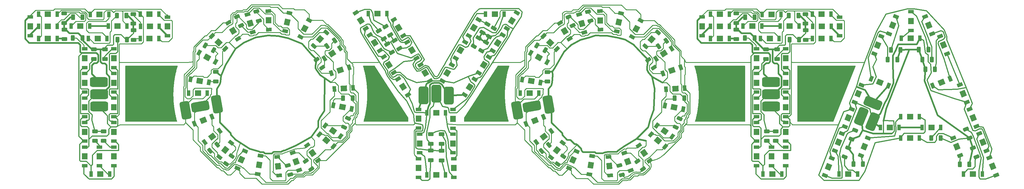
<source format=gbr>
%TF.GenerationSoftware,KiCad,Pcbnew,(6.0.0)*%
%TF.CreationDate,2022-05-14T17:31:40-07:00*%
%TF.ProjectId,Letters GERBER,4c657474-6572-4732-9047-45524245522e,rev?*%
%TF.SameCoordinates,Original*%
%TF.FileFunction,Copper,L1,Top*%
%TF.FilePolarity,Positive*%
%FSLAX46Y46*%
G04 Gerber Fmt 4.6, Leading zero omitted, Abs format (unit mm)*
G04 Created by KiCad (PCBNEW (6.0.0)) date 2022-05-14 17:31:40*
%MOMM*%
%LPD*%
G01*
G04 APERTURE LIST*
G04 Aperture macros list*
%AMRoundRect*
0 Rectangle with rounded corners*
0 $1 Rounding radius*
0 $2 $3 $4 $5 $6 $7 $8 $9 X,Y pos of 4 corners*
0 Add a 4 corners polygon primitive as box body*
4,1,4,$2,$3,$4,$5,$6,$7,$8,$9,$2,$3,0*
0 Add four circle primitives for the rounded corners*
1,1,$1+$1,$2,$3*
1,1,$1+$1,$4,$5*
1,1,$1+$1,$6,$7*
1,1,$1+$1,$8,$9*
0 Add four rect primitives between the rounded corners*
20,1,$1+$1,$2,$3,$4,$5,0*
20,1,$1+$1,$4,$5,$6,$7,0*
20,1,$1+$1,$6,$7,$8,$9,0*
20,1,$1+$1,$8,$9,$2,$3,0*%
%AMRotRect*
0 Rectangle, with rotation*
0 The origin of the aperture is its center*
0 $1 length*
0 $2 width*
0 $3 Rotation angle, in degrees counterclockwise*
0 Add horizontal line*
21,1,$1,$2,0,0,$3*%
G04 Aperture macros list end*
%ADD10C,0.200000*%
%TA.AperFunction,NonConductor*%
%ADD11C,0.200000*%
%TD*%
%TA.AperFunction,NonConductor*%
%ADD12C,0.000000*%
%TD*%
%TA.AperFunction,SMDPad,CuDef*%
%ADD13R,1.700000X1.900000*%
%TD*%
%TA.AperFunction,SMDPad,CuDef*%
%ADD14R,1.700000X1.100000*%
%TD*%
%TA.AperFunction,SMDPad,CuDef*%
%ADD15RoundRect,0.250000X0.625000X-0.312500X0.625000X0.312500X-0.625000X0.312500X-0.625000X-0.312500X0*%
%TD*%
%TA.AperFunction,SMDPad,CuDef*%
%ADD16RotRect,1.900000X1.700000X301.200000*%
%TD*%
%TA.AperFunction,SMDPad,CuDef*%
%ADD17RotRect,1.100000X1.700000X301.200000*%
%TD*%
%TA.AperFunction,SMDPad,CuDef*%
%ADD18RoundRect,0.250000X0.462425X-0.523874X0.696554X0.055616X-0.462425X0.523874X-0.696554X-0.055616X0*%
%TD*%
%TA.AperFunction,SMDPad,CuDef*%
%ADD19RotRect,1.900000X1.700000X59.500000*%
%TD*%
%TA.AperFunction,SMDPad,CuDef*%
%ADD20RotRect,1.100000X1.700000X59.500000*%
%TD*%
%TA.AperFunction,SMDPad,CuDef*%
%ADD21RoundRect,0.250000X-0.691213X-0.102500X-0.332727X-0.614470X0.691213X0.102500X0.332727X0.614470X0*%
%TD*%
%TA.AperFunction,SMDPad,CuDef*%
%ADD22RoundRect,0.250000X0.691213X0.102500X0.332727X0.614470X-0.691213X-0.102500X-0.332727X-0.614470X0*%
%TD*%
%TA.AperFunction,SMDPad,CuDef*%
%ADD23RotRect,1.900000X1.700000X144.200000*%
%TD*%
%TA.AperFunction,SMDPad,CuDef*%
%ADD24RotRect,1.100000X1.700000X144.200000*%
%TD*%
%TA.AperFunction,SMDPad,CuDef*%
%ADD25RotRect,1.900000X1.700000X66.000000*%
%TD*%
%TA.AperFunction,SMDPad,CuDef*%
%ADD26RotRect,1.100000X1.700000X66.000000*%
%TD*%
%TA.AperFunction,SMDPad,CuDef*%
%ADD27R,1.900000X1.700000*%
%TD*%
%TA.AperFunction,SMDPad,CuDef*%
%ADD28R,1.100000X1.700000*%
%TD*%
%TA.AperFunction,SMDPad,CuDef*%
%ADD29RotRect,1.900000X1.700000X36.600000*%
%TD*%
%TA.AperFunction,SMDPad,CuDef*%
%ADD30RotRect,1.100000X1.700000X36.600000*%
%TD*%
%TA.AperFunction,SMDPad,CuDef*%
%ADD31RotRect,1.900000X1.700000X124.800000*%
%TD*%
%TA.AperFunction,SMDPad,CuDef*%
%ADD32RotRect,1.100000X1.700000X124.800000*%
%TD*%
%TA.AperFunction,SMDPad,CuDef*%
%ADD33RoundRect,0.250000X0.162353X-0.679649X0.641131X-0.277907X-0.162353X0.679649X-0.641131X0.277907X0*%
%TD*%
%TA.AperFunction,SMDPad,CuDef*%
%ADD34RoundRect,0.250000X-0.312500X-0.625000X0.312500X-0.625000X0.312500X0.625000X-0.312500X0.625000X0*%
%TD*%
%TA.AperFunction,SMDPad,CuDef*%
%ADD35RoundRect,0.250000X-0.697124X-0.047952X-0.379912X-0.586471X0.697124X0.047952X0.379912X0.586471X0*%
%TD*%
%TA.AperFunction,SMDPad,CuDef*%
%ADD36RotRect,1.900000X1.700000X139.500000*%
%TD*%
%TA.AperFunction,SMDPad,CuDef*%
%ADD37RotRect,1.100000X1.700000X139.500000*%
%TD*%
%TA.AperFunction,SMDPad,CuDef*%
%ADD38RoundRect,0.250000X-0.625000X0.312500X-0.625000X-0.312500X0.625000X-0.312500X0.625000X0.312500X0*%
%TD*%
%TA.AperFunction,SMDPad,CuDef*%
%ADD39RoundRect,0.250000X0.312500X0.625000X-0.312500X0.625000X-0.312500X-0.625000X0.312500X-0.625000X0*%
%TD*%
%TA.AperFunction,SMDPad,CuDef*%
%ADD40RotRect,1.900000X1.700000X112.000000*%
%TD*%
%TA.AperFunction,SMDPad,CuDef*%
%ADD41RotRect,1.100000X1.700000X112.000000*%
%TD*%
%TA.AperFunction,SMDPad,CuDef*%
%ADD42RoundRect,0.750000X2.000000X-0.750000X2.000000X0.750000X-2.000000X0.750000X-2.000000X-0.750000X0*%
%TD*%
%TA.AperFunction,SMDPad,CuDef*%
%ADD43RoundRect,0.250000X0.684585X-0.140090X0.522823X0.463614X-0.684585X0.140090X-0.522823X-0.463614X0*%
%TD*%
%TA.AperFunction,SMDPad,CuDef*%
%ADD44RoundRect,0.250000X0.696554X-0.055616X0.462425X0.523874X-0.696554X0.055616X-0.462425X-0.523874X0*%
%TD*%
%TA.AperFunction,SMDPad,CuDef*%
%ADD45RotRect,1.900000X1.700000X292.000000*%
%TD*%
%TA.AperFunction,SMDPad,CuDef*%
%ADD46RotRect,1.100000X1.700000X292.000000*%
%TD*%
%TA.AperFunction,SMDPad,CuDef*%
%ADD47RotRect,1.900000X1.700000X57.500000*%
%TD*%
%TA.AperFunction,SMDPad,CuDef*%
%ADD48RotRect,1.100000X1.700000X57.500000*%
%TD*%
%TA.AperFunction,SMDPad,CuDef*%
%ADD49RotRect,1.900000X1.700000X257.100000*%
%TD*%
%TA.AperFunction,SMDPad,CuDef*%
%ADD50RotRect,1.100000X1.700000X257.100000*%
%TD*%
%TA.AperFunction,SMDPad,CuDef*%
%ADD51RotRect,1.900000X1.700000X95.400000*%
%TD*%
%TA.AperFunction,SMDPad,CuDef*%
%ADD52RotRect,1.100000X1.700000X95.400000*%
%TD*%
%TA.AperFunction,SMDPad,CuDef*%
%ADD53RotRect,1.900000X1.700000X68.000000*%
%TD*%
%TA.AperFunction,SMDPad,CuDef*%
%ADD54RotRect,1.100000X1.700000X68.000000*%
%TD*%
%TA.AperFunction,SMDPad,CuDef*%
%ADD55RoundRect,0.250000X-0.379912X0.586471X-0.697124X0.047952X0.379912X-0.586471X0.697124X-0.047952X0*%
%TD*%
%TA.AperFunction,SMDPad,CuDef*%
%ADD56RotRect,1.900000X1.700000X122.500000*%
%TD*%
%TA.AperFunction,SMDPad,CuDef*%
%ADD57RotRect,1.100000X1.700000X122.500000*%
%TD*%
%TA.AperFunction,SMDPad,CuDef*%
%ADD58RoundRect,0.250000X0.332727X-0.614470X0.691213X-0.102500X-0.332727X0.614470X-0.691213X0.102500X0*%
%TD*%
%TA.AperFunction,SMDPad,CuDef*%
%ADD59RoundRect,0.250000X-0.698511X0.019085X-0.434374X-0.547358X0.698511X-0.019085X0.434374X0.547358X0*%
%TD*%
%TA.AperFunction,SMDPad,CuDef*%
%ADD60RotRect,1.900000X1.700000X213.000000*%
%TD*%
%TA.AperFunction,SMDPad,CuDef*%
%ADD61RotRect,1.100000X1.700000X213.000000*%
%TD*%
%TA.AperFunction,SMDPad,CuDef*%
%ADD62RotRect,1.900000X1.700000X158.000000*%
%TD*%
%TA.AperFunction,SMDPad,CuDef*%
%ADD63RotRect,1.100000X1.700000X158.000000*%
%TD*%
%TA.AperFunction,SMDPad,CuDef*%
%ADD64RotRect,1.900000X1.700000X286.500000*%
%TD*%
%TA.AperFunction,SMDPad,CuDef*%
%ADD65RotRect,1.100000X1.700000X286.500000*%
%TD*%
%TA.AperFunction,SMDPad,CuDef*%
%ADD66RotRect,1.900000X1.700000X183.600000*%
%TD*%
%TA.AperFunction,SMDPad,CuDef*%
%ADD67RotRect,1.100000X1.700000X183.600000*%
%TD*%
%TA.AperFunction,SMDPad,CuDef*%
%ADD68RotRect,1.900000X1.700000X248.000000*%
%TD*%
%TA.AperFunction,SMDPad,CuDef*%
%ADD69RotRect,1.100000X1.700000X248.000000*%
%TD*%
%TA.AperFunction,SMDPad,CuDef*%
%ADD70RotRect,1.900000X1.700000X330.600000*%
%TD*%
%TA.AperFunction,SMDPad,CuDef*%
%ADD71RotRect,1.100000X1.700000X330.600000*%
%TD*%
%TA.AperFunction,SMDPad,CuDef*%
%ADD72RoundRect,0.250000X-0.462425X0.523874X-0.696554X-0.055616X0.462425X-0.523874X0.696554X0.055616X0*%
%TD*%
%TA.AperFunction,SMDPad,CuDef*%
%ADD73RoundRect,0.250000X-0.102500X0.691213X-0.614470X0.332727X0.102500X-0.691213X0.614470X-0.332727X0*%
%TD*%
%TA.AperFunction,SMDPad,CuDef*%
%ADD74RotRect,1.900000X1.700000X21.900000*%
%TD*%
%TA.AperFunction,SMDPad,CuDef*%
%ADD75RotRect,1.100000X1.700000X21.900000*%
%TD*%
%TA.AperFunction,SMDPad,CuDef*%
%ADD76RotRect,1.900000X1.700000X242.400000*%
%TD*%
%TA.AperFunction,SMDPad,CuDef*%
%ADD77RotRect,1.100000X1.700000X242.400000*%
%TD*%
%TA.AperFunction,SMDPad,CuDef*%
%ADD78RoundRect,0.250000X0.697124X0.047952X0.379912X0.586471X-0.697124X-0.047952X-0.379912X-0.586471X0*%
%TD*%
%TA.AperFunction,SMDPad,CuDef*%
%ADD79RoundRect,0.750000X2.099852X-0.391309X1.839379X1.085902X-2.099852X0.391309X-1.839379X-1.085902X0*%
%TD*%
%TA.AperFunction,SMDPad,CuDef*%
%ADD80RotRect,1.900000X1.700000X350.300000*%
%TD*%
%TA.AperFunction,SMDPad,CuDef*%
%ADD81RotRect,1.100000X1.700000X350.300000*%
%TD*%
%TA.AperFunction,SMDPad,CuDef*%
%ADD82RoundRect,0.750000X-1.444601X-1.573413X-0.053825X-2.135323X1.444601X1.573413X0.053825X2.135323X0*%
%TD*%
%TA.AperFunction,SMDPad,CuDef*%
%ADD83RotRect,1.900000X1.700000X168.900000*%
%TD*%
%TA.AperFunction,SMDPad,CuDef*%
%ADD84RotRect,1.100000X1.700000X168.900000*%
%TD*%
%TA.AperFunction,SMDPad,CuDef*%
%ADD85RoundRect,0.250000X-0.583133X-0.385016X-0.041867X-0.697516X0.583133X0.385016X0.041867X0.697516X0*%
%TD*%
%TA.AperFunction,SMDPad,CuDef*%
%ADD86RoundRect,0.750000X-0.391309X-2.099852X1.085902X-1.839379X0.391309X2.099852X-1.085902X1.839379X0*%
%TD*%
%TA.AperFunction,SMDPad,CuDef*%
%ADD87RotRect,1.900000X1.700000X227.700000*%
%TD*%
%TA.AperFunction,SMDPad,CuDef*%
%ADD88RotRect,1.100000X1.700000X227.700000*%
%TD*%
%TA.AperFunction,SMDPad,CuDef*%
%ADD89RotRect,1.900000X1.700000X120.500000*%
%TD*%
%TA.AperFunction,SMDPad,CuDef*%
%ADD90RotRect,1.100000X1.700000X120.500000*%
%TD*%
%TA.AperFunction,SMDPad,CuDef*%
%ADD91RotRect,1.900000X1.700000X315.900000*%
%TD*%
%TA.AperFunction,SMDPad,CuDef*%
%ADD92RotRect,1.100000X1.700000X315.900000*%
%TD*%
%TA.AperFunction,SMDPad,CuDef*%
%ADD93RotRect,1.900000X1.700000X80.700000*%
%TD*%
%TA.AperFunction,SMDPad,CuDef*%
%ADD94RotRect,1.100000X1.700000X80.700000*%
%TD*%
%TA.AperFunction,SMDPad,CuDef*%
%ADD95RotRect,1.900000X1.700000X110.100000*%
%TD*%
%TA.AperFunction,SMDPad,CuDef*%
%ADD96RotRect,1.100000X1.700000X110.100000*%
%TD*%
%TA.AperFunction,SMDPad,CuDef*%
%ADD97RoundRect,0.750000X-0.750000X-2.000000X0.750000X-2.000000X0.750000X2.000000X-0.750000X2.000000X0*%
%TD*%
%TA.AperFunction,SMDPad,CuDef*%
%ADD98RotRect,1.900000X1.700000X198.300000*%
%TD*%
%TA.AperFunction,SMDPad,CuDef*%
%ADD99RotRect,1.100000X1.700000X198.300000*%
%TD*%
%TA.AperFunction,SMDPad,CuDef*%
%ADD100RotRect,1.900000X1.700000X51.300000*%
%TD*%
%TA.AperFunction,SMDPad,CuDef*%
%ADD101RotRect,1.100000X1.700000X51.300000*%
%TD*%
%TA.AperFunction,SMDPad,CuDef*%
%ADD102RotRect,1.900000X1.700000X271.800000*%
%TD*%
%TA.AperFunction,SMDPad,CuDef*%
%ADD103RotRect,1.100000X1.700000X271.800000*%
%TD*%
%TA.AperFunction,SMDPad,CuDef*%
%ADD104RoundRect,0.250000X-0.434374X0.547358X-0.698511X-0.019085X0.434374X-0.547358X0.698511X0.019085X0*%
%TD*%
%TA.AperFunction,SMDPad,CuDef*%
%ADD105RoundRect,0.250000X0.379912X-0.586471X0.697124X-0.047952X-0.379912X0.586471X-0.697124X0.047952X0*%
%TD*%
%TA.AperFunction,SMDPad,CuDef*%
%ADD106RotRect,1.900000X1.700000X22.000000*%
%TD*%
%TA.AperFunction,SMDPad,CuDef*%
%ADD107RotRect,1.100000X1.700000X22.000000*%
%TD*%
%TA.AperFunction,SMDPad,CuDef*%
%ADD108RoundRect,0.750000X-1.573413X1.444601X-2.135323X0.053825X1.573413X-1.444601X2.135323X-0.053825X0*%
%TD*%
%TA.AperFunction,SMDPad,CuDef*%
%ADD109RoundRect,0.250000X-0.696554X0.055616X-0.462425X-0.523874X0.696554X-0.055616X0.462425X0.523874X0*%
%TD*%
%TA.AperFunction,Conductor*%
%ADD110C,0.300000*%
%TD*%
%TA.AperFunction,Conductor*%
%ADD111C,0.508000*%
%TD*%
%TA.AperFunction,Conductor*%
%ADD112C,0.254000*%
%TD*%
%TA.AperFunction,Conductor*%
%ADD113C,0.250000*%
%TD*%
G04 APERTURE END LIST*
D10*
X121806644Y-51557975D02*
X121876680Y-51307454D01*
X121944517Y-51056386D01*
X122010152Y-50804778D01*
X122073584Y-50552640D01*
X122134812Y-50299980D01*
X122193834Y-50046808D01*
X122250649Y-49793131D01*
X122305254Y-49538960D01*
X122357649Y-49284303D01*
X122407831Y-49029169D01*
X122455800Y-48773567D01*
X122501554Y-48517505D01*
X122545090Y-48260993D01*
X122586409Y-48004039D01*
X122625507Y-47746653D01*
X122662384Y-47488843D01*
X122697038Y-47230619D01*
X122729468Y-46971988D01*
X122759671Y-46712960D01*
X122787647Y-46453544D01*
X122813393Y-46193749D01*
X122836909Y-45933584D01*
X122858193Y-45673057D01*
X122877242Y-45412177D01*
X122894057Y-45150954D01*
X122908634Y-44889396D01*
X122920973Y-44627513D01*
X122931072Y-44365312D01*
X122938930Y-44102803D01*
X122944544Y-43839995D01*
X122947914Y-43576896D01*
X122949038Y-43313517D01*
X166069920Y-34558152D02*
X165989692Y-34825004D01*
X165911984Y-35092449D01*
X165836798Y-35360476D01*
X165764135Y-35629075D01*
X165693998Y-35898238D01*
X165626388Y-36167954D01*
X165561306Y-36438214D01*
X165498755Y-36709008D01*
X165438737Y-36980327D01*
X165381252Y-37252160D01*
X165326304Y-37524499D01*
X165273893Y-37797334D01*
X165224021Y-38070655D01*
X165176691Y-38344452D01*
X165131904Y-38618716D01*
X165089661Y-38893438D01*
X165049965Y-39168607D01*
X165012817Y-39444214D01*
X164978219Y-39720249D01*
X164946173Y-39996704D01*
X164916680Y-40273567D01*
X164889743Y-40550830D01*
X164865363Y-40828483D01*
X164843541Y-41106516D01*
X164824281Y-41384920D01*
X164807582Y-41663684D01*
X164793448Y-41942801D01*
X164781880Y-42222259D01*
X164772879Y-42502049D01*
X164766448Y-42782162D01*
X164762588Y-43062587D01*
X164761301Y-43343317D01*
X63699252Y-43313517D02*
X63700375Y-43576927D01*
X63703745Y-43840051D01*
X63709359Y-44102882D01*
X63717217Y-44365410D01*
X63727316Y-44627627D01*
X63739655Y-44889524D01*
X63754232Y-45151092D01*
X63771047Y-45412323D01*
X63790097Y-45673207D01*
X63811380Y-45933736D01*
X63834896Y-46193902D01*
X63860643Y-46453695D01*
X63888618Y-46713108D01*
X63918822Y-46972131D01*
X63951251Y-47230755D01*
X63985905Y-47488972D01*
X64022782Y-47746774D01*
X64061881Y-48004150D01*
X64103199Y-48261094D01*
X64146736Y-48517596D01*
X64192489Y-48773647D01*
X64240458Y-49029238D01*
X64290641Y-49284362D01*
X64343035Y-49539009D01*
X64397641Y-49793170D01*
X64454455Y-50046837D01*
X64513477Y-50300001D01*
X64574705Y-50552654D01*
X64638137Y-50804786D01*
X64703772Y-51056390D01*
X64771609Y-51307455D01*
X64841646Y-51557975D01*
D11*
X264917289Y-51557975D02*
X254078329Y-51557975D01*
D10*
X64998742Y-34558152D02*
X64919085Y-34824115D01*
X64841930Y-35090668D01*
X64767278Y-35357802D01*
X64695130Y-35625506D01*
X64625488Y-35893770D01*
X64558355Y-36162586D01*
X64493731Y-36431943D01*
X64431620Y-36701832D01*
X64372022Y-36972244D01*
X64314939Y-37243167D01*
X64260374Y-37514593D01*
X64208328Y-37786512D01*
X64158804Y-38058915D01*
X64111801Y-38331791D01*
X64067324Y-38605131D01*
X64025373Y-38878926D01*
X63985950Y-39153164D01*
X63949058Y-39427838D01*
X63914697Y-39702938D01*
X63882870Y-39978452D01*
X63853579Y-40254373D01*
X63826826Y-40530690D01*
X63802611Y-40807393D01*
X63780938Y-41084473D01*
X63761808Y-41361920D01*
X63745222Y-41639725D01*
X63731183Y-41917877D01*
X63719693Y-42196367D01*
X63710752Y-42475186D01*
X63704364Y-42754324D01*
X63700530Y-43033771D01*
X63699252Y-43313517D01*
X164761301Y-43343317D02*
X164762417Y-43605619D01*
X164765764Y-43867649D01*
X164771340Y-44129398D01*
X164779145Y-44390857D01*
X164789176Y-44652017D01*
X164801432Y-44912869D01*
X164815912Y-45173405D01*
X164832614Y-45433615D01*
X164851536Y-45693491D01*
X164872677Y-45953024D01*
X164896036Y-46212204D01*
X164921610Y-46471024D01*
X164949399Y-46729474D01*
X164979401Y-46987545D01*
X165011614Y-47245229D01*
X165046037Y-47502516D01*
X165082669Y-47759398D01*
X165121507Y-48015866D01*
X165162551Y-48271911D01*
X165205798Y-48527525D01*
X165251248Y-48782697D01*
X165298899Y-49037420D01*
X165348748Y-49291685D01*
X165400796Y-49545482D01*
X165455040Y-49798803D01*
X165511478Y-50051639D01*
X165570110Y-50303982D01*
X165630934Y-50555821D01*
X165693947Y-50807149D01*
X165759150Y-51057956D01*
X165826539Y-51308235D01*
X165896115Y-51557975D01*
D12*
G36*
X271666223Y-34558063D02*
G01*
X264876223Y-51508063D01*
X254076223Y-51528063D01*
X254036223Y-34538063D01*
X254056223Y-34538063D01*
X271666223Y-34558063D01*
G37*
G36*
X135266223Y-50418063D02*
G01*
X135263360Y-51557975D01*
X121806644Y-51557975D01*
X122246223Y-49948063D01*
X122686223Y-47358063D01*
X122896223Y-44788063D01*
X122936223Y-41848063D01*
X122536223Y-38398063D01*
X122006223Y-35908063D01*
X121654796Y-34578014D01*
X125116223Y-34558152D01*
X135266223Y-50418063D01*
G37*
G36*
X166069920Y-34558152D02*
G01*
X165276223Y-37458063D01*
X164826223Y-41068063D01*
X164826223Y-45648063D01*
X165406223Y-49678063D01*
X165896115Y-51557975D01*
X152556223Y-51548063D01*
X152546223Y-50428063D01*
X162716223Y-34548063D01*
X166069920Y-34558152D01*
G37*
D11*
X271699648Y-34558152D02*
X264917289Y-51557975D01*
D10*
X135263360Y-51557975D02*
X121806644Y-51557975D01*
X125083964Y-34558152D02*
X135263532Y-50431774D01*
X122949038Y-43313517D02*
X122947759Y-43033755D01*
X122943925Y-42754295D01*
X122937537Y-42475146D01*
X122928596Y-42196318D01*
X122917106Y-41917819D01*
X122903067Y-41639660D01*
X122886481Y-41361851D01*
X122867351Y-41084400D01*
X122845678Y-40807317D01*
X122821463Y-40530613D01*
X122794710Y-40254296D01*
X122765419Y-39978376D01*
X122733592Y-39702863D01*
X122699231Y-39427767D01*
X122662339Y-39153096D01*
X122622916Y-38878861D01*
X122580965Y-38605071D01*
X122536488Y-38331735D01*
X122489485Y-38058864D01*
X122439961Y-37786467D01*
X122387915Y-37514553D01*
X122333350Y-37243132D01*
X122276267Y-36972214D01*
X122216669Y-36701808D01*
X122154558Y-36431924D01*
X122089934Y-36162571D01*
X122022801Y-35893760D01*
X121953159Y-35625498D01*
X121881011Y-35357798D01*
X121806359Y-35090666D01*
X121729204Y-34824114D01*
X121649548Y-34558152D01*
X222702467Y-34558152D02*
X238027974Y-34558152D01*
X222876444Y-51557975D02*
X222945987Y-51308265D01*
X223013348Y-51058013D01*
X223078523Y-50807228D01*
X223141511Y-50555920D01*
X223202310Y-50304096D01*
X223260920Y-50051767D01*
X223317338Y-49798941D01*
X223371563Y-49545627D01*
X223423593Y-49291835D01*
X223473427Y-49037573D01*
X223521063Y-48782850D01*
X223566500Y-48527676D01*
X223609735Y-48272059D01*
X223650768Y-48016009D01*
X223689597Y-47759535D01*
X223726220Y-47502645D01*
X223760635Y-47245349D01*
X223792842Y-46987656D01*
X223822838Y-46729575D01*
X223850622Y-46471115D01*
X223876192Y-46212284D01*
X223899547Y-45953093D01*
X223920686Y-45693550D01*
X223939605Y-45433664D01*
X223956305Y-45173443D01*
X223970784Y-44912899D01*
X223983039Y-44652038D01*
X223993070Y-44390871D01*
X224000874Y-44129406D01*
X224006450Y-43867653D01*
X224009797Y-43605620D01*
X224010914Y-43343317D01*
X49212798Y-51557975D02*
X49212798Y-34558152D01*
X121649548Y-34558152D02*
X125083964Y-34558152D01*
X238027974Y-34558152D02*
X238027974Y-51557975D01*
D11*
X254078329Y-51557975D02*
X254078329Y-34558152D01*
D10*
X64841646Y-51557975D02*
X49212798Y-51557975D01*
X224010914Y-43343317D02*
X224009626Y-43062556D01*
X224005765Y-42782099D01*
X223999331Y-42501957D01*
X223990328Y-42222139D01*
X223978756Y-41942654D01*
X223964618Y-41663512D01*
X223947916Y-41384724D01*
X223928651Y-41106298D01*
X223906826Y-40828245D01*
X223882442Y-40550573D01*
X223855501Y-40273294D01*
X223826005Y-39996416D01*
X223793956Y-39719950D01*
X223759356Y-39443904D01*
X223722207Y-39168289D01*
X223682510Y-38893115D01*
X223640268Y-38618391D01*
X223595482Y-38344126D01*
X223548155Y-38070332D01*
X223498287Y-37797016D01*
X223445882Y-37524190D01*
X223390941Y-37251862D01*
X223333466Y-36980043D01*
X223273459Y-36708741D01*
X223210921Y-36437968D01*
X223145855Y-36167732D01*
X223078262Y-35898044D01*
X223008145Y-35628913D01*
X222935505Y-35360348D01*
X222860344Y-35092360D01*
X222782664Y-34824958D01*
X222702467Y-34558152D01*
X135263532Y-50431774D02*
X135263360Y-51557975D01*
X165896115Y-51557975D02*
X152520532Y-51557975D01*
D12*
G36*
X238046223Y-34608063D02*
G01*
X238026223Y-51538063D01*
X222896223Y-51518063D01*
X223586223Y-48418063D01*
X223846223Y-46018063D01*
X223996223Y-43838063D01*
X223976223Y-41598063D01*
X223756223Y-39308063D01*
X223366223Y-37028063D01*
X222906223Y-35318063D01*
X222702467Y-34538063D01*
X238006223Y-34528063D01*
X238046223Y-34608063D01*
G37*
D11*
X254078329Y-34558152D02*
X271699648Y-34558152D01*
D12*
G36*
X64386223Y-36778063D02*
G01*
X63836223Y-40188063D01*
X63686223Y-43318063D01*
X63926223Y-47268063D01*
X64196223Y-48768063D01*
X64806223Y-51578063D01*
X49216223Y-51528063D01*
X49236223Y-34568063D01*
X49212798Y-34558152D01*
X64998742Y-34558152D01*
X64386223Y-36778063D01*
G37*
D10*
X238027974Y-51557975D02*
X222876444Y-51557975D01*
X162699928Y-34558152D02*
X166069920Y-34558152D01*
X152520532Y-50431774D02*
X162699928Y-34558152D01*
X49212798Y-34558152D02*
X64998742Y-34558152D01*
X152520532Y-51557975D02*
X152520532Y-50431774D01*
D13*
%TO.P,D107,*%
%TO.N,*%
X250479363Y-54714772D03*
D14*
%TO.P,D107,1,K*%
%TO.N,N/C*%
X250479363Y-57564772D03*
%TO.P,D107,2,A*%
X250479363Y-51864772D03*
%TD*%
D15*
%TO.P,R2,1*%
%TO.N,N/C*%
X51584363Y-21657272D03*
%TO.P,R2,2*%
X51584363Y-18732272D03*
%TD*%
D16*
%TO.P,D27,*%
%TO.N,*%
X81978262Y-23832917D03*
D17*
%TO.P,D27,1,K*%
%TO.N,N/C*%
X80501885Y-21395129D03*
%TO.P,D27,2,A*%
X83454639Y-26270705D03*
%TD*%
D18*
%TO.P,R68,1*%
%TO.N,N/C*%
X270504363Y-56944743D03*
%TO.P,R68,2*%
X271600088Y-54232730D03*
%TD*%
D19*
%TO.P,D68,*%
%TO.N,*%
X151261154Y-29766096D03*
D20*
%TO.P,D68,1,K*%
%TO.N,N/C*%
X149814670Y-32221739D03*
%TO.P,D68,2,A*%
X152707638Y-27310453D03*
%TD*%
D21*
%TO.P,R39,1*%
%TO.N,N/C*%
X208533362Y-32728698D03*
%TO.P,R39,2*%
X210211073Y-35124717D03*
%TD*%
D22*
%TO.P,R23,1*%
%TO.N,N/C*%
X105815364Y-66057870D03*
%TO.P,R23,2*%
X104137653Y-63661851D03*
%TD*%
D23*
%TO.P,D32,*%
%TO.N,*%
X112404363Y-54414772D03*
D24*
%TO.P,D32,1,K*%
%TO.N,N/C*%
X114715895Y-56081901D03*
%TO.P,D32,2,A*%
X110092831Y-52747643D03*
%TD*%
D15*
%TO.P,R30,1*%
%TO.N,N/C*%
X145504363Y-58364772D03*
%TO.P,R30,2*%
X145504363Y-55439772D03*
%TD*%
D25*
%TO.P,D83,*%
%TO.N,*%
X185544473Y-63248182D03*
D26*
%TO.P,D83,1,K*%
%TO.N,N/C*%
X184385274Y-65851787D03*
%TO.P,D83,2,A*%
X186703672Y-60644577D03*
%TD*%
D27*
%TO.P,D69,*%
%TO.N,*%
X143904363Y-67864772D03*
D28*
%TO.P,D69,1,K*%
%TO.N,N/C*%
X141054363Y-67864772D03*
%TO.P,D69,2,A*%
X146754363Y-67864772D03*
%TD*%
D29*
%TO.P,D36,*%
%TO.N,*%
X75641674Y-56130775D03*
D30*
%TO.P,D36,1,K*%
%TO.N,N/C*%
X73353644Y-57830016D03*
%TO.P,D36,2,A*%
X77929704Y-54431534D03*
%TD*%
D31*
%TO.P,D81,*%
%TO.N,*%
X207292740Y-61192366D03*
D32*
%TO.P,D81,1,K*%
%TO.N,N/C*%
X208919274Y-63532641D03*
%TO.P,D81,2,A*%
X205666206Y-58852091D03*
%TD*%
D33*
%TO.P,R18,1*%
%TO.N,N/C*%
X74886488Y-60526672D03*
%TO.P,R18,2*%
X77127168Y-58646518D03*
%TD*%
D27*
%TO.P,D7,*%
%TO.N,*%
X41504363Y-67614772D03*
D28*
%TO.P,D7,1,K*%
%TO.N,N/C*%
X38654363Y-67614772D03*
%TO.P,D7,2,A*%
X44354363Y-67614772D03*
%TD*%
D13*
%TO.P,D22,*%
%TO.N,*%
X36704363Y-47214772D03*
D14*
%TO.P,D22,1,K*%
%TO.N,N/C*%
X36704363Y-50064772D03*
%TO.P,D22,2,A*%
X36704363Y-44364772D03*
%TD*%
D27*
%TO.P,D101,*%
%TO.N,*%
X246129363Y-18814772D03*
D28*
%TO.P,D101,1,K*%
%TO.N,N/C*%
X243279363Y-18814772D03*
%TO.P,D101,2,A*%
X248979363Y-18814772D03*
%TD*%
D23*
%TO.P,D80,*%
%TO.N,*%
X213494363Y-54471796D03*
D24*
%TO.P,D80,1,K*%
%TO.N,N/C*%
X215805895Y-56138925D03*
%TO.P,D80,2,A*%
X211182831Y-52804667D03*
%TD*%
D34*
%TO.P,R71,1*%
%TO.N,N/C*%
X271061863Y-64594772D03*
%TO.P,R71,2*%
X273986863Y-64594772D03*
%TD*%
D35*
%TO.P,R26,1*%
%TO.N,N/C*%
X131189471Y-26761721D03*
%TO.P,R26,2*%
X132674021Y-29281986D03*
%TD*%
D36*
%TO.P,D92,*%
%TO.N,*%
X211513396Y-57372015D03*
D37*
%TO.P,D92,1,K*%
%TO.N,N/C*%
X213680553Y-59222942D03*
%TO.P,D92,2,A*%
X209346239Y-55521088D03*
%TD*%
D38*
%TO.P,R58,1*%
%TO.N,N/C*%
X247399363Y-54522272D03*
%TO.P,R58,2*%
X247399363Y-57447272D03*
%TD*%
D39*
%TO.P,R72,1*%
%TO.N,N/C*%
X306429363Y-64614772D03*
%TO.P,R72,2*%
X303504363Y-64614772D03*
%TD*%
D40*
%TO.P,D125,*%
%TO.N,*%
X304562551Y-43009658D03*
D41*
%TO.P,D125,1,K*%
%TO.N,N/C*%
X305630180Y-45652132D03*
%TO.P,D125,2,A*%
X303494922Y-40367184D03*
%TD*%
D42*
%TO.P,wht-,1*%
%TO.N,N/C*%
X245954363Y-39514772D03*
%TD*%
D15*
%TO.P,R36,1*%
%TO.N,N/C*%
X142254363Y-58364772D03*
%TO.P,R36,2*%
X142254363Y-55439772D03*
%TD*%
D43*
%TO.P,R41,1*%
%TO.N,N/C*%
X200448391Y-67820320D03*
%TO.P,R41,2*%
X199691345Y-64994987D03*
%TD*%
D27*
%TO.P,D103,*%
%TO.N,*%
X246379363Y-67614772D03*
D28*
%TO.P,D103,1,K*%
%TO.N,N/C*%
X243529363Y-67614772D03*
%TO.P,D103,2,A*%
X249229363Y-67614772D03*
%TD*%
D27*
%TO.P,D110,*%
%TO.N,*%
X230379363Y-18714772D03*
D28*
%TO.P,D110,1,K*%
%TO.N,N/C*%
X233229363Y-18714772D03*
%TO.P,D110,2,A*%
X227529363Y-18714772D03*
%TD*%
D44*
%TO.P,R70,1*%
%TO.N,N/C*%
X306504363Y-56614772D03*
%TO.P,R70,2*%
X305408639Y-53902759D03*
%TD*%
D45*
%TO.P,D140,*%
%TO.N,*%
X307559403Y-50427129D03*
D46*
%TO.P,D140,1,K*%
%TO.N,N/C*%
X306491774Y-47784655D03*
%TO.P,D140,2,A*%
X308627032Y-53069603D03*
%TD*%
D47*
%TO.P,D54,*%
%TO.N,*%
X166973059Y-20768438D03*
D48*
%TO.P,D54,1,K*%
%TO.N,N/C*%
X165441755Y-23172104D03*
%TO.P,D54,2,A*%
X168504363Y-18364772D03*
%TD*%
D27*
%TO.P,D98,*%
%TO.N,*%
X230379363Y-22464772D03*
D28*
%TO.P,D98,1,K*%
%TO.N,N/C*%
X227529363Y-22464772D03*
%TO.P,D98,2,A*%
X233229363Y-22464772D03*
%TD*%
D43*
%TO.P,R17,1*%
%TO.N,N/C*%
X99358391Y-67763296D03*
%TO.P,R17,2*%
X98601345Y-64937963D03*
%TD*%
D49*
%TO.P,D40,*%
%TO.N,*%
X98471678Y-21176335D03*
D50*
%TO.P,D40,1,K*%
%TO.N,N/C*%
X99107941Y-18398266D03*
%TO.P,D40,2,A*%
X97835415Y-23954404D03*
%TD*%
D34*
%TO.P,R1,1*%
%TO.N,N/C*%
X33161863Y-19694772D03*
%TO.P,R1,2*%
X36086863Y-19694772D03*
%TD*%
D13*
%TO.P,D3,*%
%TO.N,*%
X62004363Y-22514772D03*
D14*
%TO.P,D3,1,K*%
%TO.N,N/C*%
X62004363Y-19664772D03*
%TO.P,D3,2,A*%
X62004363Y-25364772D03*
%TD*%
D51*
%TO.P,D82,*%
%TO.N,*%
X196704363Y-65189772D03*
D52*
%TO.P,D82,1,K*%
%TO.N,N/C*%
X196972572Y-68027124D03*
%TO.P,D82,2,A*%
X196436154Y-62352420D03*
%TD*%
D38*
%TO.P,R4,1*%
%TO.N,N/C*%
X39849363Y-54522272D03*
%TO.P,R4,2*%
X39849363Y-57447272D03*
%TD*%
D53*
%TO.P,D122,*%
%TO.N,*%
X278501216Y-28197301D03*
D54*
%TO.P,D122,1,K*%
%TO.N,N/C*%
X277433587Y-30839775D03*
%TO.P,D122,2,A*%
X279568845Y-25554827D03*
%TD*%
D40*
%TO.P,D127,*%
%TO.N,*%
X310556256Y-57844600D03*
D41*
%TO.P,D127,1,K*%
%TO.N,N/C*%
X311623885Y-60487074D03*
%TO.P,D127,2,A*%
X309488627Y-55202126D03*
%TD*%
D45*
%TO.P,D143,*%
%TO.N,*%
X302571992Y-59257246D03*
D46*
%TO.P,D143,1,K*%
%TO.N,N/C*%
X301504363Y-56614772D03*
%TO.P,D143,2,A*%
X303639621Y-61899720D03*
%TD*%
D27*
%TO.P,D142,*%
%TO.N,*%
X288354363Y-50114772D03*
D28*
%TO.P,D142,1,K*%
%TO.N,N/C*%
X291204363Y-50114772D03*
%TO.P,D142,2,A*%
X285504363Y-50114772D03*
%TD*%
D27*
%TO.P,D5,*%
%TO.N,*%
X41254363Y-18814772D03*
D28*
%TO.P,D5,1,K*%
%TO.N,N/C*%
X38404363Y-18814772D03*
%TO.P,D5,2,A*%
X44104363Y-18814772D03*
%TD*%
D27*
%TO.P,D67,*%
%TO.N,*%
X161754363Y-18739772D03*
D28*
%TO.P,D67,1,K*%
%TO.N,N/C*%
X158904363Y-18739772D03*
%TO.P,D67,2,A*%
X164604363Y-18739772D03*
%TD*%
D39*
%TO.P,R51,1*%
%TO.N,N/C*%
X254321863Y-19134772D03*
%TO.P,R51,2*%
X251396863Y-19134772D03*
%TD*%
D13*
%TO.P,D117,*%
%TO.N,*%
X241579363Y-32214772D03*
D14*
%TO.P,D117,1,K*%
%TO.N,N/C*%
X241579363Y-35064772D03*
%TO.P,D117,2,A*%
X241579363Y-29364772D03*
%TD*%
D55*
%TO.P,R33,1*%
%TO.N,N/C*%
X159104363Y-27414772D03*
%TO.P,R33,2*%
X157619813Y-29935037D03*
%TD*%
D38*
%TO.P,R10,1*%
%TO.N,N/C*%
X42524363Y-54522272D03*
%TO.P,R10,2*%
X42524363Y-57447272D03*
%TD*%
%TO.P,R52,1*%
%TO.N,N/C*%
X244724363Y-54522272D03*
%TO.P,R52,2*%
X244724363Y-57447272D03*
%TD*%
D27*
%TO.P,D14,*%
%TO.N,*%
X25504363Y-18714772D03*
D28*
%TO.P,D14,1,K*%
%TO.N,N/C*%
X28354363Y-18714772D03*
%TO.P,D14,2,A*%
X22654363Y-18714772D03*
%TD*%
D56*
%TO.P,D62,*%
%TO.N,*%
X133771456Y-40958238D03*
D57*
%TO.P,D62,1,K*%
%TO.N,N/C*%
X135302760Y-43361904D03*
%TO.P,D62,2,A*%
X132240152Y-38554572D03*
%TD*%
D56*
%TO.P,D61,*%
%TO.N,*%
X125174662Y-27463974D03*
D57*
%TO.P,D61,1,K*%
%TO.N,N/C*%
X126705966Y-29867640D03*
%TO.P,D61,2,A*%
X123643358Y-25060308D03*
%TD*%
D58*
%TO.P,R48,1*%
%TO.N,N/C*%
X180950596Y-64541951D03*
%TO.P,R48,2*%
X182628307Y-62145932D03*
%TD*%
D39*
%TO.P,R59,1*%
%TO.N,N/C*%
X240921863Y-26034772D03*
%TO.P,R59,2*%
X237996863Y-26034772D03*
%TD*%
D13*
%TO.P,D21,*%
%TO.N,*%
X36704363Y-32214772D03*
D14*
%TO.P,D21,1,K*%
%TO.N,N/C*%
X36704363Y-35064772D03*
%TO.P,D21,2,A*%
X36704363Y-29364772D03*
%TD*%
D36*
%TO.P,D44,*%
%TO.N,*%
X110423396Y-57314991D03*
D37*
%TO.P,D44,1,K*%
%TO.N,N/C*%
X112590553Y-59165918D03*
%TO.P,D44,2,A*%
X108256239Y-55464064D03*
%TD*%
D59*
%TO.P,R44,1*%
%TO.N,N/C*%
X184252862Y-19605995D03*
%TO.P,R44,2*%
X185489021Y-22256945D03*
%TD*%
D56*
%TO.P,D49,*%
%TO.N,*%
X129473059Y-34211106D03*
D57*
%TO.P,D49,1,K*%
%TO.N,N/C*%
X131004363Y-36614772D03*
%TO.P,D49,2,A*%
X127941755Y-31807440D03*
%TD*%
D47*
%TO.P,D53,*%
%TO.N,*%
X158376265Y-34262701D03*
D48*
%TO.P,D53,1,K*%
%TO.N,N/C*%
X156844961Y-36666367D03*
%TO.P,D53,2,A*%
X159907569Y-31859035D03*
%TD*%
D27*
%TO.P,D130,*%
%TO.N,*%
X294854363Y-53364772D03*
D28*
%TO.P,D130,1,K*%
%TO.N,N/C*%
X292004363Y-53364772D03*
%TO.P,D130,2,A*%
X297704363Y-53364772D03*
%TD*%
D38*
%TO.P,R53,1*%
%TO.N,N/C*%
X244399363Y-29522272D03*
%TO.P,R53,2*%
X244399363Y-32447272D03*
%TD*%
D31*
%TO.P,D33,*%
%TO.N,*%
X106202740Y-61135342D03*
D32*
%TO.P,D33,1,K*%
%TO.N,N/C*%
X107829274Y-63475617D03*
%TO.P,D33,2,A*%
X104576206Y-58795067D03*
%TD*%
D42*
%TO.P,P,1*%
%TO.N,N/C*%
X41104363Y-46914772D03*
%TD*%
D27*
%TO.P,D15,*%
%TO.N,*%
X56504363Y-26214772D03*
D28*
%TO.P,D15,1,K*%
%TO.N,N/C*%
X59354363Y-26214772D03*
%TO.P,D15,2,A*%
X53654363Y-26214772D03*
%TD*%
D38*
%TO.P,R19,1*%
%TO.N,N/C*%
X76724363Y-36372272D03*
%TO.P,R19,2*%
X76724363Y-39297272D03*
%TD*%
D22*
%TO.P,R47,1*%
%TO.N,N/C*%
X206905364Y-66114894D03*
%TO.P,R47,2*%
X205227653Y-63718875D03*
%TD*%
D38*
%TO.P,R35,1*%
%TO.N,N/C*%
X145504363Y-60514772D03*
%TO.P,R35,2*%
X145504363Y-63439772D03*
%TD*%
D60*
%TO.P,D30,*%
%TO.N,*%
X112164783Y-30746553D03*
D61*
%TO.P,D30,1,K*%
%TO.N,N/C*%
X114554994Y-29194332D03*
%TO.P,D30,2,A*%
X109774572Y-32298774D03*
%TD*%
D62*
%TO.P,D134,*%
%TO.N,*%
X279156208Y-39547143D03*
D63*
%TO.P,D134,1,K*%
%TO.N,N/C*%
X281798682Y-40614772D03*
%TO.P,D134,2,A*%
X276513734Y-38479514D03*
%TD*%
D15*
%TO.P,R57,1*%
%TO.N,N/C*%
X235359363Y-21457272D03*
%TO.P,R57,2*%
X235359363Y-18532272D03*
%TD*%
D64*
%TO.P,D87,*%
%TO.N,*%
X188275022Y-21588057D03*
D65*
%TO.P,D87,1,K*%
%TO.N,N/C*%
X187465578Y-18855421D03*
%TO.P,D87,2,A*%
X189084466Y-24320693D03*
%TD*%
D66*
%TO.P,D79,*%
%TO.N,*%
X216800458Y-41524707D03*
D67*
%TO.P,D79,1,K*%
%TO.N,N/C*%
X219644834Y-41345754D03*
%TO.P,D79,2,A*%
X213956082Y-41703660D03*
%TD*%
D13*
%TO.P,D12,*%
%TO.N,*%
X45604363Y-39714772D03*
D14*
%TO.P,D12,1,K*%
%TO.N,N/C*%
X45604363Y-42564772D03*
%TO.P,D12,2,A*%
X45604363Y-36864772D03*
%TD*%
D68*
%TO.P,D123,*%
%TO.N,*%
X266513805Y-57867184D03*
D69*
%TO.P,D123,1,K*%
%TO.N,N/C*%
X267581434Y-55224710D03*
%TO.P,D123,2,A*%
X265446176Y-60509658D03*
%TD*%
D58*
%TO.P,R24,1*%
%TO.N,N/C*%
X79860596Y-64484927D03*
%TO.P,R24,2*%
X81538307Y-62088908D03*
%TD*%
D70*
%TO.P,D26,*%
%TO.N,*%
X74119856Y-31942163D03*
D71*
%TO.P,D26,1,K*%
%TO.N,N/C*%
X71636897Y-30543087D03*
%TO.P,D26,2,A*%
X76602815Y-33341239D03*
%TD*%
D13*
%TO.P,D20,*%
%TO.N,*%
X36704363Y-62214772D03*
D14*
%TO.P,D20,1,K*%
%TO.N,N/C*%
X36704363Y-59364772D03*
%TO.P,D20,2,A*%
X36704363Y-65064772D03*
%TD*%
D13*
%TO.P,D105,*%
%TO.N,*%
X241579363Y-54714772D03*
D14*
%TO.P,D105,1,K*%
%TO.N,N/C*%
X241579363Y-57564772D03*
%TO.P,D105,2,A*%
X241579363Y-51864772D03*
%TD*%
D72*
%TO.P,R62,1*%
%TO.N,N/C*%
X269504363Y-59614772D03*
%TO.P,R62,2*%
X268408638Y-62326785D03*
%TD*%
D27*
%TO.P,D109,*%
%TO.N,*%
X230379363Y-26214772D03*
D28*
%TO.P,D109,1,K*%
%TO.N,N/C*%
X227529363Y-26214772D03*
%TO.P,D109,2,A*%
X233229363Y-26214772D03*
%TD*%
D27*
%TO.P,D17,*%
%TO.N,*%
X35404363Y-22414772D03*
D28*
%TO.P,D17,1,K*%
%TO.N,N/C*%
X38254363Y-22414772D03*
%TO.P,D17,2,A*%
X32554363Y-22414772D03*
%TD*%
D13*
%TO.P,D60,*%
%TO.N,*%
X149254363Y-65764772D03*
D14*
%TO.P,D60,1,K*%
%TO.N,N/C*%
X149254363Y-62914772D03*
%TO.P,D60,2,A*%
X149254363Y-68614772D03*
%TD*%
D40*
%TO.P,D126,*%
%TO.N,*%
X298568845Y-28174716D03*
D41*
%TO.P,D126,1,K*%
%TO.N,N/C*%
X299636474Y-30817190D03*
%TO.P,D126,2,A*%
X297501216Y-25532242D03*
%TD*%
D13*
%TO.P,D9,*%
%TO.N,*%
X36704363Y-54714772D03*
D14*
%TO.P,D9,1,K*%
%TO.N,N/C*%
X36704363Y-57564772D03*
%TO.P,D9,2,A*%
X36704363Y-51864772D03*
%TD*%
D13*
%TO.P,D132,*%
%TO.N,*%
X288604363Y-20864772D03*
D14*
%TO.P,D132,1,K*%
%TO.N,N/C*%
X288604363Y-23714772D03*
%TO.P,D132,2,A*%
X288604363Y-18014772D03*
%TD*%
D27*
%TO.P,D6,*%
%TO.N,*%
X40704363Y-26214772D03*
D28*
%TO.P,D6,1,K*%
%TO.N,N/C*%
X43554363Y-26214772D03*
%TO.P,D6,2,A*%
X37854363Y-26214772D03*
%TD*%
D34*
%TO.P,R63,1*%
%TO.N,N/C*%
X293004363Y-35614772D03*
%TO.P,R63,2*%
X295929363Y-35614772D03*
%TD*%
D35*
%TO.P,R31,1*%
%TO.N,N/C*%
X128904363Y-27914772D03*
%TO.P,R31,2*%
X130388913Y-30435037D03*
%TD*%
D15*
%TO.P,R9,1*%
%TO.N,N/C*%
X30484363Y-21457272D03*
%TO.P,R9,2*%
X30484363Y-18532272D03*
%TD*%
D34*
%TO.P,R66,1*%
%TO.N,N/C*%
X291004363Y-29614772D03*
%TO.P,R66,2*%
X293929363Y-29614772D03*
%TD*%
D13*
%TO.P,D8,*%
%TO.N,*%
X41254363Y-62214772D03*
D14*
%TO.P,D8,1,K*%
%TO.N,N/C*%
X41254363Y-65064772D03*
%TO.P,D8,2,A*%
X41254363Y-59364772D03*
%TD*%
D19*
%TO.P,D55,*%
%TO.N,*%
X147200847Y-36659129D03*
D20*
%TO.P,D55,1,K*%
%TO.N,N/C*%
X145754363Y-39114772D03*
%TO.P,D55,2,A*%
X148647331Y-34203486D03*
%TD*%
D39*
%TO.P,R46,1*%
%TO.N,N/C*%
X219536863Y-44441796D03*
%TO.P,R46,2*%
X216611863Y-44441796D03*
%TD*%
D13*
%TO.P,D115,*%
%TO.N,*%
X250479363Y-62214772D03*
D14*
%TO.P,D115,1,K*%
%TO.N,N/C*%
X250479363Y-65064772D03*
%TO.P,D115,2,A*%
X250479363Y-59364772D03*
%TD*%
D39*
%TO.P,R61,1*%
%TO.N,N/C*%
X284446863Y-32634772D03*
%TO.P,R61,2*%
X281521863Y-32634772D03*
%TD*%
%TO.P,R54,1*%
%TO.N,N/C*%
X254521863Y-26534772D03*
%TO.P,R54,2*%
X251596863Y-26534772D03*
%TD*%
D13*
%TO.P,D1,*%
%TO.N,*%
X20104363Y-22464772D03*
D14*
%TO.P,D1,1,K*%
%TO.N,N/C*%
X20104363Y-19614772D03*
%TO.P,D1,2,A*%
X20104363Y-25314772D03*
%TD*%
D43*
%TO.P,R38,1*%
%TO.N,N/C*%
X190948391Y-20820320D03*
%TO.P,R38,2*%
X190191345Y-17994987D03*
%TD*%
D19*
%TO.P,D56,*%
%TO.N,*%
X155321461Y-22873063D03*
D20*
%TO.P,D56,1,K*%
%TO.N,N/C*%
X153874977Y-25328706D03*
%TO.P,D56,2,A*%
X156767945Y-20417420D03*
%TD*%
D13*
%TO.P,D118,*%
%TO.N,*%
X241579363Y-47214772D03*
D14*
%TO.P,D118,1,K*%
%TO.N,N/C*%
X241579363Y-50064772D03*
%TO.P,D118,2,A*%
X241579363Y-44364772D03*
%TD*%
D27*
%TO.P,D18,*%
%TO.N,*%
X46754363Y-22414772D03*
D28*
%TO.P,D18,1,K*%
%TO.N,N/C*%
X49604363Y-22414772D03*
%TO.P,D18,2,A*%
X43904363Y-22414772D03*
%TD*%
D64*
%TO.P,D39,*%
%TO.N,*%
X87185022Y-21531033D03*
D65*
%TO.P,D39,1,K*%
%TO.N,N/C*%
X86375578Y-18798397D03*
%TO.P,D39,2,A*%
X87994466Y-24263669D03*
%TD*%
D73*
%TO.P,R21,1*%
%TO.N,N/C*%
X112947461Y-26803771D03*
%TO.P,R21,2*%
X110551442Y-28481482D03*
%TD*%
D55*
%TO.P,R34,1*%
%TO.N,N/C*%
X156804363Y-26014772D03*
%TO.P,R34,2*%
X155319813Y-28535037D03*
%TD*%
D53*
%TO.P,D121,*%
%TO.N,*%
X272507510Y-43032243D03*
D54*
%TO.P,D121,1,K*%
%TO.N,N/C*%
X271439881Y-45674717D03*
%TO.P,D121,2,A*%
X273575139Y-40389769D03*
%TD*%
D74*
%TO.P,D96,*%
%TO.N,*%
X173950006Y-51220774D03*
D75*
%TO.P,D96,1,K*%
%TO.N,N/C*%
X171305673Y-52283789D03*
%TO.P,D96,2,A*%
X176594339Y-50157759D03*
%TD*%
D76*
%TO.P,D77,*%
%TO.N,*%
X204902700Y-23203766D03*
D77*
%TO.P,D77,1,K*%
%TO.N,N/C*%
X206223094Y-20678086D03*
%TO.P,D77,2,A*%
X203582306Y-25729446D03*
%TD*%
D38*
%TO.P,R8,1*%
%TO.N,N/C*%
X51624363Y-23672272D03*
%TO.P,R8,2*%
X51624363Y-26597272D03*
%TD*%
D51*
%TO.P,D34,*%
%TO.N,*%
X95704363Y-65214772D03*
D52*
%TO.P,D34,1,K*%
%TO.N,N/C*%
X95972572Y-68052124D03*
%TO.P,D34,2,A*%
X95436154Y-62377420D03*
%TD*%
D60*
%TO.P,D78,*%
%TO.N,*%
X213254783Y-30803577D03*
D61*
%TO.P,D78,1,K*%
%TO.N,N/C*%
X215644994Y-29251356D03*
%TO.P,D78,2,A*%
X210864572Y-32355798D03*
%TD*%
D27*
%TO.P,D2,*%
%TO.N,*%
X25504363Y-22464772D03*
D28*
%TO.P,D2,1,K*%
%TO.N,N/C*%
X22654363Y-22464772D03*
%TO.P,D2,2,A*%
X28354363Y-22464772D03*
%TD*%
D59*
%TO.P,R20,1*%
%TO.N,N/C*%
X83162862Y-19548971D03*
%TO.P,R20,2*%
X84399021Y-22199921D03*
%TD*%
D42*
%TO.P,P,1*%
%TO.N,N/C*%
X245979363Y-43214772D03*
%TD*%
D39*
%TO.P,R11,1*%
%TO.N,N/C*%
X36046863Y-26034772D03*
%TO.P,R11,2*%
X33121863Y-26034772D03*
%TD*%
D13*
%TO.P,D108,*%
%TO.N,*%
X250479363Y-39714772D03*
D14*
%TO.P,D108,1,K*%
%TO.N,N/C*%
X250479363Y-42564772D03*
%TO.P,D108,2,A*%
X250479363Y-36864772D03*
%TD*%
D40*
%TO.P,D137,*%
%TO.N,*%
X294004363Y-22136617D03*
D41*
%TO.P,D137,1,K*%
%TO.N,N/C*%
X295071992Y-24779091D03*
%TO.P,D137,2,A*%
X292936734Y-19494143D03*
%TD*%
D78*
%TO.P,R32,1*%
%TO.N,N/C*%
X127904363Y-26314772D03*
%TO.P,R32,2*%
X126419813Y-23794507D03*
%TD*%
D27*
%TO.P,D102,*%
%TO.N,*%
X245579363Y-26214772D03*
D28*
%TO.P,D102,1,K*%
%TO.N,N/C*%
X248429363Y-26214772D03*
%TO.P,D102,2,A*%
X242729363Y-26214772D03*
%TD*%
D56*
%TO.P,D50,*%
%TO.N,*%
X120876265Y-20716843D03*
D57*
%TO.P,D50,1,K*%
%TO.N,N/C*%
X122407569Y-23120509D03*
%TO.P,D50,2,A*%
X119344961Y-18313177D03*
%TD*%
D79*
%TO.P,P,1*%
%TO.N,N/C*%
X173094363Y-46971796D03*
%TD*%
D42*
%TO.P,wht,1*%
%TO.N,N/C*%
X41079363Y-39514772D03*
%TD*%
D27*
%TO.P,D4,*%
%TO.N,*%
X56604363Y-22464772D03*
D28*
%TO.P,D4,1,K*%
%TO.N,N/C*%
X59454363Y-22464772D03*
%TO.P,D4,2,A*%
X53754363Y-22464772D03*
%TD*%
D38*
%TO.P,R55,1*%
%TO.N,N/C*%
X235399363Y-23472272D03*
%TO.P,R55,2*%
X235399363Y-26397272D03*
%TD*%
D21*
%TO.P,R15,1*%
%TO.N,N/C*%
X107443362Y-32671674D03*
%TO.P,R15,2*%
X109121073Y-35067693D03*
%TD*%
D33*
%TO.P,R42,1*%
%TO.N,N/C*%
X175976488Y-60583696D03*
%TO.P,R42,2*%
X178217168Y-58703542D03*
%TD*%
D80*
%TO.P,D85,*%
%TO.N,*%
X172894363Y-39171796D03*
D81*
%TO.P,D85,1,K*%
%TO.N,N/C*%
X170085108Y-38691601D03*
%TO.P,D85,2,A*%
X175703618Y-39651991D03*
%TD*%
D47*
%TO.P,D65,*%
%TO.N,*%
X162674662Y-27515569D03*
D48*
%TO.P,D65,1,K*%
%TO.N,N/C*%
X161143358Y-29919235D03*
%TO.P,D65,2,A*%
X164205966Y-25111903D03*
%TD*%
D82*
%TO.P,P,1*%
%TO.N,N/C*%
X276904363Y-51614772D03*
%TD*%
D39*
%TO.P,R6,1*%
%TO.N,N/C*%
X49646863Y-26534772D03*
%TO.P,R6,2*%
X46721863Y-26534772D03*
%TD*%
D27*
%TO.P,D73,*%
%TO.N,*%
X172344363Y-42921796D03*
D28*
%TO.P,D73,1,K*%
%TO.N,N/C*%
X175194363Y-42921796D03*
%TO.P,D73,2,A*%
X169494363Y-42921796D03*
%TD*%
D38*
%TO.P,R12,1*%
%TO.N,N/C*%
X42924363Y-29522272D03*
%TO.P,R12,2*%
X42924363Y-32447272D03*
%TD*%
D68*
%TO.P,D136,*%
%TO.N,*%
X269510658Y-50449713D03*
D69*
%TO.P,D136,1,K*%
%TO.N,N/C*%
X270578287Y-47807239D03*
%TO.P,D136,2,A*%
X268443029Y-53092187D03*
%TD*%
D83*
%TO.P,D43,*%
%TO.N,*%
X115338125Y-47148386D03*
D84*
%TO.P,D43,1,K*%
%TO.N,N/C*%
X118134809Y-47697074D03*
%TO.P,D43,2,A*%
X112541441Y-46599698D03*
%TD*%
D85*
%TO.P,R13,1*%
%TO.N,N/C*%
X73465121Y-28276201D03*
%TO.P,R13,2*%
X75998246Y-29738701D03*
%TD*%
D86*
%TO.P,P,1*%
%TO.N,N/C*%
X168594363Y-48171796D03*
%TD*%
D38*
%TO.P,R5,1*%
%TO.N,N/C*%
X39524363Y-29522272D03*
%TO.P,R5,2*%
X39524363Y-32447272D03*
%TD*%
D13*
%TO.P,D106,*%
%TO.N,*%
X241579363Y-39714772D03*
D14*
%TO.P,D106,1,K*%
%TO.N,N/C*%
X241579363Y-42564772D03*
%TO.P,D106,2,A*%
X241579363Y-36864772D03*
%TD*%
D87*
%TO.P,D41,*%
%TO.N,*%
X108478891Y-26407980D03*
D88*
%TO.P,D41,1,K*%
%TO.N,N/C*%
X110396977Y-24300031D03*
%TO.P,D41,2,A*%
X106560805Y-28515929D03*
%TD*%
D85*
%TO.P,R37,1*%
%TO.N,N/C*%
X174555121Y-28333225D03*
%TO.P,R37,2*%
X177088246Y-29795725D03*
%TD*%
D39*
%TO.P,R3,1*%
%TO.N,N/C*%
X49446863Y-19134772D03*
%TO.P,R3,2*%
X46521863Y-19134772D03*
%TD*%
D89*
%TO.P,D64,*%
%TO.N,*%
X136497572Y-29766095D03*
D90*
%TO.P,D64,1,K*%
%TO.N,N/C*%
X137944056Y-32221738D03*
%TO.P,D64,2,A*%
X135051088Y-27310452D03*
%TD*%
D13*
%TO.P,D71,*%
%TO.N,*%
X149004363Y-58264772D03*
D14*
%TO.P,D71,1,K*%
%TO.N,N/C*%
X149004363Y-55414772D03*
%TO.P,D71,2,A*%
X149004363Y-61114772D03*
%TD*%
D73*
%TO.P,R45,1*%
%TO.N,N/C*%
X214037461Y-26860795D03*
%TO.P,R45,2*%
X211641442Y-28538506D03*
%TD*%
D13*
%TO.P,D116,*%
%TO.N,*%
X241579363Y-62214772D03*
D14*
%TO.P,D116,1,K*%
%TO.N,N/C*%
X241579363Y-59364772D03*
%TO.P,D116,2,A*%
X241579363Y-65064772D03*
%TD*%
D13*
%TO.P,D119,*%
%TO.N,*%
X250479363Y-32214772D03*
D14*
%TO.P,D119,1,K*%
%TO.N,N/C*%
X250479363Y-35064772D03*
%TO.P,D119,2,A*%
X250479363Y-29364772D03*
%TD*%
D86*
%TO.P,P,1*%
%TO.N,N/C*%
X67504363Y-48114772D03*
%TD*%
D13*
%TO.P,D23,*%
%TO.N,*%
X45604363Y-32214772D03*
D14*
%TO.P,D23,1,K*%
%TO.N,N/C*%
X45604363Y-35064772D03*
%TO.P,D23,2,A*%
X45604363Y-29364772D03*
%TD*%
D91*
%TO.P,D38,*%
%TO.N,*%
X77526053Y-27380712D03*
D92*
%TO.P,D38,1,K*%
%TO.N,N/C*%
X75479393Y-25397361D03*
%TO.P,D38,2,A*%
X79572713Y-29364063D03*
%TD*%
D93*
%TO.P,D46,*%
%TO.N,*%
X89908678Y-64822312D03*
D94*
%TO.P,D46,1,K*%
%TO.N,N/C*%
X89448107Y-67634851D03*
%TO.P,D46,2,A*%
X90369249Y-62009773D03*
%TD*%
D86*
%TO.P,P,1*%
%TO.N,N/C*%
X77034363Y-46264772D03*
%TD*%
D13*
%TO.P,D11,*%
%TO.N,*%
X45604363Y-54714772D03*
D14*
%TO.P,D11,1,K*%
%TO.N,N/C*%
X45604363Y-57564772D03*
%TO.P,D11,2,A*%
X45604363Y-51864772D03*
%TD*%
D13*
%TO.P,D58,*%
%TO.N,*%
X138504363Y-65764772D03*
D14*
%TO.P,D58,1,K*%
%TO.N,N/C*%
X138504363Y-62914772D03*
%TO.P,D58,2,A*%
X138504363Y-68614772D03*
%TD*%
D43*
%TO.P,R14,1*%
%TO.N,N/C*%
X89858391Y-20763296D03*
%TO.P,R14,2*%
X89101345Y-17937963D03*
%TD*%
D91*
%TO.P,D86,*%
%TO.N,*%
X178616053Y-27437736D03*
D92*
%TO.P,D86,1,K*%
%TO.N,N/C*%
X176569393Y-25454385D03*
%TO.P,D86,2,A*%
X180662713Y-29421087D03*
%TD*%
D95*
%TO.P,D93,*%
%TO.N,*%
X202240791Y-63816643D03*
D96*
%TO.P,D93,1,K*%
%TO.N,N/C*%
X203220221Y-66493062D03*
%TO.P,D93,2,A*%
X201261361Y-61140224D03*
%TD*%
D27*
%TO.P,D114,*%
%TO.N,*%
X251629363Y-22414772D03*
D28*
%TO.P,D114,1,K*%
%TO.N,N/C*%
X254479363Y-22414772D03*
%TO.P,D114,2,A*%
X248779363Y-22414772D03*
%TD*%
D97*
%TO.P,P,1*%
%TO.N,N/C*%
X140004363Y-43564772D03*
%TD*%
D98*
%TO.P,D90,*%
%TO.N,*%
X215719080Y-35935464D03*
D99*
%TO.P,D90,1,K*%
%TO.N,N/C*%
X218424943Y-35040586D03*
%TO.P,D90,2,A*%
X213013217Y-36830342D03*
%TD*%
D89*
%TO.P,D52,*%
%TO.N,*%
X132437265Y-22873062D03*
D90*
%TO.P,D52,1,K*%
%TO.N,N/C*%
X133883749Y-25328705D03*
%TO.P,D52,2,A*%
X130990781Y-20417419D03*
%TD*%
D86*
%TO.P,P,1*%
%TO.N,N/C*%
X178124363Y-46321796D03*
%TD*%
D29*
%TO.P,D84,*%
%TO.N,*%
X176731674Y-56187799D03*
D30*
%TO.P,D84,1,K*%
%TO.N,N/C*%
X174443644Y-57887040D03*
%TO.P,D84,2,A*%
X179019704Y-54488558D03*
%TD*%
D95*
%TO.P,D45,*%
%TO.N,*%
X101150791Y-63759619D03*
D96*
%TO.P,D45,1,K*%
%TO.N,N/C*%
X102130221Y-66436038D03*
%TO.P,D45,2,A*%
X100171361Y-61083200D03*
%TD*%
D93*
%TO.P,D94,*%
%TO.N,*%
X190998678Y-64879336D03*
D94*
%TO.P,D94,1,K*%
%TO.N,N/C*%
X190538107Y-67691875D03*
%TO.P,D94,2,A*%
X191459249Y-62066797D03*
%TD*%
D74*
%TO.P,D48,*%
%TO.N,*%
X72860006Y-51163750D03*
D75*
%TO.P,D48,1,K*%
%TO.N,N/C*%
X70215673Y-52226765D03*
%TO.P,D48,2,A*%
X75504339Y-50100735D03*
%TD*%
D27*
%TO.P,D144,*%
%TO.N,*%
X288354363Y-56614772D03*
D28*
%TO.P,D144,1,K*%
%TO.N,N/C*%
X285504363Y-56614772D03*
%TO.P,D144,2,A*%
X291204363Y-56614772D03*
%TD*%
D27*
%TO.P,D16,*%
%TO.N,*%
X56504363Y-18714772D03*
D28*
%TO.P,D16,1,K*%
%TO.N,N/C*%
X53654363Y-18714772D03*
%TO.P,D16,2,A*%
X59354363Y-18714772D03*
%TD*%
D83*
%TO.P,D91,*%
%TO.N,*%
X216428125Y-47205410D03*
D84*
%TO.P,D91,1,K*%
%TO.N,N/C*%
X219224809Y-47754098D03*
%TO.P,D91,2,A*%
X213631441Y-46656722D03*
%TD*%
D80*
%TO.P,D37,*%
%TO.N,*%
X71804363Y-39114772D03*
D81*
%TO.P,D37,1,K*%
%TO.N,N/C*%
X68995108Y-38634577D03*
%TO.P,D37,2,A*%
X74613618Y-39594967D03*
%TD*%
D13*
%TO.P,D24,*%
%TO.N,*%
X45604363Y-47214772D03*
D14*
%TO.P,D24,1,K*%
%TO.N,N/C*%
X45604363Y-50064772D03*
%TO.P,D24,2,A*%
X45604363Y-44364772D03*
%TD*%
D53*
%TO.P,D133,*%
%TO.N,*%
X283004363Y-22136617D03*
D54*
%TO.P,D133,1,K*%
%TO.N,N/C*%
X281936734Y-24779091D03*
%TO.P,D133,2,A*%
X284071992Y-19494143D03*
%TD*%
D13*
%TO.P,D70,*%
%TO.N,*%
X138854363Y-58264772D03*
D14*
%TO.P,D70,1,K*%
%TO.N,N/C*%
X138854363Y-55414772D03*
%TO.P,D70,2,A*%
X138854363Y-61114772D03*
%TD*%
D13*
%TO.P,D59,*%
%TO.N,*%
X149004363Y-50764772D03*
D14*
%TO.P,D59,1,K*%
%TO.N,N/C*%
X149004363Y-47914772D03*
%TO.P,D59,2,A*%
X149004363Y-53614772D03*
%TD*%
D27*
%TO.P,D25,*%
%TO.N,*%
X71254363Y-42864772D03*
D28*
%TO.P,D25,1,K*%
%TO.N,N/C*%
X74104363Y-42864772D03*
%TO.P,D25,2,A*%
X68404363Y-42864772D03*
%TD*%
D13*
%TO.P,D57,*%
%TO.N,*%
X138504363Y-50704772D03*
D14*
%TO.P,D57,1,K*%
%TO.N,N/C*%
X138504363Y-47854772D03*
%TO.P,D57,2,A*%
X138504363Y-53554772D03*
%TD*%
D38*
%TO.P,R60,1*%
%TO.N,N/C*%
X247799363Y-29522272D03*
%TO.P,R60,2*%
X247799363Y-32447272D03*
%TD*%
D66*
%TO.P,D31,*%
%TO.N,*%
X115710458Y-41467683D03*
D67*
%TO.P,D31,1,K*%
%TO.N,N/C*%
X118554834Y-41288730D03*
%TO.P,D31,2,A*%
X112866082Y-41646636D03*
%TD*%
D100*
%TO.P,D95,*%
%TO.N,*%
X180682714Y-60286373D03*
D101*
%TO.P,D95,1,K*%
%TO.N,N/C*%
X178900772Y-62510600D03*
%TO.P,D95,2,A*%
X182464656Y-58062146D03*
%TD*%
D102*
%TO.P,D28,*%
%TO.N,*%
X92805474Y-20625751D03*
D103*
%TO.P,D28,1,K*%
%TO.N,N/C*%
X92715953Y-17777157D03*
%TO.P,D28,2,A*%
X92894995Y-23474345D03*
%TD*%
D100*
%TO.P,D47,*%
%TO.N,*%
X79592714Y-60229349D03*
D101*
%TO.P,D47,1,K*%
%TO.N,N/C*%
X77810772Y-62453576D03*
%TO.P,D47,2,A*%
X81374656Y-58005122D03*
%TD*%
D38*
%TO.P,R7,1*%
%TO.N,N/C*%
X30524363Y-23472272D03*
%TO.P,R7,2*%
X30524363Y-26397272D03*
%TD*%
D27*
%TO.P,D112,*%
%TO.N,*%
X261379363Y-18714772D03*
D28*
%TO.P,D112,1,K*%
%TO.N,N/C*%
X258529363Y-18714772D03*
%TO.P,D112,2,A*%
X264229363Y-18714772D03*
%TD*%
D38*
%TO.P,R56,1*%
%TO.N,N/C*%
X256499363Y-23672272D03*
%TO.P,R56,2*%
X256499363Y-26597272D03*
%TD*%
D104*
%TO.P,R16,1*%
%TO.N,N/C*%
X117032116Y-50615875D03*
%TO.P,R16,2*%
X115795958Y-53266826D03*
%TD*%
D39*
%TO.P,R65,1*%
%TO.N,N/C*%
X297696863Y-56634772D03*
%TO.P,R65,2*%
X294771863Y-56634772D03*
%TD*%
D79*
%TO.P,P,1*%
%TO.N,N/C*%
X72004363Y-46914772D03*
%TD*%
D16*
%TO.P,D75,*%
%TO.N,*%
X183068262Y-23889941D03*
D17*
%TO.P,D75,1,K*%
%TO.N,N/C*%
X181591885Y-21452153D03*
%TO.P,D75,2,A*%
X184544639Y-26327729D03*
%TD*%
D70*
%TO.P,D74,*%
%TO.N,*%
X175209856Y-31999187D03*
D71*
%TO.P,D74,1,K*%
%TO.N,N/C*%
X172726897Y-30600111D03*
%TO.P,D74,2,A*%
X177692815Y-33398263D03*
%TD*%
D39*
%TO.P,R22,1*%
%TO.N,N/C*%
X118446863Y-44384772D03*
%TO.P,R22,2*%
X115521863Y-44384772D03*
%TD*%
D27*
%TO.P,D129,*%
%TO.N,*%
X282154363Y-53364772D03*
D28*
%TO.P,D129,1,K*%
%TO.N,N/C*%
X279304363Y-53364772D03*
%TO.P,D129,2,A*%
X285004363Y-53364772D03*
%TD*%
D105*
%TO.P,R27,1*%
%TO.N,N/C*%
X160005006Y-25597521D03*
%TO.P,R27,2*%
X161489556Y-23077256D03*
%TD*%
D68*
%TO.P,D141,*%
%TO.N,*%
X274436734Y-59257246D03*
D69*
%TO.P,D141,1,K*%
%TO.N,N/C*%
X275504363Y-56614772D03*
%TO.P,D141,2,A*%
X273369105Y-61899720D03*
%TD*%
D98*
%TO.P,D42,*%
%TO.N,*%
X114629080Y-35878440D03*
D99*
%TO.P,D42,1,K*%
%TO.N,N/C*%
X117334943Y-34983562D03*
%TO.P,D42,2,A*%
X111923217Y-36773318D03*
%TD*%
D13*
%TO.P,D10,*%
%TO.N,*%
X36704363Y-39714772D03*
D14*
%TO.P,D10,1,K*%
%TO.N,N/C*%
X36704363Y-42564772D03*
%TO.P,D10,2,A*%
X36704363Y-36864772D03*
%TD*%
D42*
%TO.P,P,1*%
%TO.N,N/C*%
X245979363Y-46914772D03*
%TD*%
D13*
%TO.P,D99,*%
%TO.N,*%
X266879363Y-22514772D03*
D14*
%TO.P,D99,1,K*%
%TO.N,N/C*%
X266879363Y-19664772D03*
%TO.P,D99,2,A*%
X266879363Y-25364772D03*
%TD*%
D106*
%TO.P,D138,*%
%TO.N,*%
X297896837Y-39547143D03*
D107*
%TO.P,D138,1,K*%
%TO.N,N/C*%
X295254363Y-40614772D03*
%TO.P,D138,2,A*%
X300539311Y-38479514D03*
%TD*%
D47*
%TO.P,D66,*%
%TO.N,*%
X154077868Y-41009833D03*
D48*
%TO.P,D66,1,K*%
%TO.N,N/C*%
X152546564Y-43413499D03*
%TO.P,D66,2,A*%
X155609172Y-38606167D03*
%TD*%
D89*
%TO.P,D51,*%
%TO.N,*%
X140557879Y-36659129D03*
D90*
%TO.P,D51,1,K*%
%TO.N,N/C*%
X142004363Y-39114772D03*
%TO.P,D51,2,A*%
X139111395Y-34203486D03*
%TD*%
D97*
%TO.P,P,1*%
%TO.N,N/C*%
X147704363Y-43614772D03*
%TD*%
D38*
%TO.P,R29,1*%
%TO.N,N/C*%
X142274363Y-60422272D03*
%TO.P,R29,2*%
X142274363Y-63347272D03*
%TD*%
D45*
%TO.P,D139,*%
%TO.N,*%
X313553109Y-65262071D03*
D46*
%TO.P,D139,1,K*%
%TO.N,N/C*%
X312485480Y-62619597D03*
%TO.P,D139,2,A*%
X314620738Y-67904545D03*
%TD*%
D39*
%TO.P,R67,1*%
%TO.N,N/C*%
X285446863Y-29634772D03*
%TO.P,R67,2*%
X282521863Y-29634772D03*
%TD*%
D27*
%TO.P,D131,*%
%TO.N,*%
X288504363Y-26114772D03*
D28*
%TO.P,D131,1,K*%
%TO.N,N/C*%
X291354363Y-26114772D03*
%TO.P,D131,2,A*%
X285654363Y-26114772D03*
%TD*%
D25*
%TO.P,D35,*%
%TO.N,*%
X84454473Y-63191158D03*
D26*
%TO.P,D35,1,K*%
%TO.N,N/C*%
X83295274Y-65794763D03*
%TO.P,D35,2,A*%
X85613672Y-60587553D03*
%TD*%
D13*
%TO.P,D104,*%
%TO.N,*%
X246129363Y-62214772D03*
D14*
%TO.P,D104,1,K*%
%TO.N,N/C*%
X246129363Y-65064772D03*
%TO.P,D104,2,A*%
X246129363Y-59364772D03*
%TD*%
D13*
%TO.P,D19,*%
%TO.N,*%
X45604363Y-62214772D03*
D14*
%TO.P,D19,1,K*%
%TO.N,N/C*%
X45604363Y-65064772D03*
%TO.P,D19,2,A*%
X45604363Y-59364772D03*
%TD*%
D38*
%TO.P,R43,1*%
%TO.N,N/C*%
X177814363Y-36429296D03*
%TO.P,R43,2*%
X177814363Y-39354296D03*
%TD*%
D27*
%TO.P,D128,*%
%TO.N,*%
X307504363Y-67614772D03*
D28*
%TO.P,D128,1,K*%
%TO.N,N/C*%
X310354363Y-67614772D03*
%TO.P,D128,2,A*%
X304654363Y-67614772D03*
%TD*%
D49*
%TO.P,D88,*%
%TO.N,*%
X199561678Y-21233359D03*
D50*
%TO.P,D88,1,K*%
%TO.N,N/C*%
X200197941Y-18455290D03*
%TO.P,D88,2,A*%
X198925415Y-24011428D03*
%TD*%
D27*
%TO.P,D100,*%
%TO.N,*%
X261479363Y-22464772D03*
D28*
%TO.P,D100,1,K*%
%TO.N,N/C*%
X264329363Y-22464772D03*
%TO.P,D100,2,A*%
X258629363Y-22464772D03*
%TD*%
D97*
%TO.P,P,1*%
%TO.N,N/C*%
X143934363Y-43084772D03*
%TD*%
D104*
%TO.P,R40,1*%
%TO.N,N/C*%
X218122116Y-50672899D03*
%TO.P,R40,2*%
X216885958Y-53323850D03*
%TD*%
D27*
%TO.P,D113,*%
%TO.N,*%
X240279363Y-22414772D03*
D28*
%TO.P,D113,1,K*%
%TO.N,N/C*%
X243129363Y-22414772D03*
%TO.P,D113,2,A*%
X237429363Y-22414772D03*
%TD*%
D27*
%TO.P,D63,*%
%TO.N,*%
X126004363Y-18614772D03*
D28*
%TO.P,D63,1,K*%
%TO.N,N/C*%
X128854363Y-18614772D03*
%TO.P,D63,2,A*%
X123154363Y-18614772D03*
%TD*%
D82*
%TO.P,P,1*%
%TO.N,N/C*%
X273504363Y-50014772D03*
%TD*%
D27*
%TO.P,D111,*%
%TO.N,*%
X261379363Y-26214772D03*
D28*
%TO.P,D111,1,K*%
%TO.N,N/C*%
X264229363Y-26214772D03*
%TO.P,D111,2,A*%
X258529363Y-26214772D03*
%TD*%
D27*
%TO.P,D124,*%
%TO.N,*%
X269504363Y-67614772D03*
D28*
%TO.P,D124,1,K*%
%TO.N,N/C*%
X266654363Y-67614772D03*
%TO.P,D124,2,A*%
X272354363Y-67614772D03*
%TD*%
D27*
%TO.P,D13,*%
%TO.N,*%
X25504363Y-26214772D03*
D28*
%TO.P,D13,1,K*%
%TO.N,N/C*%
X22654363Y-26214772D03*
%TO.P,D13,2,A*%
X28354363Y-26214772D03*
%TD*%
D108*
%TO.P,P,1*%
%TO.N,N/C*%
X277004363Y-45890143D03*
%TD*%
D15*
%TO.P,R50,1*%
%TO.N,N/C*%
X256459363Y-21657272D03*
%TO.P,R50,2*%
X256459363Y-18732272D03*
%TD*%
D105*
%TO.P,R28,1*%
%TO.N,N/C*%
X158005006Y-24347521D03*
%TO.P,R28,2*%
X159489556Y-21827256D03*
%TD*%
D13*
%TO.P,D120,*%
%TO.N,*%
X250479363Y-47214772D03*
D14*
%TO.P,D120,1,K*%
%TO.N,N/C*%
X250479363Y-50064772D03*
%TO.P,D120,2,A*%
X250479363Y-44364772D03*
%TD*%
D27*
%TO.P,D72,*%
%TO.N,*%
X143904363Y-48864772D03*
D28*
%TO.P,D72,1,K*%
%TO.N,N/C*%
X141054363Y-48864772D03*
%TO.P,D72,2,A*%
X146754363Y-48864772D03*
%TD*%
D87*
%TO.P,D89,*%
%TO.N,*%
X209568891Y-26465004D03*
D88*
%TO.P,D89,1,K*%
%TO.N,N/C*%
X211486977Y-24357055D03*
%TO.P,D89,2,A*%
X207650805Y-28572953D03*
%TD*%
D78*
%TO.P,R25,1*%
%TO.N,N/C*%
X129904363Y-25114772D03*
%TO.P,R25,2*%
X128419813Y-22594507D03*
%TD*%
D34*
%TO.P,R49,1*%
%TO.N,N/C*%
X238036863Y-19694772D03*
%TO.P,R49,2*%
X240961863Y-19694772D03*
%TD*%
D102*
%TO.P,D76,*%
%TO.N,*%
X193895474Y-20682775D03*
D103*
%TO.P,D76,1,K*%
%TO.N,N/C*%
X193805953Y-17834181D03*
%TO.P,D76,2,A*%
X193984995Y-23531369D03*
%TD*%
D34*
%TO.P,R69,1*%
%TO.N,N/C*%
X292061863Y-32614772D03*
%TO.P,R69,2*%
X294986863Y-32614772D03*
%TD*%
D13*
%TO.P,D97,*%
%TO.N,*%
X224979363Y-22464772D03*
D14*
%TO.P,D97,1,K*%
%TO.N,N/C*%
X224979363Y-19614772D03*
%TO.P,D97,2,A*%
X224979363Y-25314772D03*
%TD*%
D76*
%TO.P,D29,*%
%TO.N,*%
X103812700Y-23146742D03*
D77*
%TO.P,D29,1,K*%
%TO.N,N/C*%
X105133094Y-20621062D03*
%TO.P,D29,2,A*%
X102492306Y-25672422D03*
%TD*%
D42*
%TO.P,P,1*%
%TO.N,N/C*%
X41104363Y-43214772D03*
%TD*%
D68*
%TO.P,D135,*%
%TO.N,*%
X263460761Y-65423733D03*
D69*
%TO.P,D135,1,K*%
%TO.N,N/C*%
X264528390Y-62781259D03*
%TO.P,D135,2,A*%
X262393132Y-68066207D03*
%TD*%
D109*
%TO.P,R64,1*%
%TO.N,N/C*%
X307504363Y-59614772D03*
%TO.P,R64,2*%
X308600087Y-62326785D03*
%TD*%
D110*
%TO.N,*%
X250929363Y-57564772D02*
X251979363Y-58614772D01*
D111*
X41560403Y-29673732D02*
X41560403Y-33270812D01*
D112*
X101094444Y-68024691D02*
X103344444Y-68024691D01*
X35450843Y-17586212D02*
X35904363Y-18039732D01*
X183844363Y-25421796D02*
X181844363Y-27421796D01*
X173868836Y-37746269D02*
X174194363Y-38071796D01*
D110*
X267404363Y-68914772D02*
X264604363Y-68914772D01*
X141574363Y-34734772D02*
X141034363Y-34544772D01*
D112*
X202844363Y-21101712D02*
X202844363Y-23248694D01*
X107513876Y-62515259D02*
X107654850Y-62515259D01*
D110*
X137254363Y-48534772D02*
X136624363Y-46264772D01*
D112*
X207094363Y-67171796D02*
X207298755Y-67171796D01*
D111*
X204004363Y-28024772D02*
X201464363Y-26564772D01*
X236979363Y-24614772D02*
X239701863Y-24614772D01*
X90024363Y-60784772D02*
X90177432Y-60937841D01*
D110*
X155544363Y-40274772D02*
X155044363Y-39834772D01*
X133204363Y-27314772D02*
X133504363Y-27414772D01*
D112*
X138504363Y-53554772D02*
X137941439Y-53554772D01*
D110*
X241379363Y-67563794D02*
X242930341Y-69114772D01*
D112*
X96504363Y-22364772D02*
X97041594Y-22902003D01*
X77404363Y-35414772D02*
X78704363Y-34114772D01*
D111*
X41560403Y-33270812D02*
X42104363Y-33814772D01*
D112*
X241579363Y-17114772D02*
X232204363Y-17114772D01*
X253179363Y-18014772D02*
X252859883Y-17695292D01*
X83754363Y-24614772D02*
X83004363Y-25364772D01*
X106634363Y-63234772D02*
X106994363Y-62874772D01*
X96254363Y-24364772D02*
X96004363Y-24364772D01*
D110*
X293904363Y-33314772D02*
X293904363Y-31214772D01*
D112*
X82754363Y-60114772D02*
X82754363Y-59384829D01*
X178594363Y-65671796D02*
X178202989Y-65671796D01*
X214071814Y-58831682D02*
X213680553Y-59222942D01*
X184094363Y-63421796D02*
X183844363Y-63671796D01*
X235851903Y-18039732D02*
X239804323Y-18039732D01*
X77810772Y-62453576D02*
X77206080Y-61848884D01*
X219494363Y-32571796D02*
X219494363Y-34671796D01*
X199825859Y-70359650D02*
X200677360Y-69508149D01*
X78884006Y-21395129D02*
X76564363Y-23714772D01*
D110*
X306004363Y-66114772D02*
X307504363Y-66114772D01*
X251679363Y-30263794D02*
X251128385Y-30814772D01*
D111*
X256459363Y-21457272D02*
X256459363Y-20872272D01*
D112*
X186703672Y-60644577D02*
X186082601Y-60644577D01*
D110*
X144074363Y-37844772D02*
X144554363Y-37484772D01*
D112*
X119704363Y-50114772D02*
X119207883Y-50611252D01*
X112004363Y-29114772D02*
X111254363Y-29864772D01*
X72004363Y-46914772D02*
X74984363Y-43934772D01*
D110*
X44304363Y-31015750D02*
X44304363Y-35714772D01*
D112*
X83254363Y-62864772D02*
X83004363Y-63114772D01*
D110*
X314620738Y-67904545D02*
X311404363Y-69114772D01*
D113*
X137000000Y-52500000D02*
X119500000Y-52500000D01*
D110*
X159854363Y-35414772D02*
X161048140Y-33548140D01*
D112*
X194264070Y-16421796D02*
X194514070Y-16671796D01*
X249082385Y-27614772D02*
X249305874Y-27391283D01*
X220297883Y-50668276D02*
X220297883Y-52068276D01*
D110*
X37054363Y-36864772D02*
X36504363Y-36864772D01*
D112*
X83295274Y-65794763D02*
X84004363Y-66503852D01*
X197594363Y-22421796D02*
X198131594Y-22959027D01*
X181591885Y-21452153D02*
X179974006Y-21452153D01*
D113*
X239500000Y-33500000D02*
X220000000Y-33500000D01*
D110*
X137184363Y-51274772D02*
X137364363Y-51964772D01*
X251678874Y-51678874D02*
X251678874Y-50965261D01*
D113*
X47500000Y-52500000D02*
X46534079Y-53034079D01*
D110*
X38304363Y-33917272D02*
X38304363Y-35614772D01*
X38654363Y-67614772D02*
X38654363Y-65115750D01*
D112*
X215094363Y-26421796D02*
X215094363Y-26671796D01*
D113*
X137000000Y-52500000D02*
X137485558Y-52014442D01*
D110*
X38994363Y-49524772D02*
X38984363Y-51204772D01*
D112*
X184344363Y-62671796D02*
X184344363Y-62921796D01*
D111*
X182834363Y-30264772D02*
X180004363Y-35254772D01*
D112*
X252155883Y-27938252D02*
X252155883Y-33155883D01*
D111*
X38404363Y-18714772D02*
X38404363Y-18414772D01*
D112*
X84860572Y-24864772D02*
X83454639Y-26270705D01*
D113*
X168000000Y-52500000D02*
X150500000Y-52500000D01*
D112*
X183394363Y-64671796D02*
X181690843Y-66375316D01*
X113254363Y-38114772D02*
X111754363Y-39614772D01*
D110*
X129114363Y-36764772D02*
X129194363Y-36934772D01*
D112*
X182174208Y-64591951D02*
X183640843Y-63125316D01*
X233279363Y-18714772D02*
X234407923Y-17586212D01*
X91748399Y-18680105D02*
X89933066Y-16864772D01*
X95866482Y-67853378D02*
X95012693Y-67853378D01*
D110*
X249179363Y-31015750D02*
X249179363Y-35714772D01*
D112*
X185489021Y-22256945D02*
X187552769Y-24320693D01*
X112947461Y-26803771D02*
X112004363Y-27746869D01*
X69754363Y-54114772D02*
X67504363Y-51864772D01*
D111*
X224579363Y-19614772D02*
X223479363Y-20714772D01*
D112*
X218814363Y-42511796D02*
X219124363Y-42821796D01*
D110*
X243179363Y-35614772D02*
X241929363Y-36864772D01*
X37354363Y-51214772D02*
X37804363Y-51214772D01*
D112*
X118629363Y-49239772D02*
X118629363Y-49739772D01*
X115504363Y-50114772D02*
X115504363Y-51314772D01*
X177814363Y-39354296D02*
X176001313Y-39354296D01*
D113*
X126000000Y-33500000D02*
X126608596Y-33391404D01*
D112*
X119707883Y-45568292D02*
X119707883Y-48802626D01*
X115504363Y-51314772D02*
X116204363Y-52014772D01*
D110*
X243979363Y-61865750D02*
X243979363Y-64665750D01*
X37253385Y-63714772D02*
X35504363Y-63714772D01*
D112*
X226652852Y-17538261D02*
X224979363Y-19211750D01*
X101282298Y-68478211D02*
X103532298Y-68478211D01*
D111*
X51584363Y-21457272D02*
X51584363Y-20872272D01*
D110*
X155654363Y-40534772D02*
X155544363Y-40274772D01*
D111*
X141964363Y-44934772D02*
X141954363Y-46074772D01*
D112*
X208603876Y-62572283D02*
X208744850Y-62572283D01*
D110*
X124294363Y-29844772D02*
X126608596Y-33391404D01*
D112*
X216594363Y-28026271D02*
X218547883Y-29979791D01*
X218424943Y-40002376D02*
X218716027Y-40293460D01*
X34224363Y-26034772D02*
X33121863Y-26034772D01*
D110*
X45304363Y-51414772D02*
X44504363Y-51414772D01*
D112*
X198844363Y-69671796D02*
X199094363Y-69421796D01*
X207594363Y-29921796D02*
X206844363Y-29921796D01*
D111*
X20104363Y-19614772D02*
X19704363Y-19614772D01*
D112*
X80600843Y-66318292D02*
X79816509Y-66318292D01*
X42104363Y-24414772D02*
X43854363Y-26164772D01*
X184534363Y-64941796D02*
X184524363Y-64951796D01*
X169073235Y-37912266D02*
X170063705Y-36921796D01*
X85504363Y-68864772D02*
X89004363Y-68864772D01*
X219644834Y-37321325D02*
X219644834Y-41345754D01*
X53654363Y-18714772D02*
X54630874Y-19691283D01*
X83054363Y-64724772D02*
X82944363Y-64614772D01*
D110*
X276904363Y-51614772D02*
X276104363Y-47714772D01*
D111*
X141954363Y-46074772D02*
X141524363Y-46924772D01*
D112*
X97835415Y-23954404D02*
X96593995Y-23954404D01*
X75416263Y-60526672D02*
X74886488Y-60526672D01*
D111*
X44300852Y-40915755D02*
X42001835Y-43214772D01*
D112*
X242304403Y-19839812D02*
X242879363Y-20414772D01*
D110*
X293504363Y-38864772D02*
X294804363Y-36714772D01*
D112*
X196102693Y-67910402D02*
X196956482Y-67910402D01*
X213135737Y-56471796D02*
X215473024Y-56471796D01*
D110*
X266904363Y-61614772D02*
X267304363Y-59614772D01*
D112*
X199532217Y-70625316D02*
X199797883Y-70359650D01*
D110*
X283404363Y-51314772D02*
X283504363Y-53414772D01*
X138004363Y-36164772D02*
X139104363Y-36014772D01*
D112*
X89933066Y-16864772D02*
X88309203Y-16864772D01*
X213499143Y-57476576D02*
X211794363Y-55771796D01*
X176344363Y-36861796D02*
X176354363Y-35941796D01*
X198844363Y-24921796D02*
X197844363Y-24921796D01*
D110*
X139804363Y-52654772D02*
X139834363Y-53384772D01*
X155594363Y-40884772D02*
X155674363Y-40704772D01*
D112*
X106464363Y-63893298D02*
X106464363Y-63234772D01*
D111*
X98774363Y-26124772D02*
X95724363Y-25464772D01*
X34807874Y-27518283D02*
X35400852Y-28111261D01*
D110*
X128419813Y-22594507D02*
X124904363Y-20614772D01*
D111*
X297004363Y-49864772D02*
X306504363Y-56614772D01*
D110*
X132954363Y-37264772D02*
X132004363Y-37314772D01*
D111*
X296754363Y-49614772D02*
X297004363Y-49864772D01*
X109904327Y-38304808D02*
X109844363Y-48264772D01*
D112*
X36975883Y-20558574D02*
X36619685Y-20914772D01*
X83004363Y-63114772D02*
X83004363Y-63364772D01*
D110*
X154054363Y-37664772D02*
X156844961Y-36666367D01*
X44729852Y-53189283D02*
X46378874Y-53189283D01*
X157884363Y-37424772D02*
X158264363Y-36764772D01*
X36704363Y-57564772D02*
X36455341Y-57564772D01*
X137404363Y-35344772D02*
X137074363Y-34814772D01*
D112*
X178344363Y-55671796D02*
X177094363Y-54421796D01*
X113004363Y-39614772D02*
X114004363Y-40614772D01*
X249779363Y-23814772D02*
X249779363Y-20752272D01*
D110*
X271804363Y-41414772D02*
X270204363Y-45214772D01*
D112*
X258879363Y-27814772D02*
X252279363Y-27814772D01*
X34929323Y-18039732D02*
X35404363Y-18514772D01*
X103532298Y-68478211D02*
X104192217Y-67818292D01*
X176594363Y-59421796D02*
X176594363Y-58421796D01*
X79004363Y-66614772D02*
X78504363Y-66614772D01*
D111*
X244479363Y-33714772D02*
X243782883Y-34411252D01*
D110*
X142004363Y-36514772D02*
X143304363Y-38514772D01*
D112*
X80794363Y-22244772D02*
X80524363Y-22514772D01*
X171364363Y-34979764D02*
X171364363Y-30401796D01*
X207486609Y-67625316D02*
X209172685Y-65939240D01*
X248979363Y-20014772D02*
X248079363Y-20914772D01*
X216366775Y-52804667D02*
X216885958Y-53323850D01*
X107754363Y-34364772D02*
X108754363Y-33364772D01*
D113*
X68000000Y-33500000D02*
X69724363Y-33275637D01*
D110*
X294804363Y-36714772D02*
X294604363Y-34114772D01*
D112*
X34054363Y-20914772D02*
X32554363Y-22414772D01*
X186594363Y-17921796D02*
X187432704Y-17921796D01*
X94004363Y-69614772D02*
X97754363Y-69614772D01*
X77004363Y-64864772D02*
X72754363Y-60614772D01*
D110*
X307504363Y-66114772D02*
X308204363Y-65314772D01*
D112*
X240398843Y-27234252D02*
X240298843Y-27234252D01*
X249802852Y-17638261D02*
X250379363Y-18214772D01*
D110*
X281504363Y-28814772D02*
X281521863Y-32634772D01*
X44204363Y-49514772D02*
X44553874Y-49165261D01*
D112*
X206051982Y-66968276D02*
X204906509Y-66968276D01*
X81696111Y-21704772D02*
X81684363Y-21704772D01*
X215094363Y-40671796D02*
X215094363Y-42274078D01*
X115099583Y-57419552D02*
X112409143Y-57419552D01*
D110*
X136004363Y-28364772D02*
X136504363Y-27364772D01*
D111*
X142274363Y-40144772D02*
X141964363Y-40434772D01*
D110*
X293904363Y-31214772D02*
X293004363Y-30614772D01*
X122844363Y-21764772D02*
X122144363Y-22204772D01*
X241379363Y-65064772D02*
X241379363Y-67563794D01*
D112*
X118554834Y-41288730D02*
X120161403Y-42895299D01*
X210002909Y-36830342D02*
X208844363Y-35671796D01*
D111*
X245954363Y-39189772D02*
X245954363Y-39514772D01*
D110*
X251253874Y-53189283D02*
X251678874Y-52764283D01*
D112*
X184385274Y-65851787D02*
X182315265Y-67921796D01*
X82304363Y-64614772D02*
X80600843Y-66318292D01*
D111*
X107094363Y-35034772D02*
X107114363Y-35294772D01*
D112*
X214344363Y-36421796D02*
X214344363Y-38171796D01*
D110*
X284004363Y-51714772D02*
X285504363Y-50114772D01*
D111*
X243782883Y-37018292D02*
X245954363Y-39189772D01*
D110*
X161143358Y-29919235D02*
X159304363Y-30314772D01*
D111*
X199344363Y-60421796D02*
X200224363Y-59774772D01*
D110*
X266404363Y-62214772D02*
X265446176Y-60509658D01*
D112*
X110813087Y-31864772D02*
X111004363Y-31864772D01*
X44104363Y-20014772D02*
X43204363Y-20914772D01*
D110*
X130029363Y-27239772D02*
X128904363Y-27914772D01*
D112*
X266879363Y-19664772D02*
X266879363Y-19311750D01*
D110*
X272004363Y-47514772D02*
X271439881Y-45674717D01*
D112*
X198377857Y-18455290D02*
X200197941Y-18455290D01*
X178094363Y-56921796D02*
X178344363Y-56921796D01*
D110*
X140504363Y-35114772D02*
X140804363Y-35014772D01*
D111*
X158005006Y-24347521D02*
X160005006Y-25597521D01*
D112*
X69504363Y-44614772D02*
X68504363Y-45614772D01*
D110*
X44455830Y-41614283D02*
X44304363Y-41765750D01*
D111*
X246586863Y-29522272D02*
X247399363Y-29522272D01*
D112*
X119335883Y-45196292D02*
X119707883Y-45568292D01*
X264752354Y-17184741D02*
X244634394Y-17184741D01*
D110*
X40104363Y-43214772D02*
X41104363Y-43214772D01*
D112*
X82754363Y-22614772D02*
X83754363Y-23614772D01*
D110*
X240379363Y-52763794D02*
X240379363Y-50965750D01*
X46803874Y-50965261D02*
X45903385Y-50064772D01*
D112*
X108319104Y-24300031D02*
X110396977Y-24300031D01*
D110*
X128654363Y-36984772D02*
X128764363Y-37244772D01*
X269504363Y-66414772D02*
X268404363Y-65014772D01*
X38004843Y-45914292D02*
X38004363Y-45913812D01*
D112*
X70215673Y-48903462D02*
X72204363Y-46914772D01*
D110*
X156254363Y-18614772D02*
X152004363Y-25614772D01*
X239879363Y-52379363D02*
X239879363Y-33379363D01*
X36405341Y-35064772D02*
X35504852Y-35965261D01*
X44104363Y-55414772D02*
X44104363Y-53865750D01*
D112*
X82550843Y-63068292D02*
X82550843Y-62926918D01*
D110*
X122144363Y-22204772D02*
X121264363Y-22764772D01*
D112*
X171964363Y-33291796D02*
X172726897Y-32529262D01*
D111*
X192288739Y-60921796D02*
X192628249Y-61261306D01*
D110*
X122004363Y-25114772D02*
X126254363Y-31614772D01*
D112*
X177019041Y-35471796D02*
X178494363Y-35471796D01*
X82754363Y-25364772D02*
X80754363Y-27364772D01*
X264229363Y-19014772D02*
X265852852Y-20638261D01*
D111*
X109844363Y-48264772D02*
X108424363Y-50364772D01*
D110*
X45154363Y-29364772D02*
X42724363Y-31794772D01*
D112*
X183844363Y-21671796D02*
X183844363Y-22671796D01*
X118034363Y-42764772D02*
X118579685Y-42764772D01*
X182678307Y-62195932D02*
X182678307Y-61337852D01*
D110*
X137675341Y-54494772D02*
X137654852Y-54515261D01*
D112*
X198925415Y-24011428D02*
X197683995Y-24011428D01*
X218094363Y-30167645D02*
X218094363Y-34710006D01*
X258529363Y-18564772D02*
X257659883Y-17695292D01*
X81684363Y-21704772D02*
X81424363Y-21964772D01*
D110*
X129404363Y-20714772D02*
X130004363Y-21614772D01*
D112*
X219000859Y-52418276D02*
X218847883Y-52571252D01*
X206223094Y-20678086D02*
X210350653Y-20678086D01*
X117445737Y-56356146D02*
X110326266Y-63475617D01*
D110*
X138704363Y-31104772D02*
X138554363Y-30974772D01*
D112*
X205594363Y-61921796D02*
X205594363Y-60671796D01*
X92894995Y-23474345D02*
X91254363Y-21833713D01*
X210864572Y-32355798D02*
X210864572Y-34471218D01*
D111*
X141524363Y-46924772D02*
X141054363Y-48864772D01*
D112*
X241379363Y-29364772D02*
X241379363Y-28214772D01*
X190538107Y-67691875D02*
X188114442Y-67691875D01*
D110*
X139604363Y-69514772D02*
X138504363Y-68614772D01*
X275604363Y-32114772D02*
X276513734Y-38479514D01*
X240379363Y-63714772D02*
X240079363Y-63414772D01*
D112*
X74604363Y-37514772D02*
X75254363Y-36804772D01*
X179594363Y-63921796D02*
X178844363Y-63921796D01*
D110*
X43704843Y-49815252D02*
X41104363Y-47214772D01*
D112*
X198131594Y-22959027D02*
X199632474Y-22959027D01*
X80404363Y-22514772D02*
X80404363Y-22529556D01*
X181502989Y-65921796D02*
X182265843Y-65158942D01*
D110*
X150204363Y-62014772D02*
X150204363Y-54414772D01*
D112*
X83050843Y-62114772D02*
X83050843Y-61268292D01*
X212594363Y-48671796D02*
X209913012Y-51353147D01*
X173094363Y-60563170D02*
X173094363Y-59421796D01*
D111*
X277004363Y-45890143D02*
X281798682Y-40614772D01*
D112*
X199632474Y-22959027D02*
X200203270Y-23529823D01*
X219933079Y-52433079D02*
X219594363Y-52771796D01*
D110*
X243979363Y-64665750D02*
X243529363Y-65115750D01*
D112*
X216098514Y-27034573D02*
X216098514Y-28171796D01*
X209409104Y-24357055D02*
X211486977Y-24357055D01*
X29604363Y-20414772D02*
X30404363Y-20414772D01*
X249779363Y-20752272D02*
X251396863Y-19134772D01*
D110*
X244979363Y-43214772D02*
X245979363Y-43214772D01*
X136214363Y-32144772D02*
X132104363Y-30814772D01*
X41254363Y-59364772D02*
X41254363Y-58852272D01*
D112*
X44904363Y-20752272D02*
X46521863Y-19134772D01*
D110*
X240079363Y-63414772D02*
X240079363Y-58565750D01*
X312485480Y-62619597D02*
X313204363Y-60514772D01*
D112*
X118754363Y-50364772D02*
X118754363Y-50722441D01*
X179844363Y-33421796D02*
X179844363Y-30239437D01*
D111*
X272904363Y-56114772D02*
X273904363Y-54214772D01*
D112*
X220425883Y-43577994D02*
X220425883Y-45253316D01*
D110*
X35004363Y-56113794D02*
X35004363Y-31614772D01*
X39849363Y-54522272D02*
X42524363Y-54522272D01*
D112*
X88254363Y-25114772D02*
X88010182Y-25358953D01*
D110*
X149254363Y-62914772D02*
X150204363Y-62014772D01*
D112*
X67529715Y-41244772D02*
X67529715Y-37667388D01*
X218716027Y-40293460D02*
X218716027Y-42083460D01*
D111*
X30484363Y-21457272D02*
X30484363Y-23432272D01*
D110*
X247399363Y-57447272D02*
X249316863Y-59364772D01*
D112*
X184252862Y-21263297D02*
X183844363Y-21671796D01*
X79504363Y-65614772D02*
X79754363Y-65614772D01*
D110*
X156474363Y-40584772D02*
X157614363Y-38734772D01*
X46378874Y-53189283D02*
X46534079Y-53034079D01*
D111*
X87074363Y-59924772D02*
X90024363Y-60784772D01*
D112*
X215473024Y-56471796D02*
X215805895Y-56138925D01*
X97004363Y-17014772D02*
X95900843Y-15911252D01*
X213594363Y-33421796D02*
X213594363Y-35671796D01*
X116204363Y-52014772D02*
X116904363Y-52014772D01*
X169494363Y-42921796D02*
X169073235Y-42500668D01*
X254479363Y-22114772D02*
X253179363Y-20814772D01*
D110*
X159907569Y-31859035D02*
X161684363Y-31294772D01*
X250779363Y-25014772D02*
X250379363Y-25414772D01*
D112*
X116757883Y-30313409D02*
X116757883Y-32368292D01*
X70274363Y-30344772D02*
X70504363Y-30114772D01*
X218394363Y-54071796D02*
X217594363Y-54871796D01*
X108284363Y-35994772D02*
X107704363Y-35154772D01*
X81225265Y-67864772D02*
X80254363Y-67864772D01*
D111*
X235359363Y-23432272D02*
X235399363Y-23472272D01*
X245279363Y-33714772D02*
X244479363Y-33714772D01*
D110*
X120864363Y-24134772D02*
X121704363Y-25724772D01*
D112*
X175351982Y-26671796D02*
X176569393Y-25454385D01*
X69754363Y-57114772D02*
X69754363Y-54114772D01*
D110*
X145754363Y-39114772D02*
X149304363Y-39714772D01*
D112*
X110004363Y-22114772D02*
X110254363Y-22364772D01*
X183890843Y-62733942D02*
X183890843Y-62421796D01*
D110*
X306491774Y-47784655D02*
X307304363Y-46014772D01*
D112*
X246979363Y-24414772D02*
X248729363Y-26164772D01*
X78704363Y-33414772D02*
X78754363Y-33364772D01*
X196844363Y-22421796D02*
X197594363Y-22421796D01*
D110*
X38004363Y-53614772D02*
X37504363Y-53114772D01*
X144734363Y-38134772D02*
X144004363Y-38514772D01*
D111*
X196229363Y-60839772D02*
X196679363Y-60817829D01*
D110*
X270804363Y-66414772D02*
X269504363Y-66414772D01*
X133104363Y-26514772D02*
X130604363Y-22214772D01*
D112*
X206844363Y-59421796D02*
X207344363Y-59421796D01*
D110*
X46804363Y-30263794D02*
X46253385Y-30814772D01*
X130104363Y-22414772D02*
X132704363Y-26914772D01*
D112*
X117032116Y-50615875D02*
X117908219Y-49739772D01*
X216594363Y-51371796D02*
X217294363Y-52071796D01*
X113883399Y-57873072D02*
X112590553Y-59165918D01*
X94707883Y-18818292D02*
X94707883Y-21318292D01*
D110*
X284904363Y-22314772D02*
X284071992Y-19494143D01*
X269304363Y-54414772D02*
X270344988Y-51755397D01*
D111*
X224979363Y-19614772D02*
X224579363Y-19614772D01*
D110*
X312404363Y-59114772D02*
X310604363Y-54514772D01*
D112*
X36619685Y-20914772D02*
X34054363Y-20914772D01*
X169073235Y-42500668D02*
X169073235Y-37912266D01*
X100404363Y-17014772D02*
X97004363Y-17014772D01*
D111*
X109904327Y-38304808D02*
X111754363Y-39614772D01*
D112*
X68995108Y-38634577D02*
X70014913Y-37614772D01*
X83050843Y-61268292D02*
X84184265Y-58044870D01*
D110*
X140464363Y-34524772D02*
X140144363Y-34704772D01*
X247599363Y-31794772D02*
X247599363Y-32447272D01*
D111*
X195354363Y-60964772D02*
X196229363Y-60839772D01*
X179174363Y-47351796D02*
X178074363Y-46251796D01*
D112*
X86462769Y-24263669D02*
X87994466Y-24263669D01*
X80254363Y-67864772D02*
X79004363Y-66614772D01*
D110*
X277604363Y-58314772D02*
X277704363Y-58014772D01*
X38004843Y-48515252D02*
X38444363Y-48974772D01*
X307304363Y-46014772D02*
X305504363Y-41214772D01*
D112*
X94707883Y-21318292D02*
X95754363Y-22364772D01*
D110*
X46803874Y-35965261D02*
X46803874Y-41614283D01*
D112*
X81084208Y-64534927D02*
X82550843Y-63068292D01*
D110*
X297696863Y-56634772D02*
X300804363Y-57914772D01*
D111*
X246435403Y-33270812D02*
X246979363Y-33814772D01*
D112*
X178094363Y-64921796D02*
X173844363Y-60671796D01*
D111*
X30484363Y-23432272D02*
X30524363Y-23472272D01*
D112*
X219417792Y-51206036D02*
X219417792Y-52048367D01*
X209913012Y-53490445D02*
X211740843Y-55318276D01*
D110*
X159489556Y-21827256D02*
X156767945Y-20417420D01*
D112*
X176344363Y-41421796D02*
X171344363Y-41421796D01*
D110*
X129744363Y-36344772D02*
X129644363Y-36494772D01*
D111*
X235536863Y-21457272D02*
X237299363Y-19694772D01*
X273904363Y-54214772D02*
X277104363Y-55214772D01*
D112*
X219301403Y-53042732D02*
X219301403Y-54447504D01*
X196594363Y-16671796D02*
X198377857Y-18455290D01*
X233229363Y-18714772D02*
X233279363Y-18714772D01*
X220344363Y-46171796D02*
X220344363Y-48671796D01*
D111*
X78324363Y-37634772D02*
X79674363Y-34334772D01*
D112*
X90369249Y-62009773D02*
X91899364Y-62009773D01*
D111*
X240275852Y-30386261D02*
X240691863Y-30802272D01*
D112*
X81254363Y-21964772D02*
X80974363Y-22244772D01*
D110*
X293929363Y-29614772D02*
X293104363Y-25914772D01*
D112*
X173844363Y-26671796D02*
X175351982Y-26671796D01*
D110*
X147964363Y-48854772D02*
X148464363Y-48864772D01*
X35504363Y-63714772D02*
X35204363Y-63414772D01*
X309704363Y-69114772D02*
X309404363Y-68514772D01*
D112*
X182344363Y-20699675D02*
X182344363Y-18671796D01*
D110*
X250629363Y-57564772D02*
X250929363Y-57564772D01*
D111*
X197754363Y-25684772D02*
X196004363Y-25394772D01*
D112*
X211594363Y-21921796D02*
X211877111Y-21921796D01*
X28354363Y-21664772D02*
X29604363Y-20414772D01*
X80754363Y-27364772D02*
X82754363Y-29364772D01*
X115462034Y-27987481D02*
X116259246Y-28784693D01*
D110*
X277004363Y-34864772D02*
X278004363Y-37864772D01*
D112*
X218716027Y-42083460D02*
X218814363Y-42181796D01*
X240059363Y-19694772D02*
X240961863Y-19694772D01*
D111*
X292061863Y-32614772D02*
X293004363Y-35614772D01*
X145364363Y-40054772D02*
X144784363Y-39744772D01*
D112*
X204844363Y-17421796D02*
X206223094Y-18800527D01*
D110*
X165234363Y-21924772D02*
X164724363Y-21844772D01*
X151494363Y-28144772D02*
X151074363Y-28154772D01*
D111*
X43904363Y-22414772D02*
X38254363Y-22414772D01*
D112*
X200677360Y-69508149D02*
X202060107Y-69508149D01*
D110*
X270344988Y-51755397D02*
X272004363Y-47514772D01*
X250329363Y-36864772D02*
X250629363Y-36864772D01*
D112*
X118327792Y-51991343D02*
X117757883Y-52561252D01*
D111*
X188671320Y-60921796D02*
X192288739Y-60921796D01*
D112*
X38154363Y-26214772D02*
X39554363Y-27614772D01*
D110*
X283604363Y-56014772D02*
X284054363Y-54564772D01*
D112*
X188932704Y-16421796D02*
X194264070Y-16421796D01*
D111*
X199184363Y-25934772D02*
X197754363Y-25684772D01*
D110*
X292504363Y-55114772D02*
X292904363Y-54614772D01*
D112*
X211094363Y-30171796D02*
X211094363Y-31113072D01*
D110*
X135254363Y-25864772D02*
X133504363Y-26864772D01*
D112*
X174194363Y-38071796D02*
X175194363Y-38071796D01*
X105754363Y-67364772D02*
X106004363Y-67114772D01*
X173094363Y-59421796D02*
X170844363Y-57171796D01*
D111*
X101164363Y-58894772D02*
X105844363Y-56274772D01*
D112*
X75264363Y-35884772D02*
X75929041Y-35414772D01*
X115008514Y-26977549D02*
X115008514Y-28175335D01*
X116304363Y-33952982D02*
X117334943Y-34983562D01*
X208744850Y-62572283D02*
X211145337Y-60171796D01*
X117908219Y-49739772D02*
X118629363Y-49739772D01*
D110*
X170054363Y-18034772D02*
X169106332Y-17086741D01*
D112*
X212344363Y-29921796D02*
X211344363Y-29921796D01*
X219644834Y-41345754D02*
X221251403Y-42952323D01*
X228405874Y-19591283D02*
X228405874Y-25338261D01*
X206905364Y-66114894D02*
X206905364Y-63232797D01*
D110*
X38004363Y-57014772D02*
X38004363Y-53614772D01*
D112*
X94254363Y-21614772D02*
X94254363Y-19236043D01*
X177344363Y-62421796D02*
X177344363Y-61421796D01*
X83274363Y-64734772D02*
X83274363Y-64724772D01*
D110*
X44553874Y-49165261D02*
X46752896Y-49165261D01*
D112*
X118704363Y-37114772D02*
X118554834Y-37264301D01*
X93698425Y-18680105D02*
X91748399Y-18680105D01*
D111*
X78004363Y-51864772D02*
X78004363Y-47014772D01*
D112*
X190844363Y-24421796D02*
X190094363Y-25171796D01*
D110*
X251979363Y-60414772D02*
X245430341Y-60414772D01*
X309404363Y-68514772D02*
X309404363Y-66514772D01*
D112*
X205094363Y-67421796D02*
X206844363Y-67421796D01*
D110*
X160454363Y-27954772D02*
X159604363Y-29214772D01*
D112*
X219794363Y-34971796D02*
X219794363Y-37171796D01*
X171305673Y-48960486D02*
X173294363Y-46971796D01*
D111*
X210514363Y-41514772D02*
X209724363Y-37874772D01*
D112*
X183844363Y-64171796D02*
X183252989Y-64171796D01*
D111*
X107904363Y-53334772D02*
X105844363Y-56274772D01*
D112*
X178394363Y-30871796D02*
X177692815Y-31573344D01*
D110*
X149524363Y-35484772D02*
X150264363Y-34384772D01*
D111*
X195079363Y-61064772D02*
X195354363Y-60964772D01*
D110*
X239879363Y-31614772D02*
X240879363Y-30614772D01*
X124024363Y-22374772D02*
X123554363Y-21834772D01*
X46803874Y-43465261D02*
X45903385Y-42564772D01*
X137974363Y-52214772D02*
X138994363Y-52334772D01*
D111*
X237299363Y-19694772D02*
X238036863Y-19694772D01*
D112*
X87004363Y-25364772D02*
X86504363Y-24864772D01*
X119254363Y-46114772D02*
X119254363Y-48614772D01*
D110*
X163917209Y-17083496D02*
X163723848Y-17086741D01*
D112*
X66890843Y-40950124D02*
X66890843Y-47501252D01*
X36504363Y-29364772D02*
X36504363Y-28214772D01*
D110*
X162054363Y-31974772D02*
X166124363Y-25614772D01*
D112*
X79816509Y-66318292D02*
X79612989Y-66114772D01*
X83814363Y-65064772D02*
X83634363Y-64884772D01*
X115805726Y-30116135D02*
X116304363Y-30614772D01*
X258629363Y-21264772D02*
X258629363Y-22464772D01*
D111*
X152546564Y-43413499D02*
X147704363Y-43614772D01*
D112*
X77206080Y-61848884D02*
X77206080Y-61066489D01*
D110*
X310604363Y-54514772D02*
X310304363Y-53814772D01*
X242879363Y-59114772D02*
X242879363Y-57014772D01*
D112*
X191023066Y-16921796D02*
X189399203Y-16921796D01*
D110*
X35704852Y-41614772D02*
X37704363Y-41614772D01*
D111*
X84184265Y-58044870D02*
X87074363Y-59924772D01*
D110*
X142004363Y-66814772D02*
X142004363Y-69114772D01*
D112*
X94254363Y-19236043D02*
X93698425Y-18680105D01*
D110*
X273004363Y-46314772D02*
X271439881Y-45674717D01*
D112*
X181690843Y-66375316D02*
X180906509Y-66375316D01*
D113*
X47500000Y-33500000D02*
X47280883Y-33280883D01*
D112*
X185823996Y-65671796D02*
X185459179Y-65306979D01*
D113*
X266000000Y-52500000D02*
X266530997Y-52530997D01*
D110*
X271804363Y-41414772D02*
X272004363Y-40914772D01*
X145604363Y-36814772D02*
X145144363Y-37614772D01*
D111*
X143444363Y-39744772D02*
X142834363Y-39844772D01*
D112*
X172726897Y-32529262D02*
X172726897Y-30600111D01*
D110*
X310304363Y-53814772D02*
X309504363Y-53814772D01*
X35204363Y-58565750D02*
X36205341Y-57564772D01*
D112*
X76665792Y-28276201D02*
X77404363Y-29014772D01*
D110*
X278604363Y-24314772D02*
X279204363Y-23914772D01*
X45304363Y-44364772D02*
X45604363Y-44364772D01*
D111*
X186919363Y-58746796D02*
X188094363Y-59921796D01*
D112*
X81840379Y-21560504D02*
X81696111Y-21704772D01*
X102059002Y-61083200D02*
X100171361Y-61083200D01*
X204977653Y-62968875D02*
X204977653Y-63468875D01*
X219494363Y-34671796D02*
X219794363Y-34971796D01*
D111*
X235359363Y-21457272D02*
X235359363Y-23432272D01*
D110*
X267304363Y-59614772D02*
X269204363Y-55214772D01*
D112*
X48304363Y-20814772D02*
X48304363Y-18014772D01*
X82800843Y-62364772D02*
X83050843Y-62114772D01*
X200094363Y-25171796D02*
X199094363Y-25171796D01*
D110*
X303639621Y-61899720D02*
X303504363Y-64614772D01*
D111*
X103004363Y-27814772D02*
X98774363Y-26124772D01*
D110*
X127904363Y-26314772D02*
X125614363Y-25124772D01*
D112*
X39554363Y-27614772D02*
X44207385Y-27614772D01*
D110*
X124004363Y-17514772D02*
X123704363Y-17314772D01*
D111*
X210184363Y-47984772D02*
X210514363Y-41514772D01*
X277104363Y-55214772D02*
X280254363Y-55214772D01*
D112*
X218266863Y-43171796D02*
X219536863Y-44441796D01*
D110*
X46253385Y-30814772D02*
X44505341Y-30814772D01*
X38654363Y-65115750D02*
X37253385Y-63714772D01*
X36504363Y-59364772D02*
X37754363Y-59364772D01*
D112*
X175194363Y-43321796D02*
X173844363Y-44671796D01*
X181614363Y-22571796D02*
X181884363Y-22301796D01*
X111754363Y-39614772D02*
X113004363Y-39614772D01*
D110*
X282521863Y-29634772D02*
X284904363Y-22314772D01*
D112*
X186594363Y-68921796D02*
X190094363Y-68921796D01*
D110*
X155204363Y-26014772D02*
X157104363Y-23014772D01*
X249604852Y-53189283D02*
X248579844Y-52164275D01*
X147104363Y-35014772D02*
X149054363Y-35614772D01*
D111*
X78174363Y-39334772D02*
X78324363Y-37634772D01*
D110*
X44441863Y-59364772D02*
X45754363Y-59364772D01*
X239879363Y-53120637D02*
X239879363Y-52379363D01*
D112*
X259505874Y-27188261D02*
X258879363Y-27814772D01*
X215644994Y-27222427D02*
X215644994Y-29251356D01*
D113*
X239500000Y-52500000D02*
X220500000Y-52500000D01*
D110*
X292504363Y-26814772D02*
X291354363Y-26114772D01*
X138766570Y-60024772D02*
X139104363Y-60024772D01*
X248679363Y-67614772D02*
X246129363Y-65064772D01*
X145204363Y-54314772D02*
X143804363Y-54614772D01*
D112*
X182064363Y-22301796D02*
X182344363Y-22021796D01*
D110*
X137485558Y-52014442D02*
X137974363Y-52214772D01*
X164724363Y-21844772D02*
X164214363Y-22174772D01*
D112*
X186094363Y-65671796D02*
X185823996Y-65671796D01*
X209334852Y-31662285D02*
X207594363Y-29921796D01*
X83304363Y-18114772D02*
X82604363Y-18814772D01*
D110*
X126254363Y-31614772D02*
X127941755Y-31807440D01*
D112*
X75254363Y-41364772D02*
X70254363Y-41364772D01*
D111*
X18604363Y-20714772D02*
X18604363Y-26314772D01*
X194683874Y-61261306D02*
X195079363Y-61064772D01*
D112*
X118446863Y-44384772D02*
X118446863Y-45307272D01*
D110*
X129924363Y-38094772D02*
X130054363Y-38254772D01*
X150224363Y-48864772D02*
X152584363Y-46514772D01*
X147004363Y-62314772D02*
X146904363Y-59414772D01*
X37754363Y-59364772D02*
X38004363Y-59114772D01*
D113*
X67000000Y-52500000D02*
X67504363Y-51864772D01*
D110*
X35505341Y-49114772D02*
X35503883Y-49113314D01*
X155609172Y-38606167D02*
X157434363Y-37994772D01*
D111*
X279304363Y-53364772D02*
X276904363Y-51614772D01*
D112*
X253179363Y-20814772D02*
X253179363Y-18014772D01*
X68973705Y-36864772D02*
X69134363Y-36864772D01*
X110704363Y-55714772D02*
X109804363Y-55714772D01*
X177755792Y-28333225D02*
X178494363Y-29071796D01*
D111*
X145624363Y-40254772D02*
X145364363Y-40054772D01*
D112*
X118579685Y-42764772D02*
X119335883Y-43520970D01*
D110*
X36504363Y-65064772D02*
X36504363Y-67563794D01*
D111*
X36246863Y-26857272D02*
X38911863Y-29522272D01*
D112*
X100904363Y-59864772D02*
X103756501Y-59614772D01*
X72754363Y-60614772D02*
X72754363Y-58864772D01*
X211724244Y-23051677D02*
X215094363Y-26421796D01*
X93174070Y-16364772D02*
X87842704Y-16364772D01*
D111*
X180004363Y-35254772D02*
X179344363Y-36304772D01*
D110*
X149304363Y-39714772D02*
X153705098Y-37815507D01*
D112*
X78504363Y-66614772D02*
X77504363Y-65614772D01*
D111*
X235836863Y-23472272D02*
X236979363Y-24614772D01*
D110*
X297004363Y-41864772D02*
X302704363Y-41714772D01*
X158904363Y-18614772D02*
X156254363Y-18614772D01*
X242629363Y-59364772D02*
X242879363Y-59114772D01*
D112*
X183711469Y-17864772D02*
X185129363Y-17864772D01*
X115291863Y-44614772D02*
X113004363Y-44614772D01*
D110*
X143344363Y-37654772D02*
X143024363Y-37074772D01*
D112*
X98754363Y-70614772D02*
X99854363Y-69514772D01*
D111*
X271061863Y-64594772D02*
X271004363Y-61714772D01*
D112*
X83504363Y-62364772D02*
X83254363Y-62614772D01*
X30484363Y-18532272D02*
X30976903Y-18039732D01*
D110*
X157104363Y-23014772D02*
X158304363Y-22814772D01*
D112*
X79124518Y-64484927D02*
X78504363Y-63864772D01*
D110*
X159974363Y-34044772D02*
X159904363Y-33414772D01*
D112*
X109260653Y-20621062D02*
X110504363Y-21864772D01*
X179659147Y-24421796D02*
X181494363Y-22586580D01*
D111*
X28354363Y-26214772D02*
X30341863Y-26214772D01*
D112*
X170063705Y-36921796D02*
X170224363Y-36921796D01*
X211735737Y-22421796D02*
X215547883Y-26233942D01*
X83004363Y-25364772D02*
X82754363Y-25364772D01*
D110*
X36205341Y-57564772D02*
X36504363Y-57564772D01*
D112*
X197104363Y-61398349D02*
X195404363Y-61564772D01*
X200142121Y-69402014D02*
X200489506Y-69054629D01*
X117922061Y-47697074D02*
X115504363Y-50114772D01*
D110*
X240379852Y-41414772D02*
X240579852Y-41614772D01*
D112*
X214094363Y-44671796D02*
X213631441Y-45134718D01*
D110*
X294771863Y-56634772D02*
X297704363Y-53364772D01*
X130294363Y-37734772D02*
X130354363Y-37824772D01*
D112*
X163304363Y-18585653D02*
X163304363Y-19614772D01*
X235279363Y-20414772D02*
X237200883Y-18493252D01*
X185950572Y-24921796D02*
X184544639Y-26327729D01*
X244429363Y-27614772D02*
X249082385Y-27614772D01*
D110*
X42524363Y-57447272D02*
X44441863Y-59364772D01*
D112*
X99107941Y-18398266D02*
X101754363Y-21044688D01*
D111*
X224682874Y-27518283D02*
X239682874Y-27518283D01*
D112*
X114004363Y-26364772D02*
X114004363Y-26614772D01*
D110*
X137074363Y-34814772D02*
X136804363Y-34064772D01*
X137554363Y-33994772D02*
X138204363Y-33494772D01*
D112*
X177094363Y-54421796D02*
X177094363Y-53171796D01*
X75384363Y-23714772D02*
X73784363Y-25314772D01*
D111*
X271004363Y-61714772D02*
X269504363Y-59614772D01*
D112*
X82416509Y-18361252D02*
X83116509Y-17661252D01*
D110*
X146404363Y-34214772D02*
X145704363Y-35314772D01*
D112*
X241701019Y-18039732D02*
X242304403Y-18643116D01*
D110*
X145904363Y-36214772D02*
X146604363Y-35014772D01*
X250179363Y-28214772D02*
X248579363Y-28214772D01*
X249380341Y-30814772D02*
X249179363Y-31015750D01*
D112*
X23530874Y-19591283D02*
X23530874Y-25338261D01*
X112866082Y-41646636D02*
X112866082Y-43753053D01*
D110*
X129104363Y-36604772D02*
X129114363Y-36764772D01*
D112*
X72004363Y-59364772D02*
X69754363Y-57114772D01*
X190856884Y-24434317D02*
X190844363Y-24421796D01*
D111*
X140914363Y-40144772D02*
X142004363Y-39114772D01*
D112*
X181591885Y-21452153D02*
X182344363Y-20699675D01*
X51704363Y-17214772D02*
X59907385Y-17214772D01*
X189344363Y-25171796D02*
X189100182Y-25415977D01*
X105133094Y-20621062D02*
X105133094Y-18743503D01*
D110*
X145824363Y-46944772D02*
X147464363Y-47314772D01*
X44953385Y-69114772D02*
X45754363Y-68313794D01*
X140804363Y-35014772D02*
X141204363Y-35214772D01*
D111*
X192628249Y-61261306D02*
X194683874Y-61261306D01*
D112*
X184844363Y-24671796D02*
X184094363Y-25421796D01*
X111504363Y-48614772D02*
X108823012Y-51296123D01*
X77206080Y-61066489D02*
X75504363Y-59364772D01*
D110*
X241579363Y-51864772D02*
X242229363Y-51214772D01*
D112*
X75929041Y-35414772D02*
X77404363Y-35414772D01*
X219536863Y-44441796D02*
X219536863Y-45364296D01*
D111*
X92624363Y-25264772D02*
X88854363Y-25884772D01*
X59454363Y-22814772D02*
X62004363Y-25364772D01*
D112*
X214094363Y-39671796D02*
X215094363Y-40671796D01*
D113*
X169500000Y-33500000D02*
X161500000Y-33500000D01*
D110*
X280204363Y-51864772D02*
X280254363Y-55214772D01*
D112*
X103156590Y-67571171D02*
X99550516Y-67571171D01*
X168434363Y-41487148D02*
X168619715Y-41301796D01*
X183844363Y-22671796D02*
X184844363Y-23671796D01*
D110*
X295254363Y-40614772D02*
X297004363Y-41864772D01*
D112*
X84733996Y-65614772D02*
X84369179Y-65249955D01*
X192344363Y-21890737D02*
X192344363Y-20354907D01*
D111*
X249175852Y-40915755D02*
X246876835Y-43214772D01*
D110*
X246129363Y-59364772D02*
X246129363Y-58852272D01*
D112*
X194756748Y-17834181D02*
X195797883Y-18875316D01*
X82162989Y-64114772D02*
X81175843Y-65101918D01*
D111*
X281104363Y-47614772D02*
X288093889Y-29625246D01*
X280254363Y-55214772D02*
X282754363Y-55214772D01*
D112*
X105133094Y-18743503D02*
X103754363Y-17364772D01*
X209844363Y-22171796D02*
X211094363Y-22171796D01*
D111*
X40304363Y-30614772D02*
X40852883Y-31163292D01*
D110*
X37504363Y-53114772D02*
X35855341Y-53114772D01*
D112*
X218998219Y-49796796D02*
X219719363Y-49796796D01*
D110*
X138504363Y-62914772D02*
X137504363Y-62014772D01*
D111*
X91277432Y-60937841D02*
X91704363Y-61364772D01*
D112*
X66890843Y-47501252D02*
X67504363Y-48114772D01*
X110254363Y-29864772D02*
X110004363Y-30114772D01*
X252155883Y-33344117D02*
X252155883Y-49311175D01*
X177601982Y-24421796D02*
X179659147Y-24421796D01*
D110*
X148314363Y-32454772D02*
X148954363Y-31134772D01*
D112*
X83434363Y-64894772D02*
X83274363Y-64734772D01*
D110*
X144554363Y-37484772D02*
X144854363Y-36834772D01*
D112*
X241379363Y-28214772D02*
X240398843Y-27234252D01*
X117626027Y-40236436D02*
X117626027Y-42026436D01*
D111*
X41079363Y-39189772D02*
X41079363Y-39514772D01*
X105886460Y-31114772D02*
X103004363Y-27814772D01*
D110*
X166124363Y-25614772D02*
X166674363Y-24314772D01*
D112*
X101754363Y-21044688D02*
X101754363Y-23191670D01*
X240300883Y-18493252D02*
X241513165Y-18493252D01*
D110*
X146804363Y-57614772D02*
X145504363Y-55439772D01*
D112*
X189100182Y-25415977D02*
X188100182Y-25415977D01*
X204846501Y-59671796D02*
X202094363Y-59671796D01*
D110*
X250629363Y-51864772D02*
X250179363Y-51414772D01*
D113*
X239500000Y-33500000D02*
X239879363Y-33379363D01*
D112*
X219012061Y-47754098D02*
X216594363Y-50171796D01*
X69754363Y-41864772D02*
X69754363Y-43723398D01*
D110*
X35504363Y-52763794D02*
X35504363Y-50965750D01*
X35503883Y-49113314D02*
X35503883Y-43465252D01*
X44204363Y-51114772D02*
X44204363Y-49514772D01*
X150814363Y-28174772D02*
X150414363Y-28614772D01*
D112*
X218394363Y-52471796D02*
X218394363Y-54071796D01*
X81840379Y-19078756D02*
X81840379Y-21560504D01*
X207554363Y-63291796D02*
X207724363Y-63291796D01*
D110*
X127838189Y-29867640D02*
X128669842Y-30699293D01*
D112*
X219669685Y-42821796D02*
X220425883Y-43577994D01*
D110*
X165544363Y-25524772D02*
X165667568Y-24071567D01*
X161489556Y-23077256D02*
X163304363Y-19614772D01*
X45504363Y-25414772D02*
X45504363Y-28014772D01*
D112*
X47404363Y-27814772D02*
X47280883Y-27938252D01*
D110*
X36504363Y-57564772D02*
X36255341Y-57564772D01*
X129504363Y-31614772D02*
X129611506Y-31757629D01*
D112*
X234407923Y-17586212D02*
X240325843Y-17586212D01*
D111*
X273904363Y-54214772D02*
X273504363Y-50014772D01*
D112*
X184594363Y-62421796D02*
X184344363Y-62671796D01*
D110*
X129904363Y-38054772D02*
X129924363Y-38094772D01*
X139154363Y-31844772D02*
X138704363Y-31104772D01*
D112*
X241513165Y-18493252D02*
X241850883Y-18830970D01*
D110*
X240730341Y-53114772D02*
X240379363Y-52763794D01*
X129724363Y-38634772D02*
X132354363Y-42334772D01*
D112*
X114457883Y-26176918D02*
X114457883Y-26426918D01*
D110*
X308204363Y-63414772D02*
X308600087Y-62326785D01*
X44504363Y-51414772D02*
X44204363Y-51114772D01*
D112*
X202404363Y-69393292D02*
X203000843Y-69393292D01*
X107154363Y-62874772D02*
X107513876Y-62515259D01*
D110*
X153974363Y-44424772D02*
X154794363Y-43324772D01*
X137134363Y-33454772D02*
X137944056Y-32221738D01*
D112*
X176594339Y-52671772D02*
X176594339Y-50157759D01*
X107704363Y-35154772D02*
X107754363Y-34364772D01*
D110*
X161048140Y-33548140D02*
X162054363Y-31974772D01*
D112*
X193805953Y-17834181D02*
X194756748Y-17834181D01*
X237200883Y-18493252D02*
X238857843Y-18493252D01*
D110*
X129234363Y-37944772D02*
X129434363Y-38254772D01*
D111*
X206976460Y-31171796D02*
X208533362Y-32728698D01*
D110*
X38004363Y-59114772D02*
X38004363Y-57014772D01*
D112*
X37429403Y-19839812D02*
X38004363Y-20414772D01*
D111*
X62004363Y-19057750D02*
X62004363Y-19664772D01*
D112*
X70878836Y-37689245D02*
X72778836Y-37689245D01*
D111*
X208214363Y-35754772D02*
X208624363Y-36594772D01*
D110*
X164214363Y-22174772D02*
X163624363Y-23334772D01*
D112*
X87457883Y-15911252D02*
X87329363Y-16039772D01*
D110*
X43804363Y-67614772D02*
X41254363Y-65064772D01*
X137604363Y-34634772D02*
X137554363Y-33994772D01*
X280204363Y-51464772D02*
X280204363Y-51864772D01*
X154504363Y-27014772D02*
X153604363Y-28614772D01*
D111*
X241121863Y-26857272D02*
X243786863Y-29522272D01*
D112*
X72754363Y-26614772D02*
X74261982Y-26614772D01*
X117944795Y-33555205D02*
X118404363Y-34014772D01*
D110*
X162464363Y-24764772D02*
X161954363Y-25244772D01*
D112*
X114902081Y-43114772D02*
X117176863Y-43114772D01*
X206223094Y-18800527D02*
X206223094Y-20678086D01*
X208844363Y-65171796D02*
X208775837Y-65171796D01*
X80501885Y-21395129D02*
X81254363Y-20642651D01*
X214037461Y-26860795D02*
X213094363Y-27803893D01*
X200344363Y-15921796D02*
X201844363Y-17421796D01*
D110*
X219986795Y-52379363D02*
X219933079Y-52433079D01*
X35503883Y-43465252D02*
X36404363Y-42564772D01*
X137054363Y-49644772D02*
X137184363Y-51274772D01*
X147208507Y-52291493D02*
X146754363Y-48864772D01*
D112*
X32325883Y-18493252D02*
X33982843Y-18493252D01*
D110*
X140634363Y-53414772D02*
X140144363Y-54944772D01*
D112*
X209844363Y-32402319D02*
X209613840Y-32171796D01*
D111*
X182344363Y-55171796D02*
X179094363Y-51921796D01*
D112*
X117304363Y-52414772D02*
X117304363Y-54014772D01*
D110*
X242879363Y-53614772D02*
X242379363Y-53114772D01*
X35204363Y-63414772D02*
X35204363Y-58565750D01*
D112*
X207344363Y-59421796D02*
X207844363Y-58921796D01*
X67344363Y-43954772D02*
X67344363Y-41430124D01*
X227529363Y-18714772D02*
X228405874Y-19591283D01*
X74261982Y-26614772D02*
X75479393Y-25397361D01*
D110*
X241280341Y-50064772D02*
X241579363Y-50064772D01*
D111*
X256459363Y-21657272D02*
X256459363Y-23632272D01*
X290404363Y-28014772D02*
X284704363Y-28014772D01*
D110*
X38004363Y-45913812D02*
X38004363Y-45314772D01*
D112*
X180214518Y-64541951D02*
X179594363Y-63921796D01*
X82800843Y-62676918D02*
X82800843Y-62364772D01*
D110*
X163624363Y-23334772D02*
X162784363Y-24534772D01*
X129994363Y-37274772D02*
X129774363Y-36934772D01*
X254521863Y-26534772D02*
X254199363Y-26534772D01*
D112*
X93254363Y-68864772D02*
X94004363Y-69614772D01*
D110*
X39104363Y-64665750D02*
X38654363Y-65115750D01*
X46804363Y-26617272D02*
X46804363Y-30263794D01*
D112*
X219844363Y-50779465D02*
X219417792Y-51206036D01*
X184904363Y-65121796D02*
X184724363Y-64941796D01*
D110*
X45903385Y-35064772D02*
X46803874Y-35965261D01*
D112*
X36638165Y-18493252D02*
X36975883Y-18830970D01*
D110*
X145704363Y-35314772D02*
X145139657Y-36350066D01*
D112*
X38004363Y-24414772D02*
X42104363Y-24414772D01*
X106254363Y-26364772D02*
X108319104Y-24300031D01*
D110*
X158264363Y-36764772D02*
X158934363Y-35724772D01*
D112*
X120161403Y-49057732D02*
X119704363Y-49514772D01*
D110*
X38304363Y-35614772D02*
X37054363Y-36864772D01*
D112*
X211094363Y-22171796D02*
X211344363Y-22421796D01*
D111*
X245727883Y-33266252D02*
X245279363Y-33714772D01*
D112*
X170844363Y-43780422D02*
X169952989Y-44671796D01*
D110*
X275504363Y-56614772D02*
X283604363Y-56014772D01*
X39774363Y-32447272D02*
X38304363Y-33917272D01*
D112*
X77112989Y-65614772D02*
X72004363Y-60506146D01*
D110*
X126705966Y-29867640D02*
X127838189Y-29867640D01*
D111*
X43404363Y-36971794D02*
X44300852Y-37868283D01*
D112*
X204977653Y-63468875D02*
X205227653Y-63718875D01*
X209964482Y-23051677D02*
X211724244Y-23051677D01*
X219572339Y-52771796D02*
X219301403Y-53042732D01*
X93254363Y-63364772D02*
X93254363Y-68864772D01*
X35184363Y-19694772D02*
X36086863Y-19694772D01*
X83504363Y-62075791D02*
X83504363Y-62364772D01*
X228405874Y-25338261D02*
X227529363Y-26214772D01*
D110*
X36704363Y-35064772D02*
X36405341Y-35064772D01*
X245430341Y-60414772D02*
X243979363Y-61865750D01*
X247399363Y-29394772D02*
X247399363Y-29522272D01*
X308627032Y-53069603D02*
X310604363Y-53314772D01*
D112*
X70004363Y-28723398D02*
X70004363Y-29894772D01*
X190191345Y-18201889D02*
X190191345Y-17994987D01*
X203000843Y-69393292D02*
X204054363Y-68339772D01*
X190538107Y-67691875D02*
X193018028Y-70171796D01*
X78254363Y-64364772D02*
X79504363Y-65614772D01*
D110*
X140974363Y-55734772D02*
X141094363Y-57134772D01*
D112*
X82550843Y-62926918D02*
X82800843Y-62676918D01*
D110*
X154264363Y-43124772D02*
X155594363Y-40884772D01*
X138484363Y-35564772D02*
X138124363Y-35424772D01*
X292904363Y-51114772D02*
X291204363Y-50114772D01*
D112*
X82104363Y-18814772D02*
X81840379Y-19078756D01*
X178702989Y-64421796D02*
X179344363Y-64421796D01*
D111*
X182344363Y-55671796D02*
X182344363Y-55171796D01*
D112*
X181494363Y-22586580D02*
X181494363Y-22571796D01*
X182344363Y-22021796D02*
X182514363Y-22021796D01*
D111*
X142834363Y-39844772D02*
X142584363Y-39944772D01*
D110*
X301904363Y-44614772D02*
X294754363Y-42114772D01*
X240380341Y-49114772D02*
X240378883Y-49113314D01*
D112*
X74104363Y-38014772D02*
X74604363Y-37514772D01*
D110*
X45604363Y-35064772D02*
X45903385Y-35064772D01*
X305504363Y-41214772D02*
X299504363Y-26614772D01*
D112*
X44904363Y-23814772D02*
X44904363Y-20752272D01*
X137178332Y-54317880D02*
X137178332Y-61227664D01*
X37280874Y-23691283D02*
X38004363Y-24414772D01*
D111*
X239682874Y-27518283D02*
X240275852Y-28111261D01*
D110*
X249079363Y-51114772D02*
X249079363Y-49514772D01*
X153154363Y-44724772D02*
X154264363Y-43124772D01*
X266654363Y-67614772D02*
X266404363Y-62214772D01*
D112*
X110004363Y-31056048D02*
X110813087Y-31864772D01*
D110*
X38104363Y-49365750D02*
X37853385Y-49114772D01*
X242879843Y-45914292D02*
X242879363Y-45913812D01*
X311404363Y-69114772D02*
X309704363Y-69114772D01*
X267604363Y-68814772D02*
X267604363Y-65614772D01*
D112*
X81254363Y-20642651D02*
X81254363Y-18973398D01*
X110092831Y-52747643D02*
X115276775Y-52747643D01*
D111*
X248279363Y-34314772D02*
X248279363Y-36971794D01*
D110*
X129954363Y-36214772D02*
X131404363Y-35264772D01*
D112*
X70874363Y-35124772D02*
X70874363Y-33234772D01*
X243279363Y-18539772D02*
X243279363Y-18814772D01*
D110*
X47104363Y-58614772D02*
X47104363Y-60414772D01*
D112*
X53654363Y-26214772D02*
X52006863Y-26214772D01*
X86004363Y-22864772D02*
X86504363Y-23364772D01*
X108523840Y-32000523D02*
X108244852Y-31721535D01*
D111*
X277004363Y-45890143D02*
X274688855Y-41930280D01*
D112*
X202297829Y-69499826D02*
X202404363Y-69393292D01*
X213013217Y-36830342D02*
X210002909Y-36830342D01*
X117304363Y-54014772D02*
X116504363Y-54814772D01*
X211182831Y-52804667D02*
X216366775Y-52804667D01*
D110*
X302704363Y-41714772D02*
X305504363Y-41214772D01*
D112*
X180906509Y-66375316D02*
X180702989Y-66171796D01*
X73987661Y-60838561D02*
X73987661Y-61098070D01*
D111*
X160005006Y-25597521D02*
X159003720Y-27382023D01*
X187864363Y-26664772D02*
X185054363Y-28144772D01*
D110*
X42724363Y-31794772D02*
X42724363Y-32447272D01*
D112*
X252155883Y-49311175D02*
X251402286Y-50064772D01*
X184252862Y-19605995D02*
X184252862Y-21263297D01*
D110*
X130904363Y-26714772D02*
X130029363Y-27239772D01*
D112*
X221251403Y-49114756D02*
X220794363Y-49571796D01*
X250379363Y-18214772D02*
X250898843Y-17695292D01*
D110*
X163104363Y-22914772D02*
X164604363Y-18614772D01*
D112*
X184144363Y-64781796D02*
X184034363Y-64671796D01*
X98542474Y-22902003D02*
X99113270Y-23472799D01*
X203149002Y-61140224D02*
X201261361Y-61140224D01*
D111*
X82754363Y-57114772D02*
X81254363Y-55614772D01*
D112*
X81588307Y-62138908D02*
X81588307Y-61280828D01*
X54004363Y-27814772D02*
X47404363Y-27814772D01*
D110*
X143014363Y-46824772D02*
X143844363Y-42964772D01*
D112*
X71254363Y-53265455D02*
X70215673Y-52226765D01*
X239804323Y-18039732D02*
X240279363Y-18514772D01*
X182448325Y-18420811D02*
X182504363Y-18364772D01*
X114911403Y-25989064D02*
X114911403Y-26214772D01*
X36975883Y-18830970D02*
X36975883Y-20558574D01*
D111*
X95724363Y-25464772D02*
X92624363Y-25264772D01*
D112*
X201761068Y-60005091D02*
X201174363Y-59904772D01*
D111*
X51624363Y-23372272D02*
X51624363Y-23557272D01*
D112*
X181494363Y-22571796D02*
X181614363Y-22571796D01*
D110*
X249316863Y-59364772D02*
X250629363Y-59364772D01*
D113*
X119500000Y-52500000D02*
X119109568Y-52109568D01*
D112*
X185459179Y-65306979D02*
X185319546Y-65306979D01*
D111*
X283104363Y-34214772D02*
X283254363Y-39864772D01*
D112*
X97754363Y-24864772D02*
X96754363Y-24864772D01*
D110*
X134834363Y-38404772D02*
X134394363Y-37834772D01*
X162104363Y-24414772D02*
X163104363Y-22914772D01*
D112*
X195344363Y-19293067D02*
X194788425Y-18737129D01*
X38404363Y-18814772D02*
X38404363Y-18514772D01*
X112504363Y-33364772D02*
X112504363Y-35614772D01*
X75112989Y-61864772D02*
X77612989Y-64364772D01*
D110*
X39004363Y-56014772D02*
X43504363Y-56014772D01*
X152804363Y-28914772D02*
X151494363Y-28144772D01*
D111*
X41711863Y-29522272D02*
X41560403Y-29673732D01*
D112*
X83611462Y-19548971D02*
X86004363Y-21941872D01*
X30404363Y-20414772D02*
X32325883Y-18493252D01*
X211856995Y-28572953D02*
X207650805Y-28572953D01*
D110*
X127754363Y-34114772D02*
X129084363Y-36114772D01*
D111*
X81254363Y-55114772D02*
X78004363Y-51864772D01*
D110*
X305630180Y-45652132D02*
X301904363Y-44614772D01*
X243529363Y-67614772D02*
X243529363Y-65115750D01*
D112*
X182786111Y-21761796D02*
X182930379Y-21617528D01*
X211877111Y-21921796D02*
X216594363Y-26639048D01*
D110*
X130604363Y-22214772D02*
X130990781Y-20417419D01*
D112*
X192989364Y-62066797D02*
X194344363Y-63421796D01*
D110*
X44304363Y-35714772D02*
X45454363Y-36864772D01*
D112*
X184140843Y-62171796D02*
X184140843Y-61325316D01*
D110*
X138364363Y-30934772D02*
X138174363Y-30984772D01*
D112*
X187094363Y-22921796D02*
X187594363Y-23421796D01*
X218424943Y-35040586D02*
X218424943Y-40002376D01*
D110*
X256499363Y-24557272D02*
X254521863Y-26534772D01*
D112*
X104961982Y-66911252D02*
X103816509Y-66911252D01*
D110*
X280204363Y-51264772D02*
X280204363Y-51464772D01*
X134914363Y-45344772D02*
X137054363Y-49644772D01*
X129954363Y-36214772D02*
X129744363Y-36344772D01*
D112*
X207344363Y-26421796D02*
X209409104Y-24357055D01*
X112504363Y-35614772D02*
X113254363Y-36364772D01*
X252279363Y-27814772D02*
X252155883Y-27938252D01*
D110*
X295929363Y-35614772D02*
X296304363Y-33714772D01*
D111*
X249175852Y-37868283D02*
X249175852Y-40915755D01*
D112*
X106004363Y-24864772D02*
X108754363Y-22114772D01*
X183890843Y-62421796D02*
X184140843Y-62171796D01*
X247179363Y-20414772D02*
X247479363Y-20114772D01*
D110*
X310804363Y-53614772D02*
X313304363Y-59914772D01*
X297004363Y-55214772D02*
X296404363Y-56114772D01*
D112*
X48304363Y-18014772D02*
X47984883Y-17695292D01*
X109804363Y-55714772D02*
X109553655Y-55464064D01*
X249305874Y-24288261D02*
X249779363Y-23814772D01*
X209844363Y-33421796D02*
X209844363Y-32402319D01*
D111*
X41711863Y-29522272D02*
X42524363Y-29522272D01*
D112*
X83295274Y-65794763D02*
X81225265Y-67864772D01*
X83162862Y-19548971D02*
X83611462Y-19548971D01*
D110*
X140604363Y-63814772D02*
X140404363Y-62214772D01*
D112*
X187594363Y-24921796D02*
X185950572Y-24921796D01*
X208244363Y-62931796D02*
X208603876Y-62572283D01*
D110*
X241579363Y-57564772D02*
X241330341Y-57564772D01*
X139604363Y-54454772D02*
X138504363Y-54494772D01*
X268104363Y-48514772D02*
X266530997Y-52530997D01*
X140744363Y-34454772D02*
X140464363Y-34524772D01*
D112*
X235359363Y-18532272D02*
X235851903Y-18039732D01*
D110*
X36504363Y-67563794D02*
X38055341Y-69114772D01*
D112*
X199344363Y-70171796D02*
X200094363Y-69421796D01*
D110*
X241279363Y-42564772D02*
X241579363Y-42564772D01*
X242979363Y-49365750D02*
X242728385Y-49114772D01*
X40555341Y-60414772D02*
X39104363Y-61865750D01*
D112*
X184724363Y-64941796D02*
X184534363Y-64941796D01*
D110*
X147004363Y-55314772D02*
X146504363Y-54414772D01*
D112*
X204977653Y-62968875D02*
X203149002Y-61140224D01*
X105004363Y-27114772D02*
X105754363Y-26364772D01*
X195797883Y-18875316D02*
X195797883Y-21375316D01*
X211344363Y-29921796D02*
X211094363Y-30171796D01*
D110*
X45754363Y-57564772D02*
X46054363Y-57564772D01*
X303304363Y-56914772D02*
X306504363Y-56614772D01*
X296904363Y-27814772D02*
X298704363Y-32414772D01*
D112*
X38004363Y-20414772D02*
X42304363Y-20414772D01*
D111*
X179094363Y-51921796D02*
X179094363Y-47071796D01*
D112*
X184055403Y-18389772D02*
X185818123Y-18389772D01*
D110*
X136504363Y-27364772D02*
X135754363Y-26114772D01*
D112*
X118404363Y-34614772D02*
X118704363Y-34914772D01*
D110*
X38104363Y-50914772D02*
X38104363Y-49365750D01*
D111*
X283254363Y-39864772D02*
X281504363Y-44364772D01*
D110*
X293404363Y-17714772D02*
X289654363Y-17114772D01*
D112*
X77004363Y-56864772D02*
X77254363Y-56864772D01*
X43227852Y-17638261D02*
X44927852Y-17638261D01*
D110*
X129564363Y-37534772D02*
X129724363Y-37774772D01*
D111*
X235399363Y-23472272D02*
X235836863Y-23472272D01*
D112*
X119082883Y-50036252D02*
X118754363Y-50364772D01*
X63180874Y-20638261D02*
X63404363Y-20861750D01*
X185572339Y-17421796D02*
X187094363Y-17421796D01*
X99454363Y-68914772D02*
X100204363Y-68914772D01*
D110*
X155604363Y-18534772D02*
X150724363Y-26774772D01*
D111*
X81254363Y-55614772D02*
X81254363Y-55114772D01*
D112*
X82754363Y-21614772D02*
X82754363Y-22614772D01*
X82754363Y-64114772D02*
X82162989Y-64114772D01*
D111*
X240879363Y-30614772D02*
X245179363Y-30614772D01*
D110*
X138004363Y-36164772D02*
X137404363Y-35344772D01*
D111*
X200224363Y-59774772D02*
X201294363Y-59014772D01*
D110*
X310354363Y-67614772D02*
X310704363Y-62514772D01*
D112*
X216098514Y-28171796D02*
X218094363Y-30167645D01*
X67529715Y-37667388D02*
X70274363Y-34922740D01*
D111*
X246586863Y-29522272D02*
X246435403Y-29673732D01*
D112*
X97754363Y-69614772D02*
X98004363Y-69364772D01*
X62004363Y-19311750D02*
X62004363Y-19664772D01*
D110*
X249428874Y-49165261D02*
X251627896Y-49165261D01*
D111*
X274688855Y-41930280D02*
X272004363Y-40914772D01*
D112*
X106254363Y-59364772D02*
X106754363Y-58864772D01*
D110*
X128904363Y-27914772D02*
X127904363Y-26314772D01*
X141054363Y-67864772D02*
X140604363Y-63814772D01*
X289654363Y-17114772D02*
X287504363Y-17114772D01*
D112*
X62307385Y-27114772D02*
X60254363Y-27114772D01*
D110*
X137434363Y-48744772D02*
X137254363Y-48534772D01*
D111*
X223479363Y-26314772D02*
X224682874Y-27518283D01*
D112*
X99113270Y-25005865D02*
X99004363Y-25114772D01*
X99107941Y-18398266D02*
X97287857Y-18398266D01*
X188594363Y-15921796D02*
X200344363Y-15921796D01*
D111*
X20104363Y-25014772D02*
X22654363Y-22464772D01*
D112*
X69724363Y-30174772D02*
X69724363Y-33275637D01*
D110*
X126419813Y-23794507D02*
X124004363Y-21114772D01*
X250379363Y-25414772D02*
X250379363Y-28014772D01*
D112*
X256459363Y-18732272D02*
X256459363Y-19094772D01*
X199797883Y-70359650D02*
X199825859Y-70359650D01*
D110*
X143804363Y-54614772D02*
X142254363Y-55439772D01*
X309504363Y-53814772D02*
X308304363Y-54414772D01*
D112*
X117757883Y-52561252D02*
X117757883Y-54202626D01*
X182966002Y-18878133D02*
X183029363Y-18814772D01*
X106464363Y-63234772D02*
X106634363Y-63234772D01*
D110*
X47804363Y-25014772D02*
X45904363Y-25014772D01*
D112*
X259505874Y-19691283D02*
X259505874Y-27188261D01*
X53654363Y-18714772D02*
X53654363Y-18564772D01*
D111*
X142584363Y-39944772D02*
X142274363Y-40144772D01*
D112*
X53754363Y-21264772D02*
X53754363Y-22464772D01*
D110*
X264604363Y-68914772D02*
X262393132Y-68066207D01*
D112*
X195404363Y-61564772D02*
X195254363Y-61639772D01*
X242155874Y-23691283D02*
X242879363Y-24414772D01*
X119207883Y-50611252D02*
X119207883Y-52011252D01*
X174502989Y-25371796D02*
X171094363Y-28780422D01*
D110*
X51624363Y-23672272D02*
X51624363Y-24557272D01*
D112*
X219047883Y-52418276D02*
X219000859Y-52418276D01*
D110*
X291904363Y-21014772D02*
X292936734Y-19494143D01*
D112*
X83254363Y-62614772D02*
X83254363Y-62864772D01*
X81588307Y-61280828D02*
X82754363Y-60114772D01*
X70014913Y-37614772D02*
X70804363Y-37614772D01*
X199691345Y-64994987D02*
X199179353Y-64994987D01*
D110*
X140144363Y-54944772D02*
X138754363Y-55414772D01*
D112*
X89004363Y-68864772D02*
X90754363Y-70614772D01*
D110*
X43704844Y-52164275D02*
X43704843Y-49815252D01*
D111*
X40852883Y-31163292D02*
X40852883Y-33266252D01*
D112*
X112866082Y-43753053D02*
X111504363Y-45114772D01*
D110*
X297804363Y-23814772D02*
X295071992Y-24779091D01*
D113*
X161500000Y-33500000D02*
X161048140Y-33548140D01*
D110*
X121264363Y-22764772D02*
X120904363Y-22894772D01*
X47104363Y-60414772D02*
X40555341Y-60414772D01*
X240579852Y-41614772D02*
X242579363Y-41614772D01*
D112*
X80524363Y-22514772D02*
X80404363Y-22514772D01*
D111*
X179344363Y-36304772D02*
X177814363Y-36429296D01*
D110*
X147504363Y-57214772D02*
X147004363Y-55314772D01*
X307504363Y-54314772D02*
X304904363Y-47814772D01*
X270204363Y-45214772D02*
X269904363Y-46014772D01*
X161684363Y-31294772D02*
X162314363Y-30424772D01*
X251678874Y-41614283D02*
X249330830Y-41614283D01*
D112*
X72778836Y-37689245D02*
X73104363Y-38014772D01*
X60977852Y-20638261D02*
X63180874Y-20638261D01*
X212844363Y-39671796D02*
X214094363Y-39671796D01*
X84229546Y-65249955D02*
X84044363Y-65064772D01*
D110*
X141054363Y-48864772D02*
X139284363Y-48764772D01*
D112*
X89754363Y-24364772D02*
X89004363Y-25114772D01*
D110*
X266530997Y-52530997D02*
X260504363Y-67914772D01*
D112*
X108244852Y-31605261D02*
X106504363Y-29864772D01*
D110*
X150724363Y-26774772D02*
X147004363Y-33174772D01*
D112*
X110254363Y-22364772D02*
X110645737Y-22364772D01*
D110*
X153604363Y-28614772D02*
X152804363Y-28914772D01*
D112*
X219594363Y-52771796D02*
X219572339Y-52771796D01*
X183640843Y-63125316D02*
X183640843Y-62983942D01*
X83274363Y-64724772D02*
X83054363Y-64724772D01*
D110*
X241879363Y-44364772D02*
X241579363Y-44364772D01*
D111*
X35400852Y-28111261D02*
X35400852Y-30311261D01*
D112*
X220794363Y-49571796D02*
X220794363Y-50171796D01*
D111*
X239701863Y-24614772D02*
X241121863Y-26034772D01*
D112*
X176506263Y-60583696D02*
X175976488Y-60583696D01*
X95754363Y-22364772D02*
X96504363Y-22364772D01*
D110*
X278104363Y-32614772D02*
X277004363Y-34864772D01*
D112*
X213094363Y-29171796D02*
X212344363Y-29921796D01*
X210643655Y-55521088D02*
X209346239Y-55521088D01*
X210894363Y-55771796D02*
X210643655Y-55521088D01*
X80004363Y-65864772D02*
X80412989Y-65864772D01*
X173844363Y-44671796D02*
X170594363Y-44671796D01*
X103427465Y-24864772D02*
X106004363Y-24864772D01*
X47280883Y-27938252D02*
X47280883Y-33280883D01*
X79612989Y-66114772D02*
X79004363Y-66114772D01*
D110*
X249604852Y-53189283D02*
X251253874Y-53189283D01*
D112*
X242879363Y-20414772D02*
X247179363Y-20414772D01*
D111*
X224979363Y-25314772D02*
X224979363Y-25014772D01*
D112*
X22654363Y-18714772D02*
X23530874Y-19591283D01*
D110*
X128534363Y-36634772D02*
X128654363Y-36984772D01*
D112*
X168619715Y-37724412D02*
X171364363Y-34979764D01*
X169094363Y-44671796D02*
X168434363Y-44011796D01*
X200203270Y-23529823D02*
X200203270Y-25062889D01*
X220172883Y-49484650D02*
X220172883Y-50093276D01*
X202094363Y-59671796D02*
X201761068Y-60005091D01*
D111*
X209144363Y-51014772D02*
X210184363Y-47984772D01*
D112*
X212594363Y-45171796D02*
X212594363Y-48671796D01*
D111*
X246435403Y-29673732D02*
X246435403Y-33270812D01*
D110*
X129724363Y-37774772D02*
X129904363Y-38054772D01*
D112*
X85504363Y-17864772D02*
X85254363Y-18114772D01*
X213956082Y-41703660D02*
X213956082Y-43810077D01*
X108912909Y-36773318D02*
X108514363Y-36254772D01*
D111*
X179274363Y-39684772D02*
X178964363Y-40614772D01*
X288093889Y-29625246D02*
X291004363Y-29614772D01*
D112*
X168434363Y-44011796D02*
X168434363Y-41487148D01*
D110*
X249179363Y-41765750D02*
X249179363Y-43364772D01*
X298704363Y-32414772D02*
X300539311Y-38479514D01*
X38055341Y-69114772D02*
X44953385Y-69114772D01*
X142004363Y-50214772D02*
X141074363Y-54544772D01*
D112*
X74984363Y-43504772D02*
X75344363Y-43144772D01*
D110*
X163723848Y-17086741D02*
X167505470Y-17086741D01*
D113*
X266000000Y-52500000D02*
X252500000Y-52500000D01*
D112*
X43204363Y-20914772D02*
X37804363Y-20914772D01*
X59354363Y-18714772D02*
X59354363Y-19014772D01*
X183844363Y-60171796D02*
X183844363Y-59441853D01*
D110*
X158304363Y-22814772D02*
X161104363Y-24414772D01*
D113*
X168000000Y-52500000D02*
X168594363Y-51921796D01*
D111*
X179344363Y-36304772D02*
X179404363Y-37494772D01*
D112*
X70504363Y-30114772D02*
X70504363Y-28864772D01*
X108207883Y-63854226D02*
X107829274Y-63475617D01*
X97154363Y-61214772D02*
X100904363Y-59864772D01*
X200489506Y-69054629D02*
X201927074Y-69054629D01*
D110*
X250479363Y-29364772D02*
X250029363Y-29364772D01*
D112*
X171305673Y-52283789D02*
X171305673Y-48960486D01*
D111*
X235359363Y-21457272D02*
X235536863Y-21457272D01*
D112*
X84369179Y-65249955D02*
X84229546Y-65249955D01*
X108523840Y-32114772D02*
X108523840Y-32000523D01*
D111*
X51584363Y-21357272D02*
X51584363Y-23232272D01*
X201464363Y-26564772D02*
X199184363Y-25934772D01*
D112*
X178494363Y-29071796D02*
X179394363Y-29071796D01*
D110*
X154794363Y-43324772D02*
X156474363Y-40584772D01*
X45754363Y-68313794D02*
X45754363Y-65064772D01*
D112*
X264229363Y-18714772D02*
X264229363Y-19014772D01*
X93666748Y-17777157D02*
X94707883Y-18818292D01*
X35404363Y-18514772D02*
X35425883Y-18493252D01*
D111*
X264329363Y-22464772D02*
X264329363Y-22814772D01*
D112*
X76724363Y-39297272D02*
X74911313Y-39297272D01*
X206844363Y-29921796D02*
X206094363Y-29171796D01*
X194344363Y-63421796D02*
X194344363Y-68921796D01*
X206905364Y-63232797D02*
X205594363Y-61921796D01*
D113*
X126000000Y-33500000D02*
X119000000Y-33500000D01*
D112*
X118211403Y-53007732D02*
X118211403Y-54390480D01*
X185319546Y-65306979D02*
X185134363Y-65121796D01*
D110*
X148954363Y-31134772D02*
X150414363Y-28614772D01*
X124504363Y-18414772D02*
X124004363Y-17514772D01*
D112*
X106994363Y-62874772D02*
X107154363Y-62874772D01*
X218094363Y-34710006D02*
X218424943Y-35040586D01*
D110*
X36404363Y-42564772D02*
X36704363Y-42564772D01*
D112*
X207379363Y-67625316D02*
X207486609Y-67625316D01*
X87842704Y-16364772D02*
X86342704Y-17864772D01*
D110*
X243859363Y-51204772D02*
X244724363Y-54522272D01*
D112*
X175194363Y-38071796D02*
X175694363Y-37571796D01*
D110*
X133604363Y-37174772D02*
X132934363Y-36564772D01*
X145504363Y-63439772D02*
X146754363Y-67864772D01*
D111*
X247779363Y-33814772D02*
X248279363Y-34314772D01*
X194854363Y-25354772D02*
X192404363Y-25304772D01*
D112*
X106208755Y-67114772D02*
X107754363Y-65569164D01*
D110*
X130174363Y-37544772D02*
X130294363Y-37734772D01*
D112*
X96754363Y-24864772D02*
X96254363Y-24364772D01*
X211794363Y-55771796D02*
X210894363Y-55771796D01*
D110*
X167502225Y-17083496D02*
X163917209Y-17083496D01*
X139794363Y-54184772D02*
X139604363Y-54454772D01*
D111*
X36246863Y-26034772D02*
X36246863Y-26857272D01*
D110*
X139484363Y-32374772D02*
X139154363Y-31844772D01*
D112*
X180950596Y-64541951D02*
X180214518Y-64541951D01*
X180844363Y-65671796D02*
X181094363Y-65921796D01*
D110*
X169804363Y-19504772D02*
X170054363Y-18034772D01*
D112*
X33982843Y-18493252D02*
X35184363Y-19694772D01*
X110055337Y-60114772D02*
X111641699Y-60114772D01*
X75504363Y-59364772D02*
X75504363Y-58364772D01*
X206905364Y-66114894D02*
X206051982Y-66968276D01*
D110*
X129254363Y-32614772D02*
X129611506Y-31757629D01*
D111*
X204964363Y-56874772D02*
X208554363Y-53274772D01*
D112*
X172344363Y-57421796D02*
X172344363Y-53322479D01*
D110*
X292904363Y-54614772D02*
X292904363Y-51114772D01*
X122407569Y-23120509D02*
X122004363Y-25114772D01*
X293004363Y-30614772D02*
X292504363Y-26814772D01*
D112*
X175077661Y-60895585D02*
X175077661Y-61155094D01*
D111*
X30341863Y-26214772D02*
X30524363Y-26397272D01*
D112*
X179974006Y-21452153D02*
X177654363Y-23771796D01*
X99004363Y-25114772D02*
X98004363Y-25114772D01*
X178217168Y-58703542D02*
X179019704Y-57901006D01*
D110*
X132004363Y-37314772D02*
X131454363Y-37714772D01*
D112*
X195280713Y-67088422D02*
X196102693Y-67910402D01*
X91928028Y-70114772D02*
X98254363Y-70114772D01*
X207286713Y-25729446D02*
X209964482Y-23051677D01*
X51584363Y-18732272D02*
X51584363Y-19094772D01*
D110*
X155319813Y-28535037D02*
X155204363Y-26014772D01*
X250479363Y-35064772D02*
X250778385Y-35064772D01*
D112*
X207129363Y-67875316D02*
X207379363Y-67625316D01*
X169952989Y-44671796D02*
X169094363Y-44671796D01*
X51584363Y-19094772D02*
X53754363Y-21264772D01*
X211344363Y-22421796D02*
X211735737Y-22421796D01*
D111*
X291004363Y-29614772D02*
X292061863Y-32614772D01*
D110*
X46803874Y-41614283D02*
X44455830Y-41614283D01*
D112*
X108207883Y-65757018D02*
X108207883Y-63854226D01*
X243029363Y-26214772D02*
X244429363Y-27614772D01*
X180594363Y-65671796D02*
X180844363Y-65671796D01*
X170844363Y-54171796D02*
X168594363Y-51921796D01*
D110*
X134104363Y-38314772D02*
X132954363Y-37264772D01*
D112*
X71636897Y-32472238D02*
X71636897Y-30543087D01*
X178844363Y-63921796D02*
X177344363Y-62421796D01*
X67076195Y-40764772D02*
X66890843Y-40950124D01*
D111*
X147704363Y-43614772D02*
X145624363Y-40254772D01*
X77034363Y-41584772D02*
X77034363Y-46264772D01*
D112*
X76228292Y-29738701D02*
X77304363Y-30814772D01*
D110*
X283504363Y-53414772D02*
X283504363Y-54564772D01*
D112*
X23530874Y-25338261D02*
X22654363Y-26214772D01*
D110*
X250179363Y-44364772D02*
X250479363Y-44364772D01*
X309904363Y-62314772D02*
X309704363Y-61614772D01*
D112*
X88010182Y-25358953D02*
X87010182Y-25358953D01*
D110*
X38004363Y-57014772D02*
X39004363Y-56014772D01*
D112*
X218814363Y-42181796D02*
X218814363Y-42511796D01*
X101754363Y-23191670D02*
X103427465Y-24864772D01*
X103756501Y-59614772D02*
X104576206Y-58795067D01*
X118327792Y-51149012D02*
X118327792Y-51991343D01*
D110*
X37904363Y-43464772D02*
X37004363Y-44364772D01*
D112*
X84992601Y-60587553D02*
X83504363Y-62075791D01*
D110*
X130894363Y-38694772D02*
X132240152Y-38554572D01*
D112*
X44104363Y-18814772D02*
X44104363Y-20014772D01*
X175844363Y-61921796D02*
X176202989Y-61921796D01*
X242155874Y-21438261D02*
X242155874Y-23691283D01*
X87010182Y-25358953D02*
X87004363Y-25364772D01*
X183640843Y-62983942D02*
X183890843Y-62733942D01*
X36504363Y-28214772D02*
X35523843Y-27234252D01*
X181094363Y-65921796D02*
X181502989Y-65921796D01*
X176594363Y-58421796D02*
X178094363Y-56921796D01*
D111*
X78324363Y-37634772D02*
X76724363Y-36372272D01*
D112*
X137941439Y-53554772D02*
X137178332Y-54317880D01*
D110*
X120784363Y-23304772D02*
X120864363Y-24134772D01*
X251627896Y-49165261D02*
X251678874Y-49114283D01*
D111*
X144784363Y-39744772D02*
X143444363Y-39744772D01*
D112*
X106504363Y-29864772D02*
X105754363Y-29864772D01*
X171344363Y-41421796D02*
X170844363Y-41921796D01*
X190094363Y-68921796D02*
X191844363Y-70671796D01*
X201229180Y-68601109D02*
X200448391Y-67820320D01*
X200444363Y-60364772D02*
X199934363Y-60734772D01*
X193018028Y-70171796D02*
X199344363Y-70171796D01*
X117334943Y-39945352D02*
X117626027Y-40236436D01*
D110*
X304904363Y-47814772D02*
X305630180Y-45652132D01*
D111*
X224979363Y-25014772D02*
X227529363Y-22464772D01*
D110*
X147704363Y-59714772D02*
X147504363Y-57214772D01*
X46054363Y-57564772D02*
X47104363Y-58614772D01*
D112*
X119082883Y-49427626D02*
X119082883Y-50036252D01*
X118404363Y-34014772D02*
X118404363Y-34614772D01*
D111*
X223479363Y-20714772D02*
X223479363Y-26314772D01*
D112*
X84399021Y-22199921D02*
X86462769Y-24263669D01*
X110650843Y-55261252D02*
X110892217Y-55261252D01*
D110*
X250379363Y-28014772D02*
X250179363Y-28214772D01*
D112*
X207724363Y-63291796D02*
X208084363Y-62931796D01*
D111*
X245727883Y-31163292D02*
X245727883Y-33266252D01*
X284004363Y-29814772D02*
X283104363Y-31414772D01*
D113*
X252500000Y-52500000D02*
X251678874Y-51678874D01*
D112*
X179794363Y-33471796D02*
X179844363Y-33421796D01*
X191890843Y-70625316D02*
X199532217Y-70625316D01*
D110*
X124004363Y-21114772D02*
X123154363Y-18614772D01*
D112*
X82754363Y-63614772D02*
X82754363Y-64114772D01*
D110*
X147904363Y-54814772D02*
X147304363Y-53014772D01*
D111*
X201294363Y-59014772D02*
X204964363Y-56874772D01*
D112*
X258529363Y-26214772D02*
X256881863Y-26214772D01*
D110*
X241379363Y-59364772D02*
X242629363Y-59364772D01*
D112*
X199094363Y-69421796D02*
X199094363Y-67171796D01*
X197094363Y-24421796D02*
X197081842Y-24434317D01*
D110*
X139104363Y-60024772D02*
X142274363Y-60422272D01*
D112*
X72754363Y-44614772D02*
X69504363Y-44614772D01*
X37429403Y-18643116D02*
X37429403Y-19839812D01*
D111*
X40852883Y-33266252D02*
X40404363Y-33714772D01*
D112*
X203232434Y-67661700D02*
X202929363Y-67964772D01*
X79860596Y-64484927D02*
X79124518Y-64484927D01*
X211094363Y-31113072D02*
X211903087Y-31921796D01*
D110*
X242579363Y-41614772D02*
X242779363Y-41814772D01*
D112*
X112409143Y-57419552D02*
X110704363Y-55714772D01*
X100204363Y-68914772D02*
X101094444Y-68024691D01*
D111*
X184844363Y-57171796D02*
X183844363Y-57171796D01*
D110*
X141094363Y-57134772D02*
X142254363Y-58364772D01*
D112*
X268279363Y-20861750D02*
X268279363Y-26017794D01*
D110*
X297004363Y-27114772D02*
X296904363Y-27814772D01*
D112*
X119109568Y-52109568D02*
X118211403Y-53007732D01*
X72004363Y-60506146D02*
X72004363Y-59364772D01*
D110*
X136354363Y-32974772D02*
X137944056Y-32221738D01*
X124604363Y-23824772D02*
X124024363Y-22374772D01*
X37804363Y-51214772D02*
X38104363Y-50914772D01*
D112*
X241850883Y-20558574D02*
X241494685Y-20914772D01*
D111*
X43404363Y-34314772D02*
X43404363Y-36971794D01*
D112*
X220425883Y-45253316D02*
X220797883Y-45625316D01*
X184524363Y-64951796D02*
X184364363Y-64791796D01*
D110*
X249179363Y-35714772D02*
X250329363Y-36864772D01*
X164205966Y-25111903D02*
X162324363Y-25724772D01*
X44505341Y-30814772D02*
X44304363Y-31015750D01*
D112*
X167980843Y-41007148D02*
X167980843Y-47558276D01*
D110*
X288504363Y-23714772D02*
X285654363Y-26114772D01*
X254199363Y-26534772D02*
X252679363Y-25014772D01*
D112*
X73104363Y-38014772D02*
X74104363Y-38014772D01*
D110*
X35004363Y-31614772D02*
X36004363Y-30614772D01*
X156764804Y-17344330D02*
X156204363Y-17904772D01*
D112*
X86504363Y-24864772D02*
X84860572Y-24864772D01*
D110*
X157614363Y-38734772D02*
X159854363Y-35414772D01*
X142274363Y-60422272D02*
X142254363Y-58364772D01*
X46534079Y-53034079D02*
X46803874Y-52764283D01*
X139304363Y-35814772D02*
X140504363Y-35114772D01*
D112*
X73353644Y-60204544D02*
X73987661Y-60838561D01*
D110*
X129644363Y-36494772D02*
X129604363Y-36594772D01*
X139504363Y-35094772D02*
X138854363Y-35484772D01*
D112*
X47280883Y-49311175D02*
X46527286Y-50064772D01*
X247479363Y-20114772D02*
X247479363Y-18261750D01*
X35523843Y-27234252D02*
X35423843Y-27234252D01*
X104192217Y-67818292D02*
X106146609Y-67818292D01*
X178844363Y-64921796D02*
X178094363Y-64921796D01*
X76602815Y-31516320D02*
X76602815Y-33341239D01*
D110*
X246129363Y-58852272D02*
X244724363Y-57447272D01*
D111*
X30961863Y-23472272D02*
X32104363Y-24614772D01*
D110*
X44304363Y-41765750D02*
X44304363Y-43364772D01*
X35504852Y-35965261D02*
X35504852Y-41414772D01*
D113*
X252500000Y-33500000D02*
X252155883Y-33344117D01*
D112*
X178296080Y-61905908D02*
X178296080Y-61123513D01*
X69134363Y-36864772D02*
X70874363Y-35124772D01*
X69724363Y-34564772D02*
X67076195Y-37212940D01*
X30976903Y-18039732D02*
X34929323Y-18039732D01*
X110645737Y-22364772D02*
X114457883Y-26176918D01*
D110*
X299504363Y-25614772D02*
X298804363Y-23614772D01*
D112*
X96945786Y-61423349D02*
X97154363Y-61214772D01*
X97287857Y-18398266D02*
X95504363Y-16614772D01*
X175194363Y-42921796D02*
X175194363Y-43321796D01*
D110*
X146504363Y-54414772D02*
X145204363Y-54314772D01*
D112*
X242879363Y-24414772D02*
X246979363Y-24414772D01*
X119335883Y-43520970D02*
X119335883Y-45196292D01*
X220344363Y-48671796D02*
X219719363Y-49296796D01*
D110*
X241330341Y-57564772D02*
X239879363Y-56113794D01*
D112*
X100245737Y-69514772D02*
X101282298Y-68478211D01*
X82754363Y-59384829D02*
X81374656Y-58005122D01*
D110*
X136804363Y-34064772D02*
X137134363Y-33454772D01*
D112*
X209613840Y-32057547D02*
X209334852Y-31778559D01*
X184364363Y-64781796D02*
X184144363Y-64781796D01*
X117724363Y-42124772D02*
X117724363Y-42454772D01*
D110*
X138124363Y-35424772D02*
X137604363Y-34634772D01*
D111*
X107443362Y-32671674D02*
X107134363Y-34474772D01*
D112*
X114004363Y-42217054D02*
X114902081Y-43114772D01*
X187432704Y-17921796D02*
X188932704Y-16421796D01*
X243279363Y-18814772D02*
X241579363Y-17114772D01*
X268279363Y-26017794D02*
X267182385Y-27114772D01*
D111*
X292004363Y-53364772D02*
X285004363Y-53364772D01*
X285446863Y-29634772D02*
X284446863Y-32634772D01*
D110*
X122104363Y-17314772D02*
X119344961Y-18313177D01*
X269904363Y-46014772D02*
X270578287Y-47807239D01*
X132934363Y-36564772D02*
X131004363Y-36614772D01*
X152584363Y-46514772D02*
X153974363Y-44424772D01*
X143624363Y-37824772D02*
X143344363Y-37654772D01*
D112*
X75254363Y-36804772D02*
X75264363Y-35884772D01*
D110*
X140254363Y-32614772D02*
X139111395Y-34203486D01*
X248979363Y-53865750D02*
X249630341Y-53214772D01*
X270578287Y-47807239D02*
X268104363Y-48514772D01*
D112*
X192838399Y-18737129D02*
X191023066Y-16921796D01*
D111*
X240275852Y-28111261D02*
X240275852Y-30386261D01*
D110*
X149004363Y-55414772D02*
X147904363Y-54814772D01*
X150204363Y-54414772D02*
X149004363Y-53614772D01*
D111*
X32104363Y-24614772D02*
X34826863Y-24614772D01*
D112*
X118754363Y-50722441D02*
X118327792Y-51149012D01*
D110*
X277433587Y-30839775D02*
X278104363Y-32614772D01*
D112*
X38404363Y-18814772D02*
X36722283Y-17132692D01*
X213094363Y-27803893D02*
X213094363Y-29171796D01*
D111*
X94322443Y-60842829D02*
X96651306Y-60842829D01*
D112*
X115276775Y-52747643D02*
X115795958Y-53266826D01*
X99113270Y-23472799D02*
X99113270Y-25005865D01*
X216189583Y-57476576D02*
X213499143Y-57476576D01*
X95991842Y-24377293D02*
X89766884Y-24377293D01*
X183252989Y-64171796D02*
X182265843Y-65158942D01*
X114554994Y-27165403D02*
X114554994Y-29194332D01*
X108754363Y-33364772D02*
X108754363Y-32345295D01*
D110*
X142274363Y-63347272D02*
X142104363Y-66614772D01*
X141054363Y-48864772D02*
X140634363Y-53414772D01*
D112*
X177094363Y-53171796D02*
X176594339Y-52671772D01*
D110*
X162324363Y-25724772D02*
X161464363Y-26424772D01*
D112*
X94004363Y-66845048D02*
X94204363Y-66645048D01*
X217594363Y-54871796D02*
X217594363Y-56071796D01*
X83162862Y-19548971D02*
X83162862Y-21206273D01*
X187094363Y-21998896D02*
X187094363Y-22921796D01*
X174874363Y-25371796D02*
X174502989Y-25371796D01*
X201174363Y-59904772D02*
X200444363Y-60364772D01*
D110*
X251678874Y-52321126D02*
X251678874Y-51678874D01*
D111*
X284704363Y-28014772D02*
X284004363Y-29814772D01*
X246979363Y-33814772D02*
X247779363Y-33814772D01*
D110*
X241080341Y-57564772D02*
X241379363Y-57564772D01*
D112*
X242304403Y-18643116D02*
X242304403Y-19839812D01*
X193984995Y-23531369D02*
X192344363Y-21890737D01*
X167980843Y-47558276D02*
X168594363Y-48171796D01*
D110*
X313304363Y-59914772D02*
X313204363Y-60514772D01*
D111*
X97664363Y-60364772D02*
X101164363Y-58894772D01*
D110*
X242728385Y-49114772D02*
X240380341Y-49114772D01*
X294754363Y-42114772D02*
X293504363Y-38864772D01*
X133504363Y-26864772D02*
X133104363Y-26514772D01*
X132388913Y-29235037D02*
X134754363Y-29114772D01*
D112*
X203582306Y-25729446D02*
X207286713Y-25729446D01*
D110*
X46803874Y-52764283D02*
X46803874Y-50965261D01*
D112*
X116957883Y-56202626D02*
X115287437Y-57873072D01*
X70274363Y-34922740D02*
X70274363Y-30344772D01*
X195254363Y-61639772D02*
X195170293Y-61790959D01*
X252155883Y-33155883D02*
X252155883Y-33344117D01*
D110*
X151074363Y-28154772D02*
X150814363Y-28174772D01*
D112*
X87754363Y-23364772D02*
X88004363Y-23114772D01*
D110*
X243879363Y-56014772D02*
X248379363Y-56014772D01*
D112*
X208844363Y-35671796D02*
X208844363Y-34421796D01*
X233229363Y-21664772D02*
X234479363Y-20414772D01*
D110*
X125614363Y-25124772D02*
X125004363Y-24404772D01*
D111*
X235216863Y-26214772D02*
X235399363Y-26397272D01*
D110*
X129904363Y-25114772D02*
X130904363Y-26714772D01*
X242879843Y-48515252D02*
X242879843Y-45914292D01*
D112*
X188114442Y-67691875D02*
X186094363Y-65671796D01*
X184034363Y-64671796D02*
X183394363Y-64671796D01*
D110*
X242879843Y-48515252D02*
X243319363Y-48974772D01*
D111*
X38911863Y-29522272D02*
X39774363Y-29522272D01*
D112*
X71254363Y-57364772D02*
X71254363Y-53265455D01*
X194788425Y-18737129D02*
X192838399Y-18737129D01*
D111*
X34826863Y-24614772D02*
X36246863Y-26034772D01*
D112*
X119207883Y-52011252D02*
X119109568Y-52109568D01*
X220172883Y-50093276D02*
X219844363Y-50421796D01*
D111*
X77034363Y-41584772D02*
X77954363Y-40074772D01*
D112*
X106196713Y-25672422D02*
X108874482Y-22994653D01*
X171094363Y-29951796D02*
X170814363Y-30231796D01*
X88309203Y-16864772D02*
X86375578Y-18798397D01*
D110*
X243869363Y-49524772D02*
X243859363Y-51204772D01*
X296304363Y-33714772D02*
X296304363Y-26914772D01*
D112*
X213594363Y-35671796D02*
X214344363Y-36421796D01*
D110*
X134394363Y-37834772D02*
X133604363Y-37174772D01*
D112*
X96004363Y-24364772D02*
X95991842Y-24377293D01*
X218847883Y-54259650D02*
X218111062Y-54996471D01*
D110*
X272354363Y-67614772D02*
X270804363Y-66414772D01*
X120904363Y-22894772D02*
X120784363Y-23304772D01*
D112*
X116757883Y-32368292D02*
X117944795Y-33555205D01*
D110*
X290304363Y-19314772D02*
X288604363Y-18014772D01*
X126584363Y-27214772D02*
X125814363Y-26114772D01*
D112*
X249305874Y-27391283D02*
X249305874Y-24288261D01*
X179019704Y-57901006D02*
X179019704Y-54488558D01*
X190948391Y-20820320D02*
X190948391Y-21317768D01*
D110*
X267604363Y-68814772D02*
X267404363Y-68914772D01*
X45504363Y-28014772D02*
X45304363Y-28214772D01*
D112*
X216381863Y-44671796D02*
X214094363Y-44671796D01*
X206094363Y-29171796D02*
X206094363Y-27171796D01*
D110*
X135754363Y-26114772D02*
X135254363Y-25864772D01*
D111*
X44300852Y-37868283D02*
X44300852Y-40915755D01*
D110*
X163684363Y-28284772D02*
X165544363Y-25524772D01*
D112*
X248729363Y-26164772D02*
X248729363Y-26214772D01*
D110*
X140404363Y-62214772D02*
X138754363Y-61114772D01*
D112*
X118446863Y-45307272D02*
X119254363Y-46114772D01*
X54630874Y-27188261D02*
X54004363Y-27814772D01*
D111*
X190684363Y-25824772D02*
X187864363Y-26664772D01*
D110*
X128004363Y-33364772D02*
X129254363Y-32614772D01*
X45304363Y-28214772D02*
X43704363Y-28214772D01*
X44755341Y-53214772D02*
X44729852Y-53189283D01*
X294604363Y-34114772D02*
X293904363Y-33314772D01*
D112*
X116259246Y-28784693D02*
X116259246Y-29814772D01*
D110*
X298504363Y-26414772D02*
X297004363Y-27114772D01*
D112*
X171594363Y-28921796D02*
X173844363Y-26671796D01*
D110*
X129774363Y-36934772D02*
X129654363Y-36734772D01*
D111*
X30661863Y-21457272D02*
X32424363Y-19694772D01*
X18604363Y-26314772D02*
X19807874Y-27518283D01*
D112*
X208084363Y-62931796D02*
X208244363Y-62931796D01*
D110*
X166144363Y-22524772D02*
X165234363Y-21924772D01*
D112*
X117757883Y-54202626D02*
X116957883Y-55002626D01*
X215547883Y-26483942D02*
X216098514Y-27034573D01*
X98601345Y-64937963D02*
X98089353Y-64937963D01*
X174555121Y-28333225D02*
X177755792Y-28333225D01*
X80974363Y-22244772D02*
X80794363Y-22244772D01*
D110*
X284054363Y-54564772D02*
X284004363Y-51714772D01*
D111*
X40404363Y-33714772D02*
X39604363Y-33714772D01*
D112*
X207094363Y-24921796D02*
X209844363Y-22171796D01*
X185134363Y-65121796D02*
X184904363Y-65121796D01*
D111*
X38907883Y-34411252D02*
X38907883Y-37018292D01*
D112*
X265852852Y-20638261D02*
X268055874Y-20638261D01*
X75504339Y-52614748D02*
X75504339Y-50100735D01*
X74754363Y-61864772D02*
X75112989Y-61864772D01*
X117176863Y-43114772D02*
X118446863Y-44384772D01*
X219844363Y-50421796D02*
X219844363Y-50779465D01*
D110*
X123554363Y-21834772D02*
X122844363Y-21764772D01*
X293704363Y-25514772D02*
X295004363Y-28714772D01*
D112*
X59354363Y-19014772D02*
X60977852Y-20638261D01*
D110*
X250179363Y-51414772D02*
X249379363Y-51414772D01*
D112*
X42604363Y-18261750D02*
X43227852Y-17638261D01*
X76564363Y-23714772D02*
X75384363Y-23714772D01*
X224979363Y-19211750D02*
X224979363Y-19614772D01*
X85254363Y-18114772D02*
X83304363Y-18114772D01*
X185094363Y-66560876D02*
X185094363Y-67421796D01*
X89004363Y-25114772D02*
X88254363Y-25114772D01*
X78569147Y-24364772D02*
X76511982Y-24364772D01*
X221251403Y-42952323D02*
X221251403Y-49114756D01*
D110*
X269204363Y-55214772D02*
X269704363Y-54914772D01*
D112*
X183844363Y-59441853D02*
X182464656Y-58062146D01*
X117334943Y-34983562D02*
X117334943Y-39945352D01*
D110*
X136054363Y-41664772D02*
X134104363Y-38314772D01*
X152004363Y-25614772D02*
X152707638Y-27310453D01*
X137954363Y-39664772D02*
X134834363Y-38404772D01*
X260504363Y-67914772D02*
X262104363Y-69514772D01*
D112*
X240325843Y-17586212D02*
X240779363Y-18039732D01*
X52784883Y-17695292D02*
X47984883Y-17695292D01*
X83004363Y-63364772D02*
X82754363Y-63614772D01*
X28354363Y-18714772D02*
X28404363Y-18714772D01*
D110*
X293504363Y-57914772D02*
X291204363Y-56614772D01*
D111*
X157003720Y-26132023D02*
X158005006Y-24347521D01*
D112*
X184594363Y-62132815D02*
X184594363Y-62421796D01*
D110*
X296404363Y-56114772D02*
X296404363Y-57214772D01*
X143854363Y-42964772D02*
X145824363Y-46944772D01*
D112*
X83444363Y-64884772D02*
X83434363Y-64894772D01*
D111*
X241121863Y-26034772D02*
X241121863Y-26857272D01*
D112*
X176354363Y-35941796D02*
X177019041Y-35471796D01*
D110*
X286504363Y-55114772D02*
X292504363Y-55114772D01*
X283504363Y-54564772D02*
X282754363Y-55214772D01*
D112*
X185129363Y-17864772D02*
X185572339Y-17421796D01*
D110*
X148647331Y-34203486D02*
X148314363Y-32454772D01*
X250778385Y-35064772D02*
X251678874Y-35965261D01*
D112*
X118211403Y-54390480D02*
X117445737Y-55156146D01*
X167702852Y-17563261D02*
X163727852Y-17563261D01*
D110*
X150264363Y-34384772D02*
X149814670Y-32221739D01*
D112*
X108823012Y-51296123D02*
X108823012Y-53433421D01*
D110*
X145139657Y-36350066D02*
X144854363Y-36834772D01*
D111*
X42104363Y-33814772D02*
X42904363Y-33814772D01*
D110*
X158604363Y-32514772D02*
X159904363Y-33414772D01*
D112*
X109774572Y-34414194D02*
X109121073Y-35067693D01*
D110*
X249079363Y-49514772D02*
X249428874Y-49165261D01*
D111*
X39774363Y-29522272D02*
X41711863Y-29522272D01*
D112*
X211982217Y-55318276D02*
X213135737Y-56471796D01*
D111*
X285446863Y-29634772D02*
X288093889Y-29625246D01*
D112*
X63404363Y-26017794D02*
X62307385Y-27114772D01*
D110*
X38984363Y-51204772D02*
X39849363Y-54522272D01*
D112*
X54630874Y-19691283D02*
X54630874Y-27188261D01*
X175694363Y-37571796D02*
X176344363Y-36861796D01*
D110*
X44354363Y-67614772D02*
X43804363Y-67614772D01*
X147904363Y-67014772D02*
X147004363Y-62314772D01*
D112*
X118134809Y-47697074D02*
X117922061Y-47697074D01*
X219124363Y-42821796D02*
X219669685Y-42821796D01*
X105133094Y-20621062D02*
X109260653Y-20621062D01*
X89448107Y-67634851D02*
X91928028Y-70114772D01*
D110*
X251128385Y-30814772D02*
X249380341Y-30814772D01*
X240379852Y-35965261D02*
X240379852Y-41414772D01*
X125004363Y-24404772D02*
X124604363Y-23824772D01*
D112*
X199773097Y-66493062D02*
X203220221Y-66493062D01*
D110*
X240378883Y-43465252D02*
X241279363Y-42564772D01*
D112*
X186344363Y-18171796D02*
X186594363Y-17921796D01*
X233229363Y-22464772D02*
X233229363Y-21664772D01*
D110*
X163723848Y-17086741D02*
X158458372Y-17086741D01*
D112*
X107754363Y-65183298D02*
X106464363Y-63893298D01*
X231780874Y-17538261D02*
X226652852Y-17538261D01*
X199094363Y-67171796D02*
X199773097Y-66493062D01*
X191459249Y-62066797D02*
X192989364Y-62066797D01*
D110*
X142004363Y-50214772D02*
X141994363Y-48934772D01*
D112*
X185094363Y-67421796D02*
X186594363Y-68921796D01*
D110*
X273986863Y-64594772D02*
X273369105Y-61899720D01*
D112*
X170844363Y-41921796D02*
X170844363Y-43780422D01*
D110*
X146904363Y-59414772D02*
X146804363Y-57614772D01*
D112*
X103816509Y-66911252D02*
X103156590Y-67571171D01*
D111*
X42904363Y-33814772D02*
X43404363Y-34314772D01*
D112*
X168619715Y-41301796D02*
X168619715Y-37724412D01*
X70215673Y-52226765D02*
X70215673Y-48903462D01*
X77754363Y-64864772D02*
X77004363Y-64864772D01*
D110*
X240079363Y-58565750D02*
X241080341Y-57564772D01*
D112*
X202060107Y-69499826D02*
X202297829Y-69499826D01*
D111*
X91704363Y-61364772D02*
X93800500Y-61364772D01*
D113*
X274000000Y-33500000D02*
X274517818Y-33517818D01*
D111*
X107924363Y-51444772D02*
X107904363Y-53334772D01*
D112*
X108874482Y-22994653D02*
X110634244Y-22994653D01*
D110*
X278154363Y-24014772D02*
X274517818Y-33517818D01*
D111*
X36004363Y-30614772D02*
X40304363Y-30614772D01*
D112*
X77612989Y-64364772D02*
X78254363Y-64364772D01*
X72754363Y-58864772D02*
X71254363Y-57364772D01*
D111*
X291354363Y-26114772D02*
X290404363Y-28014772D01*
D112*
X78754363Y-30182413D02*
X79572713Y-29364063D01*
X184344363Y-62921796D02*
X184094363Y-63171796D01*
D110*
X310704363Y-62514772D02*
X308704363Y-56914772D01*
X142004363Y-69114772D02*
X141404363Y-69514772D01*
D112*
X91899364Y-62009773D02*
X93254363Y-63364772D01*
D110*
X272804363Y-69514772D02*
X274604363Y-66814772D01*
D112*
X114911403Y-26214772D02*
X115462034Y-26765403D01*
D110*
X251678874Y-35965261D02*
X251678874Y-41614283D01*
D111*
X306429363Y-64614772D02*
X307504363Y-59614772D01*
D110*
X249229363Y-67614772D02*
X248679363Y-67614772D01*
D112*
X100754363Y-17364772D02*
X100404363Y-17014772D01*
X175077661Y-61155094D02*
X175844363Y-61921796D01*
D110*
X242128385Y-63714772D02*
X240379363Y-63714772D01*
X161464363Y-26424772D02*
X160454363Y-27954772D01*
D112*
X178296080Y-61123513D02*
X176594363Y-59421796D01*
X80501885Y-21395129D02*
X78884006Y-21395129D01*
D110*
X158934363Y-35724772D02*
X159974363Y-34044772D01*
D112*
X110504363Y-21864772D02*
X110787111Y-21864772D01*
D111*
X159003720Y-27382023D02*
X157916577Y-26702558D01*
D112*
X268055874Y-20638261D02*
X268279363Y-20861750D01*
X238929363Y-20914772D02*
X237429363Y-22414772D01*
X217594363Y-56071796D02*
X216189583Y-57476576D01*
D113*
X150500000Y-52500000D02*
X147208507Y-52291493D01*
D111*
X107134363Y-34474772D02*
X107094363Y-35034772D01*
D112*
X69754363Y-43723398D02*
X68862989Y-44614772D01*
D110*
X298404363Y-24114772D02*
X297804363Y-23814772D01*
X300804363Y-57914772D02*
X303304363Y-56914772D01*
D112*
X76254363Y-62364772D02*
X76254363Y-61364772D01*
X168504363Y-18364772D02*
X167702852Y-17563261D01*
X192344363Y-20354907D02*
X190191345Y-18201889D01*
X67344363Y-41430124D02*
X67529715Y-41244772D01*
D110*
X126608596Y-33391404D02*
X128444363Y-36204772D01*
D112*
X89858391Y-21260744D02*
X88004363Y-23114772D01*
D111*
X208533362Y-32728698D02*
X208184363Y-34844772D01*
D113*
X119000000Y-33500000D02*
X117944795Y-33555205D01*
D112*
X212094363Y-31921796D02*
X213594363Y-33421796D01*
X109553655Y-55464064D02*
X108256239Y-55464064D01*
D110*
X161104363Y-24414772D02*
X162104363Y-24414772D01*
D112*
X114004363Y-26614772D02*
X114554994Y-27165403D01*
X42604363Y-20114772D02*
X42604363Y-18261750D01*
X180094363Y-66171796D02*
X178844363Y-64921796D01*
D110*
X249179363Y-43364772D02*
X250179363Y-44364772D01*
D111*
X199344363Y-60421796D02*
X198948330Y-60817829D01*
D112*
X37280874Y-21438261D02*
X37280874Y-23691283D01*
X36722283Y-17132692D02*
X27609932Y-17132692D01*
X67983235Y-42443644D02*
X67983235Y-37855242D01*
X110004363Y-30114772D02*
X110004363Y-31056048D01*
X171094363Y-28780422D02*
X171094363Y-29951796D01*
X84044363Y-65064772D02*
X83814363Y-65064772D01*
X89766884Y-24377293D02*
X89754363Y-24364772D01*
X116504363Y-54814772D02*
X116504363Y-56014772D01*
X106754363Y-57364772D02*
X105844363Y-56274772D01*
X258529363Y-18714772D02*
X258529363Y-18564772D01*
X45504363Y-18214772D02*
X46023843Y-17695292D01*
D110*
X139834363Y-53384772D02*
X139794363Y-54184772D01*
X167368167Y-23248576D02*
X166144363Y-22524772D01*
X310604363Y-53314772D02*
X310804363Y-53614772D01*
D112*
X207844363Y-58921796D02*
X207844363Y-57421796D01*
D110*
X239879363Y-33379363D02*
X239879363Y-31614772D01*
X142194363Y-47434772D02*
X143024363Y-46824772D01*
X143624363Y-37824772D02*
X144074363Y-37844772D01*
X139284363Y-48764772D02*
X137914363Y-48774772D01*
D112*
X116504363Y-56014772D02*
X115099583Y-57419552D01*
X112045737Y-56414772D02*
X114383024Y-56414772D01*
D110*
X243179363Y-33917272D02*
X243179363Y-35614772D01*
D112*
X184094363Y-25421796D02*
X183844363Y-25421796D01*
X216594363Y-50171796D02*
X216594363Y-51371796D01*
D110*
X249828385Y-69114772D02*
X250629363Y-68313794D01*
D112*
X74911313Y-39297272D02*
X74613618Y-39594967D01*
D110*
X43704363Y-28214772D02*
X42524363Y-29394772D01*
D112*
X200203270Y-25062889D02*
X200094363Y-25171796D01*
X70504363Y-28864772D02*
X72754363Y-26614772D01*
D110*
X299004363Y-25814772D02*
X298504363Y-26414772D01*
D112*
X107654850Y-62515259D02*
X110055337Y-60114772D01*
X190948391Y-21317768D02*
X189094363Y-23171796D01*
X188100182Y-25415977D02*
X188094363Y-25421796D01*
D110*
X35504852Y-41414772D02*
X35704852Y-41614772D01*
X161954363Y-25244772D02*
X160005006Y-25597521D01*
D112*
X213631441Y-45134718D02*
X213631441Y-46656722D01*
D110*
X267604363Y-65614772D02*
X266904363Y-61614772D01*
D112*
X171964363Y-35181796D02*
X171964363Y-33291796D01*
D110*
X141034363Y-34544772D02*
X140744363Y-34454772D01*
X42524363Y-29394772D02*
X42524363Y-29522272D01*
D112*
X176594363Y-41671796D02*
X176344363Y-41421796D01*
D110*
X128004363Y-29327386D02*
X126584363Y-27214772D01*
X147824363Y-48684772D02*
X147964363Y-48854772D01*
D112*
X171968836Y-37746269D02*
X173868836Y-37746269D01*
X44430874Y-24288261D02*
X44904363Y-23814772D01*
D110*
X38444363Y-48974772D02*
X38994363Y-49524772D01*
X304654363Y-67614772D02*
X306004363Y-66114772D01*
D112*
X184252862Y-19605995D02*
X184701462Y-19605995D01*
X183844363Y-63671796D02*
X183844363Y-64171796D01*
D111*
X196004363Y-25394772D02*
X194854363Y-25354772D01*
D110*
X166674363Y-24314772D02*
X167368167Y-23248576D01*
D112*
X219301403Y-54447504D02*
X218564582Y-55184325D01*
X179794363Y-34171796D02*
X179794363Y-33471796D01*
X205640843Y-67875316D02*
X207129363Y-67875316D01*
D111*
X256459363Y-20872272D02*
X254321863Y-18734772D01*
D112*
X114383024Y-56414772D02*
X114715895Y-56081901D01*
X115805726Y-28972547D02*
X115805726Y-30116135D01*
X178900772Y-62510600D02*
X178296080Y-61905908D01*
X265129363Y-27114772D02*
X264229363Y-26214772D01*
X218847883Y-52571252D02*
X218847883Y-54259650D01*
X172344363Y-53322479D02*
X171305673Y-52283789D01*
D110*
X129084363Y-36114772D02*
X129074363Y-36344772D01*
D112*
X182315265Y-67921796D02*
X181344363Y-67921796D01*
D111*
X206976460Y-31171796D02*
X204004363Y-28024772D01*
D110*
X278004363Y-37864772D02*
X277004363Y-40114772D01*
D112*
X75504363Y-58364772D02*
X77004363Y-56864772D01*
D111*
X307504363Y-59614772D02*
X306504363Y-56614772D01*
D112*
X197344363Y-24421796D02*
X197094363Y-24421796D01*
X240298843Y-27234252D02*
X239099363Y-26034772D01*
X168594363Y-51921796D02*
X168594363Y-48171796D01*
X77254363Y-55614772D02*
X76004363Y-54364772D01*
D110*
X268404363Y-65014772D02*
X268408638Y-62326785D01*
X129434363Y-38254772D02*
X129564363Y-38464772D01*
X44104363Y-53865750D02*
X44755341Y-53214772D01*
X242379363Y-53114772D02*
X240730341Y-53114772D01*
D113*
X220000000Y-33500000D02*
X219494363Y-32571796D01*
D110*
X141404363Y-69514772D02*
X139604363Y-69514772D01*
X141994363Y-47964772D02*
X142194363Y-47434772D01*
D111*
X188400523Y-60660933D02*
X188654363Y-60914772D01*
X283104363Y-31414772D02*
X283104363Y-34214772D01*
D112*
X176074363Y-43561796D02*
X176434363Y-43201796D01*
X79954363Y-27364772D02*
X80754363Y-27364772D01*
D111*
X243279363Y-18714772D02*
X243279363Y-18414772D01*
D110*
X298804363Y-23614772D02*
X293404363Y-17714772D01*
D112*
X77404363Y-29014772D02*
X78304363Y-29014772D01*
D111*
X208624363Y-36594772D02*
X209724363Y-37874772D01*
D112*
X232204363Y-17114772D02*
X231780874Y-17538261D01*
D110*
X133883749Y-25328705D02*
X136004363Y-25364772D01*
D112*
X77754363Y-63864772D02*
X76254363Y-62364772D01*
X89101345Y-18144865D02*
X89101345Y-17937963D01*
D110*
X139144363Y-32934772D02*
X139484363Y-32374772D01*
D112*
X187094363Y-17421796D02*
X188594363Y-15921796D01*
D110*
X130174363Y-37544772D02*
X129994363Y-37274772D01*
D112*
X207298755Y-67171796D02*
X208844363Y-65626188D01*
X181044363Y-27421796D02*
X181844363Y-27421796D01*
X110326266Y-63475617D02*
X107829274Y-63475617D01*
X202204363Y-68939772D02*
X202704363Y-68939772D01*
D110*
X143024363Y-37074772D02*
X141574363Y-34734772D01*
D112*
X199934363Y-60734772D02*
X199446554Y-61281627D01*
X35425883Y-18493252D02*
X36638165Y-18493252D01*
X78304363Y-29014772D02*
X79954363Y-27364772D01*
X216611863Y-44441796D02*
X216381863Y-44671796D01*
X51674332Y-17184741D02*
X51704363Y-17214772D01*
D110*
X279568845Y-25554827D02*
X281504363Y-28814772D01*
D112*
X202704363Y-68939772D02*
X203605725Y-68038410D01*
D110*
X37904363Y-41814772D02*
X37904363Y-43464772D01*
D112*
X49604363Y-22414772D02*
X49604363Y-22114772D01*
D110*
X274604363Y-66814772D02*
X277604363Y-58314772D01*
X296304363Y-26914772D02*
X297501216Y-25532242D01*
D112*
X119707883Y-48802626D02*
X119082883Y-49427626D01*
D110*
X256499363Y-23672272D02*
X256499363Y-24557272D01*
D112*
X170224363Y-36921796D02*
X171964363Y-35181796D01*
D110*
X149254363Y-68614772D02*
X147904363Y-67014772D01*
X241280341Y-35064772D02*
X240379852Y-35965261D01*
D112*
X104504363Y-60614772D02*
X105754363Y-59364772D01*
D110*
X267581434Y-55224710D02*
X269304363Y-54414772D01*
D111*
X198948330Y-60817829D02*
X196679363Y-60817829D01*
D112*
X173844363Y-60671796D02*
X173844363Y-58921796D01*
X110892217Y-55261252D02*
X112045737Y-56414772D01*
D111*
X38907883Y-37018292D02*
X41079363Y-39189772D01*
D110*
X141204363Y-35214772D02*
X142004363Y-36514772D01*
D112*
X176569393Y-25454385D02*
X177601982Y-24421796D01*
X83634363Y-64884772D02*
X83444363Y-64884772D01*
X76004363Y-53114772D02*
X75504339Y-52614748D01*
D111*
X256459363Y-23632272D02*
X256499363Y-23672272D01*
D110*
X153874977Y-25328706D02*
X154504363Y-27014772D01*
X244649363Y-32447272D02*
X243179363Y-33917272D01*
D112*
X98004363Y-25114772D02*
X97754363Y-24864772D01*
X111004363Y-31864772D02*
X112504363Y-33364772D01*
X219719363Y-49296796D02*
X219719363Y-49796796D01*
X103887653Y-63411851D02*
X104137653Y-63661851D01*
D110*
X169106332Y-17086741D02*
X167505470Y-17086741D01*
X244724363Y-54522272D02*
X247399363Y-54522272D01*
X309404363Y-66514772D02*
X310004363Y-62614772D01*
X239879363Y-56113794D02*
X239879363Y-53120637D01*
D112*
X179594363Y-66671796D02*
X178594363Y-65671796D01*
X184701462Y-19605995D02*
X187094363Y-21998896D01*
D110*
X124904363Y-20614772D02*
X124504363Y-18414772D01*
X39104363Y-61865750D02*
X39104363Y-64665750D01*
X132354363Y-42334772D02*
X134914363Y-45344772D01*
D112*
X181844363Y-27421796D02*
X183844363Y-29421796D01*
X184844363Y-23671796D02*
X184844363Y-24671796D01*
X81866509Y-18361252D02*
X82416509Y-18361252D01*
D110*
X252679363Y-25014772D02*
X250779363Y-25014772D01*
D112*
X178494363Y-35471796D02*
X179794363Y-34171796D01*
D110*
X249630341Y-53214772D02*
X249604852Y-53189283D01*
D111*
X243782883Y-34411252D02*
X243782883Y-37018292D01*
D112*
X220797883Y-45625316D02*
X220797883Y-48859650D01*
D110*
X242879363Y-57014772D02*
X243879363Y-56014772D01*
X242879363Y-45314772D02*
X244979363Y-43214772D01*
D112*
X174443644Y-60261568D02*
X175077661Y-60895585D01*
X248979363Y-18814772D02*
X248979363Y-20014772D01*
X77127168Y-58646518D02*
X77929704Y-57843982D01*
X89448107Y-67634851D02*
X87024442Y-67634851D01*
X98254363Y-70114772D02*
X99454363Y-68914772D01*
D110*
X38004363Y-45314772D02*
X40104363Y-43214772D01*
X129564363Y-38464772D02*
X129724363Y-38634772D01*
D111*
X79674363Y-34334772D02*
X82754363Y-29364772D01*
X78084363Y-47294772D02*
X76984363Y-46194772D01*
D110*
X298404363Y-24114772D02*
X299004363Y-25814772D01*
D112*
X182930379Y-20257812D02*
X182844363Y-20171796D01*
D113*
X252500000Y-33500000D02*
X274000000Y-33500000D01*
D110*
X127754363Y-34114772D02*
X128004363Y-33364772D01*
D112*
X81424363Y-21964772D02*
X81254363Y-21964772D01*
D111*
X97404363Y-60364772D02*
X97664363Y-60364772D01*
D110*
X285504363Y-56614772D02*
X286504363Y-55114772D01*
D112*
X177318292Y-29795725D02*
X178394363Y-30871796D01*
X80404363Y-22529556D02*
X78569147Y-24364772D01*
D110*
X129334363Y-37194772D02*
X129564363Y-37534772D01*
X248579844Y-52164275D02*
X248579843Y-49815252D01*
X240378883Y-49113314D02*
X240378883Y-43465252D01*
D112*
X218111062Y-54996471D02*
X218111062Y-56196471D01*
X218111062Y-56196471D02*
X216468657Y-57838876D01*
D110*
X250029363Y-29364772D02*
X247599363Y-31794772D01*
D112*
X119254363Y-48614772D02*
X118629363Y-49239772D01*
X254479363Y-22414772D02*
X254479363Y-22114772D01*
D111*
X141964363Y-40434772D02*
X141964363Y-44934772D01*
D112*
X106146609Y-67818292D02*
X108207883Y-65757018D01*
D111*
X293004363Y-35614772D02*
X292754363Y-39114772D01*
D110*
X131404363Y-35264772D02*
X134004363Y-33194772D01*
D112*
X74104363Y-43264772D02*
X72754363Y-44614772D01*
D110*
X308704363Y-56914772D02*
X309488627Y-55202126D01*
D111*
X51584363Y-20872272D02*
X49446863Y-18734772D01*
D110*
X159304363Y-30314772D02*
X158504363Y-31714772D01*
X145144363Y-37614772D02*
X144734363Y-38134772D01*
D112*
X83754363Y-23614772D02*
X83754363Y-24614772D01*
X115521863Y-44384772D02*
X115291863Y-44614772D01*
X176434363Y-43201796D02*
X176434363Y-41831796D01*
D110*
X141994363Y-48934772D02*
X141994363Y-47964772D01*
D111*
X85224363Y-27464772D02*
X82754363Y-29364772D01*
D112*
X102492306Y-25672422D02*
X106196713Y-25672422D01*
X105815364Y-66057870D02*
X104961982Y-66911252D01*
X81254363Y-18973398D02*
X81866509Y-18361252D01*
D110*
X311623885Y-60487074D02*
X312404363Y-59114772D01*
D112*
X170594363Y-44671796D02*
X169594363Y-45671796D01*
X42304363Y-20414772D02*
X42604363Y-20114772D01*
X27204363Y-17538261D02*
X21777852Y-17538261D01*
D110*
X307104363Y-54914772D02*
X305408639Y-53902759D01*
D112*
X209913012Y-51353147D02*
X209913012Y-53490445D01*
X177654363Y-23771796D02*
X176474363Y-23771796D01*
X94204363Y-61781889D02*
X94562903Y-61423349D01*
X218564582Y-55184325D02*
X218564582Y-56384325D01*
D110*
X280204363Y-51264772D02*
X283404363Y-51314772D01*
D112*
X77304363Y-30814772D02*
X76602815Y-31516320D01*
D110*
X251678874Y-49114283D02*
X251678874Y-43465261D01*
X45454363Y-36864772D02*
X45754363Y-36864772D01*
D112*
X115462034Y-26765403D02*
X115462034Y-27987481D01*
X107754363Y-65569164D02*
X107754363Y-65183298D01*
D110*
X128669842Y-30699293D02*
X129504363Y-31614772D01*
D112*
X98004363Y-69364772D02*
X98004363Y-67114772D01*
X199446554Y-61281627D02*
X199329832Y-61398349D01*
X44927852Y-17638261D02*
X45504363Y-18214772D01*
X215547883Y-26233942D02*
X215547883Y-26483942D01*
D110*
X125814363Y-26114772D02*
X125524363Y-25844772D01*
D112*
X96593995Y-23954404D02*
X94254363Y-21614772D01*
X205344363Y-68171796D02*
X205640843Y-67875316D01*
D110*
X162784363Y-24534772D02*
X162464363Y-24764772D01*
X49324363Y-26534772D02*
X47804363Y-25014772D01*
X149054363Y-35614772D02*
X149524363Y-35484772D01*
D112*
X181344363Y-67921796D02*
X180094363Y-66671796D01*
D110*
X242979363Y-50914772D02*
X242979363Y-49365750D01*
X145754363Y-39114772D02*
X142004363Y-39114772D01*
D112*
X248102852Y-17638261D02*
X249802852Y-17638261D01*
D111*
X42001835Y-43214772D02*
X41104363Y-43214772D01*
D110*
X293104363Y-25914772D02*
X290304363Y-19314772D01*
D112*
X69724363Y-33275637D02*
X69724363Y-34564772D01*
X219417792Y-52048367D02*
X219047883Y-52418276D01*
X199179353Y-64994987D02*
X196420064Y-62235698D01*
X180094363Y-66671796D02*
X179594363Y-66671796D01*
X184385274Y-65851787D02*
X185094363Y-66560876D01*
X39734394Y-17184741D02*
X51674332Y-17184741D01*
D110*
X301504363Y-56614772D02*
X298404363Y-55214772D01*
X129074363Y-36344772D02*
X129104363Y-36604772D01*
D112*
X44430874Y-27391283D02*
X44430874Y-24288261D01*
D110*
X142274363Y-60422272D02*
X145504363Y-60514772D01*
D112*
X86504363Y-23364772D02*
X87754363Y-23364772D01*
X70254363Y-41364772D02*
X69754363Y-41864772D01*
D110*
X294986863Y-32614772D02*
X295004363Y-28714772D01*
D112*
X116304363Y-30614772D02*
X116304363Y-33952982D01*
D111*
X192404363Y-25304772D02*
X190684363Y-25824772D01*
X90177432Y-60937841D02*
X91277432Y-60937841D01*
D112*
X204459892Y-68171796D02*
X205344363Y-68171796D01*
D111*
X186094363Y-58421796D02*
X184844363Y-57171796D01*
D110*
X251679363Y-26617272D02*
X251679363Y-30263794D01*
X262104363Y-69514772D02*
X272804363Y-69514772D01*
D111*
X279304363Y-49114772D02*
X276904363Y-51614772D01*
D112*
X108244852Y-31721535D02*
X108244852Y-31605261D01*
D110*
X130004363Y-21614772D02*
X130104363Y-22414772D01*
D112*
X218564582Y-56384325D02*
X213181906Y-61767001D01*
X219224809Y-47754098D02*
X219012061Y-47754098D01*
D110*
X130054363Y-38254772D02*
X130444363Y-38504772D01*
D112*
X68004363Y-44614772D02*
X67344363Y-43954772D01*
D111*
X179404363Y-37494772D02*
X179274363Y-39684772D01*
D110*
X249330830Y-41614283D02*
X249179363Y-41765750D01*
D111*
X244649363Y-29522272D02*
X246586863Y-29522272D01*
D113*
X68000000Y-33500000D02*
X47500000Y-33500000D01*
D110*
X128764363Y-37244772D02*
X129234363Y-37944772D01*
X276104363Y-47714772D02*
X273004363Y-46314772D01*
X143304363Y-38514772D02*
X144004363Y-38514772D01*
D112*
X179844363Y-30239437D02*
X180662713Y-29421087D01*
X216594363Y-26639048D02*
X216594363Y-28026271D01*
D110*
X142104363Y-66614772D02*
X142004363Y-66814772D01*
X149004363Y-61114772D02*
X147704363Y-59714772D01*
D112*
X206844363Y-67421796D02*
X207094363Y-67171796D01*
D110*
X36704363Y-51864772D02*
X37354363Y-51214772D01*
D112*
X85613672Y-60587553D02*
X84992601Y-60587553D01*
D110*
X279204363Y-23914772D02*
X281936734Y-24779091D01*
D112*
X77504363Y-65614772D02*
X77112989Y-65614772D01*
D110*
X49646863Y-26534772D02*
X49324363Y-26534772D01*
X158504363Y-31714772D02*
X158604363Y-32514772D01*
X242679363Y-51214772D02*
X242979363Y-50914772D01*
D111*
X30484363Y-21457272D02*
X30661863Y-21457272D01*
D112*
X116259246Y-29814772D02*
X116757883Y-30313409D01*
X86004363Y-17364772D02*
X87329363Y-16039772D01*
X83162862Y-21206273D02*
X82754363Y-21614772D01*
D111*
X248279363Y-36971794D02*
X249175852Y-37868283D01*
D112*
X194514070Y-16671796D02*
X196594363Y-16671796D01*
X176001313Y-39354296D02*
X175703618Y-39651991D01*
D110*
X38004843Y-48515252D02*
X38004843Y-45914292D01*
X278604363Y-24314772D02*
X275604363Y-32114772D01*
D112*
X179344363Y-64421796D02*
X180594363Y-65671796D01*
X91254363Y-21833713D02*
X91254363Y-20297883D01*
D110*
X138854363Y-35484772D02*
X138484363Y-35564772D01*
D112*
X201844363Y-17421796D02*
X204844363Y-17421796D01*
X218122116Y-50672899D02*
X218998219Y-49796796D01*
X103754363Y-17364772D02*
X100754363Y-17364772D01*
D110*
X131454363Y-37714772D02*
X130704363Y-38064772D01*
X241579363Y-35064772D02*
X241280341Y-35064772D01*
D112*
X105815364Y-66057870D02*
X105815364Y-63175773D01*
D110*
X37704363Y-41614772D02*
X37904363Y-41814772D01*
D112*
X98004363Y-67114772D02*
X98683097Y-66436038D01*
D110*
X125524363Y-25844772D02*
X123643358Y-25060308D01*
D112*
X256881863Y-26214772D02*
X256499363Y-26597272D01*
D111*
X264329363Y-22814772D02*
X266879363Y-25364772D01*
D112*
X181000596Y-64591951D02*
X182174208Y-64591951D01*
X84757883Y-17661252D02*
X85054363Y-17364772D01*
D111*
X281504363Y-44364772D02*
X280604363Y-46014772D01*
X233229363Y-26214772D02*
X235216863Y-26214772D01*
D110*
X146604363Y-35014772D02*
X147104363Y-35014772D01*
D112*
X199329832Y-61398349D02*
X197104363Y-61398349D01*
X99854363Y-69514772D02*
X100245737Y-69514772D01*
X171364363Y-30401796D02*
X171594363Y-30171796D01*
X213956082Y-43810077D02*
X212594363Y-45171796D01*
X70004363Y-29894772D02*
X69724363Y-30174772D01*
D110*
X154404363Y-39414772D02*
X153705098Y-37815507D01*
D112*
X67504363Y-51864772D02*
X67504363Y-48114772D01*
X53654363Y-18564772D02*
X52784883Y-17695292D01*
X206094363Y-27171796D02*
X206844363Y-26421796D01*
X117445737Y-55156146D02*
X117445737Y-56356146D01*
D111*
X51584363Y-23232272D02*
X51624363Y-23272272D01*
D112*
X240779363Y-18039732D02*
X241701019Y-18039732D01*
D110*
X274517818Y-33517818D02*
X272854363Y-37864772D01*
D112*
X117724363Y-42454772D02*
X118034363Y-42764772D01*
D110*
X295904363Y-57914772D02*
X293504363Y-57914772D01*
D112*
X116957883Y-55002626D02*
X116957883Y-56202626D01*
X211145337Y-60171796D02*
X212731699Y-60171796D01*
D110*
X277704363Y-58014772D02*
X285504363Y-56614772D01*
D112*
X77254363Y-56864772D02*
X77254363Y-55614772D01*
X174443644Y-57887040D02*
X174443644Y-60261568D01*
X103344444Y-68024691D02*
X104004363Y-67364772D01*
X70804363Y-37614772D02*
X70878836Y-37689245D01*
X85054363Y-17364772D02*
X86004363Y-17364772D01*
X35904363Y-18039732D02*
X36826019Y-18039732D01*
X250898843Y-17695292D02*
X252859883Y-17695292D01*
X44207385Y-27614772D02*
X44430874Y-27391283D01*
X89858391Y-20763296D02*
X89858391Y-21260744D01*
X241850883Y-18830970D02*
X241850883Y-20558574D01*
X195129363Y-61889772D02*
X195129363Y-66723031D01*
D110*
X299636474Y-30817190D02*
X303494922Y-40367184D01*
X128854363Y-18614772D02*
X129404363Y-20714772D01*
X45754363Y-51864772D02*
X45304363Y-51414772D01*
X149004363Y-47914772D02*
X153154363Y-44724772D01*
D111*
X97204363Y-60564772D02*
X97404363Y-60364772D01*
D112*
X239099363Y-26034772D02*
X237996863Y-26034772D01*
D110*
X43504363Y-56014772D02*
X44104363Y-55414772D01*
D112*
X94204363Y-66645048D02*
X94204363Y-61781889D01*
X103887653Y-62911851D02*
X103887653Y-63411851D01*
X117626027Y-42026436D02*
X117724363Y-42124772D01*
D111*
X186594363Y-58421796D02*
X186094363Y-58421796D01*
X140004363Y-43564772D02*
X138504363Y-47914772D01*
D110*
X134004363Y-33194772D02*
X136354363Y-32974772D01*
D111*
X108534363Y-37334772D02*
X109904327Y-38304808D01*
D112*
X247479363Y-18261750D02*
X248102852Y-17638261D01*
X63404363Y-20861750D02*
X63404363Y-26017794D01*
X111504363Y-45114772D02*
X111504363Y-48614772D01*
D110*
X129604363Y-36594772D02*
X129654363Y-36734772D01*
D112*
X187594363Y-23421796D02*
X188844363Y-23421796D01*
X168166195Y-40821796D02*
X167980843Y-41007148D01*
D110*
X137684363Y-31294772D02*
X136214363Y-32144772D01*
D112*
X105004363Y-29114772D02*
X105004363Y-27114772D01*
D110*
X44304363Y-43364772D02*
X45304363Y-44364772D01*
D112*
X120161403Y-42895299D02*
X120161403Y-49057732D01*
D111*
X183844363Y-57171796D02*
X182344363Y-55671796D01*
X246876835Y-43214772D02*
X245979363Y-43214772D01*
D112*
X188094363Y-25421796D02*
X187594363Y-24921796D01*
X103887653Y-62911851D02*
X102059002Y-61083200D01*
D110*
X251678874Y-43465261D02*
X250778385Y-42564772D01*
D112*
X113004363Y-44614772D02*
X112541441Y-45077694D01*
D110*
X242879363Y-45913812D02*
X242879363Y-45314772D01*
X251979363Y-58614772D02*
X251979363Y-60414772D01*
D112*
X82944363Y-64614772D02*
X82304363Y-64614772D01*
D110*
X242930341Y-69114772D02*
X249828385Y-69114772D01*
X308304363Y-54414772D02*
X307504363Y-54314772D01*
D112*
X92715953Y-17777157D02*
X93666748Y-17777157D01*
D110*
X156204363Y-17904772D02*
X155604363Y-18534772D01*
X35504363Y-50965750D02*
X36405341Y-50064772D01*
X139104363Y-36014772D02*
X139304363Y-35814772D01*
D112*
X170814363Y-34621796D02*
X168166195Y-37269964D01*
X211740843Y-55318276D02*
X211982217Y-55318276D01*
X209613840Y-32171796D02*
X209613840Y-32057547D01*
X47280883Y-33280883D02*
X47280883Y-49311175D01*
X86342704Y-17864772D02*
X85504363Y-17864772D01*
X197081842Y-24434317D02*
X190856884Y-24434317D01*
X28404363Y-18714772D02*
X29532923Y-17586212D01*
D110*
X147304363Y-53014772D02*
X147208507Y-52291493D01*
X310004363Y-62614772D02*
X309904363Y-62314772D01*
X121704363Y-25724772D02*
X124294363Y-29844772D01*
X243319363Y-48974772D02*
X243869363Y-49524772D01*
D111*
X157916577Y-26702558D02*
X157003720Y-26132023D01*
D112*
X97041594Y-22902003D02*
X98542474Y-22902003D01*
X110634244Y-22994653D02*
X114004363Y-26364772D01*
D111*
X20104363Y-25314772D02*
X20104363Y-25014772D01*
D112*
X98089353Y-64937963D02*
X95330064Y-62178674D01*
X176434363Y-41831796D02*
X176594363Y-41671796D01*
D110*
X46752896Y-49165261D02*
X46803874Y-49114283D01*
X137954363Y-39664772D02*
X142004363Y-39114772D01*
X138174363Y-30984772D02*
X137684363Y-31294772D01*
D112*
X204517465Y-24921796D02*
X207094363Y-24921796D01*
D110*
X37853385Y-49114772D02*
X35505341Y-49114772D01*
D111*
X105886460Y-31114772D02*
X107443362Y-32671674D01*
D112*
X104004363Y-67364772D02*
X105754363Y-67364772D01*
D111*
X280604363Y-46014772D02*
X279304363Y-49114772D01*
D112*
X208775837Y-65171796D02*
X207554363Y-63950322D01*
D111*
X108424363Y-50364772D02*
X107924363Y-51444772D01*
D112*
X182930379Y-21617528D02*
X182930379Y-20257812D01*
D110*
X37004363Y-44364772D02*
X36704363Y-44364772D01*
D112*
X215094363Y-26671796D02*
X215644994Y-27222427D01*
D110*
X123704363Y-17314772D02*
X122104363Y-17314772D01*
X167368167Y-23248576D02*
X169804363Y-19504772D01*
D112*
X190094363Y-25171796D02*
X189344363Y-25171796D01*
X220797883Y-48859650D02*
X220172883Y-49484650D01*
D110*
X241929363Y-36864772D02*
X241379363Y-36864772D01*
D112*
X106754363Y-58864772D02*
X106754363Y-57364772D01*
X87024442Y-67634851D02*
X85004363Y-65614772D01*
D111*
X88854363Y-25884772D02*
X85224363Y-27464772D01*
D110*
X138504363Y-54494772D02*
X137675341Y-54494772D01*
D112*
X173844363Y-58921796D02*
X172344363Y-57421796D01*
D110*
X46803874Y-49114283D02*
X46803874Y-43465261D01*
D113*
X169500000Y-33500000D02*
X170814363Y-32685637D01*
D111*
X96651306Y-60842829D02*
X96929363Y-60564772D01*
D110*
X248379363Y-56014772D02*
X248979363Y-55414772D01*
D112*
X90754363Y-70614772D02*
X98754363Y-70614772D01*
X84004363Y-67364772D02*
X85504363Y-68864772D01*
D110*
X242779363Y-41814772D02*
X242779363Y-43464772D01*
D112*
X209334852Y-31778559D02*
X209334852Y-31662285D01*
X187552769Y-24320693D02*
X189084466Y-24320693D01*
D110*
X130444363Y-38504772D02*
X130894363Y-38694772D01*
D112*
X191844363Y-70671796D02*
X191890843Y-70625316D01*
X170814363Y-32685637D02*
X170814363Y-34621796D01*
D110*
X272854363Y-37864772D02*
X272004363Y-40914772D01*
D112*
X99550516Y-67571171D02*
X99358391Y-67763296D01*
D110*
X129194363Y-36934772D02*
X129334363Y-37194772D01*
D112*
X176202989Y-61921796D02*
X178702989Y-64421796D01*
D110*
X269704363Y-54914772D02*
X271600088Y-54232730D01*
D111*
X269504363Y-59614772D02*
X270504363Y-56944743D01*
D112*
X59907385Y-17214772D02*
X62004363Y-19311750D01*
X35423843Y-27234252D02*
X34224363Y-26034772D01*
D110*
X293704363Y-25514772D02*
X291904363Y-21014772D01*
D112*
X49604363Y-22114772D02*
X48304363Y-20814772D01*
X251402286Y-50064772D02*
X250479363Y-50064772D01*
X207554363Y-63950322D02*
X207554363Y-63291796D01*
X68862989Y-44614772D02*
X68004363Y-44614772D01*
X28354363Y-22464772D02*
X28354363Y-21664772D01*
X210864572Y-34471218D02*
X210211073Y-35124717D01*
D111*
X178964363Y-40614772D02*
X178124363Y-41641796D01*
D112*
X220794363Y-50171796D02*
X220297883Y-50668276D01*
X43854363Y-26164772D02*
X43854363Y-26214772D01*
X21777852Y-17538261D02*
X20104363Y-19211750D01*
X242679363Y-20914772D02*
X242155874Y-21438261D01*
D110*
X141074363Y-54544772D02*
X140974363Y-55734772D01*
D112*
X108754363Y-32345295D02*
X108523840Y-32114772D01*
D111*
X140004363Y-43564772D02*
X140914363Y-40144772D01*
D112*
X182514363Y-22021796D02*
X182774363Y-21761796D01*
D110*
X138554363Y-30974772D02*
X138364363Y-30934772D01*
D112*
X208844363Y-34421796D02*
X209844363Y-33421796D01*
X75998246Y-29738701D02*
X76228292Y-29738701D01*
X266879363Y-19311750D02*
X264752354Y-17184741D01*
X256459363Y-19094772D02*
X258629363Y-21264772D01*
X109774572Y-32298774D02*
X109774572Y-34414194D01*
X171104913Y-37671796D02*
X171894363Y-37671796D01*
D111*
X292754363Y-39114772D02*
X296754363Y-49614772D01*
D110*
X147464363Y-47314772D02*
X147704363Y-47904772D01*
D112*
X85004363Y-65614772D02*
X84733996Y-65614772D01*
X111641699Y-60114772D02*
X112590553Y-59165918D01*
D110*
X35855341Y-53114772D02*
X35504363Y-52763794D01*
D112*
X82604363Y-18814772D02*
X82104363Y-18814772D01*
D110*
X138994363Y-52334772D02*
X139804363Y-52654772D01*
X145604363Y-36814772D02*
X145904363Y-36214772D01*
X249379363Y-51414772D02*
X249079363Y-51114772D01*
D112*
X108754363Y-22114772D02*
X110004363Y-22114772D01*
X73412989Y-25314772D02*
X70004363Y-28723398D01*
D111*
X93800500Y-61364772D02*
X94322443Y-60842829D01*
D112*
X29532923Y-17586212D02*
X35450843Y-17586212D01*
X74104363Y-42864772D02*
X74104363Y-43264772D01*
D110*
X41254363Y-58852272D02*
X39849363Y-57447272D01*
X242229363Y-51214772D02*
X242679363Y-51214772D01*
D112*
X75504363Y-41614772D02*
X75254363Y-41364772D01*
X209344363Y-65524772D02*
X209344363Y-64558896D01*
X212731699Y-60171796D02*
X213680553Y-59222942D01*
X76511982Y-24364772D02*
X75479393Y-25397361D01*
X111254363Y-29864772D02*
X110254363Y-29864772D01*
X98683097Y-66436038D02*
X102130221Y-66436038D01*
X118554834Y-37264301D02*
X118554834Y-41288730D01*
D110*
X263904363Y-60714772D02*
X266804363Y-53514772D01*
D112*
X241494685Y-20914772D02*
X238929363Y-20914772D01*
D111*
X185054363Y-28144772D02*
X182834363Y-30264772D01*
D110*
X128004363Y-29327386D02*
X130388913Y-30435037D01*
D112*
X168166195Y-37269964D02*
X168166195Y-40821796D01*
X115287437Y-57873072D02*
X113883399Y-57873072D01*
D110*
X250629363Y-68313794D02*
X250629363Y-65064772D01*
D112*
X218844363Y-31921796D02*
X219494363Y-32571796D01*
X111923217Y-36773318D02*
X108912909Y-36773318D01*
X112541441Y-45077694D02*
X112541441Y-46599698D01*
X205666206Y-58852091D02*
X204846501Y-59671796D01*
D110*
X137914363Y-48774772D02*
X137434363Y-48744772D01*
X158451055Y-17089772D02*
X157379363Y-17089772D01*
D112*
X186719363Y-58746796D02*
X186919363Y-58746796D01*
X78754363Y-33364772D02*
X78754363Y-30182413D01*
X267182385Y-27114772D02*
X265129363Y-27114772D01*
D110*
X165441755Y-23172104D02*
X165667568Y-24071567D01*
D112*
X176074363Y-43991796D02*
X176074363Y-43561796D01*
X104504363Y-61864772D02*
X104504363Y-60614772D01*
X84004363Y-66503852D02*
X84004363Y-67364772D01*
X105754363Y-26364772D02*
X106254363Y-26364772D01*
X170814363Y-30231796D02*
X170814363Y-32685637D01*
X258529363Y-18714772D02*
X259505874Y-19691283D01*
X217994363Y-52071796D02*
X218394363Y-52471796D01*
X194344363Y-68921796D02*
X195094363Y-69671796D01*
X202844363Y-23248694D02*
X204517465Y-24921796D01*
X73784363Y-25314772D02*
X73412989Y-25314772D01*
X197844363Y-24921796D02*
X197344363Y-24421796D01*
D110*
X36405341Y-50064772D02*
X36704363Y-50064772D01*
X241379363Y-57564772D02*
X241130341Y-57564772D01*
X167505470Y-17086741D02*
X167502225Y-17083496D01*
X147004363Y-33174772D02*
X146404363Y-34214772D01*
X145504363Y-58364772D02*
X145504363Y-60514772D01*
D111*
X59454363Y-22464772D02*
X59454363Y-22814772D01*
D112*
X248079363Y-20914772D02*
X242679363Y-20914772D01*
D110*
X298404363Y-55214772D02*
X297004363Y-55214772D01*
D112*
X184140843Y-61325316D02*
X186719363Y-58746796D01*
X36826019Y-18039732D02*
X37429403Y-18643116D01*
D110*
X266804363Y-53514772D02*
X268443029Y-53092187D01*
D112*
X75344363Y-41774772D02*
X75504363Y-41614772D01*
D111*
X39604363Y-33714772D02*
X38907883Y-34411252D01*
X84184265Y-58044870D02*
X82754363Y-57114772D01*
D112*
X79910596Y-64534927D02*
X81084208Y-64534927D01*
X177692815Y-31573344D02*
X177692815Y-33398263D01*
D111*
X243786863Y-29522272D02*
X244649363Y-29522272D01*
D112*
X177088246Y-29795725D02*
X177318292Y-29795725D01*
D110*
X132704363Y-26914772D02*
X133204363Y-27314772D01*
D112*
X210350653Y-20678086D02*
X211594363Y-21921796D01*
X86004363Y-21941872D02*
X86004363Y-22864772D01*
X189399203Y-16921796D02*
X187465578Y-18855421D01*
D111*
X32424363Y-19694772D02*
X33161863Y-19694772D01*
D110*
X137654852Y-54515261D02*
X137654852Y-59564283D01*
D112*
X184364363Y-64791796D02*
X184364363Y-64781796D01*
D110*
X155674363Y-40704772D02*
X155654363Y-40534772D01*
D112*
X118704363Y-34914772D02*
X118704363Y-37114772D01*
X105754363Y-29864772D02*
X105004363Y-29114772D01*
X80412989Y-65864772D02*
X81175843Y-65101918D01*
X112004363Y-27746869D02*
X112004363Y-29114772D01*
D110*
X277004363Y-40114772D02*
X273575139Y-40389769D01*
D112*
X94562903Y-61423349D02*
X96945786Y-61423349D01*
D110*
X140254363Y-32614772D02*
X136004363Y-25364772D01*
D111*
X208554363Y-53274772D02*
X209144363Y-51014772D01*
D112*
X176474363Y-23771796D02*
X174874363Y-25371796D01*
X179394363Y-29071796D02*
X181044363Y-27421796D01*
D110*
X147704363Y-47904772D02*
X147824363Y-48684772D01*
D111*
X107414363Y-35824772D02*
X108534363Y-37334772D01*
D112*
X238857843Y-18493252D02*
X240059363Y-19694772D01*
X20104363Y-19211750D02*
X20104363Y-19614772D01*
X116904363Y-52014772D02*
X117304363Y-52414772D01*
X205594363Y-60671796D02*
X206844363Y-59421796D01*
X195094363Y-69671796D02*
X198844363Y-69671796D01*
X206844363Y-26421796D02*
X207344363Y-26421796D01*
X110787111Y-21864772D02*
X114911403Y-25989064D01*
X170844363Y-57171796D02*
X170844363Y-54171796D01*
X68404363Y-42864772D02*
X67983235Y-42443644D01*
D110*
X128444363Y-36204772D02*
X128534363Y-36634772D01*
D112*
X200197941Y-18455290D02*
X202844363Y-21101712D01*
D110*
X136624363Y-46264772D02*
X135302760Y-43361904D01*
X148464363Y-48864772D02*
X150224363Y-48864772D01*
D111*
X186919363Y-58746796D02*
X186594363Y-58421796D01*
D112*
X106004363Y-67114772D02*
X106208755Y-67114772D01*
D110*
X162314363Y-30424772D02*
X163684363Y-28284772D01*
X51624363Y-24557272D02*
X49646863Y-26534772D01*
X248579363Y-28214772D02*
X247399363Y-29394772D01*
D111*
X204964363Y-56874772D02*
X207844363Y-57421796D01*
D112*
X201393110Y-68601109D02*
X201229180Y-68601109D01*
X114457883Y-26426918D02*
X115008514Y-26977549D01*
X75344363Y-43144772D02*
X75344363Y-41774772D01*
X215094363Y-42274078D02*
X215992081Y-43171796D01*
D113*
X239500000Y-52500000D02*
X239879363Y-53120637D01*
D112*
X211903087Y-31921796D02*
X212094363Y-31921796D01*
X77929704Y-57843982D02*
X77929704Y-54431534D01*
X105754363Y-59364772D02*
X106254363Y-59364772D01*
X197683995Y-24011428D02*
X195344363Y-21671796D01*
D111*
X30524363Y-23472272D02*
X30961863Y-23472272D01*
D112*
X67983235Y-37855242D02*
X68973705Y-36864772D01*
X78704363Y-34114772D02*
X78704363Y-33414772D01*
X83116509Y-17661252D02*
X84757883Y-17661252D01*
X195797883Y-21375316D02*
X196844363Y-22421796D01*
D110*
X138204363Y-33494772D02*
X139144363Y-32934772D01*
D112*
X215992081Y-43171796D02*
X218266863Y-43171796D01*
X37804363Y-20914772D02*
X37280874Y-21438261D01*
X108514363Y-36254772D02*
X108284363Y-35994772D01*
X184094363Y-63171796D02*
X184094363Y-63421796D01*
X257659883Y-17695292D02*
X252859883Y-17695292D01*
X199094363Y-25171796D02*
X198844363Y-24921796D01*
D110*
X44729852Y-53189283D02*
X43704844Y-52164275D01*
D112*
X27609932Y-17132692D02*
X27204363Y-17538261D01*
D113*
X220500000Y-52500000D02*
X219986795Y-52379363D01*
D112*
X217294363Y-52071796D02*
X217994363Y-52071796D01*
X182678307Y-61337852D02*
X183844363Y-60171796D01*
D110*
X137364363Y-51964772D02*
X137485558Y-52014442D01*
X155044363Y-39834772D02*
X154404363Y-39414772D01*
D112*
X76004363Y-54364772D02*
X76004363Y-53114772D01*
D111*
X77954363Y-40074772D02*
X78174363Y-39334772D01*
D110*
X242779363Y-43464772D02*
X241879363Y-44364772D01*
D111*
X270504363Y-56944743D02*
X272904363Y-56114772D01*
X281104363Y-47614772D02*
X280204363Y-51464772D01*
D110*
X135302760Y-43361904D02*
X136054363Y-41664772D01*
D112*
X181884363Y-22301796D02*
X182064363Y-22301796D01*
D110*
X153705098Y-37815507D02*
X154054363Y-37664772D01*
D112*
X79004363Y-66114772D02*
X77754363Y-64864772D01*
D111*
X209724363Y-37874772D02*
X212844363Y-39671796D01*
X35400852Y-30311261D02*
X35704363Y-30614772D01*
D112*
X108823012Y-53433421D02*
X110650843Y-55261252D01*
D110*
X45604363Y-29364772D02*
X45154363Y-29364772D01*
X134754363Y-29114772D02*
X136004363Y-28364772D01*
D112*
X208844363Y-65626188D02*
X208844363Y-65171796D01*
D110*
X248579843Y-49815252D02*
X245979363Y-47214772D01*
D112*
X70874363Y-33234772D02*
X71636897Y-32472238D01*
X195344363Y-21671796D02*
X195344363Y-19293067D01*
X73987661Y-61098070D02*
X74754363Y-61864772D01*
X79754363Y-65614772D02*
X80004363Y-65864772D01*
X60254363Y-27114772D02*
X59354363Y-26214772D01*
D110*
X248979363Y-55414772D02*
X248979363Y-53865750D01*
D112*
X115008514Y-28175335D02*
X115805726Y-28972547D01*
X113254363Y-36364772D02*
X113254363Y-38114772D01*
X114004363Y-40614772D02*
X114004363Y-42217054D01*
D111*
X19807874Y-27518283D02*
X34807874Y-27518283D01*
X96929363Y-60564772D02*
X97204363Y-60564772D01*
D110*
X240379363Y-50965750D02*
X241280341Y-50064772D01*
D112*
X52006863Y-26214772D02*
X51624363Y-26597272D01*
X73465121Y-28276201D02*
X76665792Y-28276201D01*
X244634394Y-17184741D02*
X243279363Y-18539772D01*
D110*
X140144363Y-34704772D02*
X139504363Y-35094772D01*
D112*
X173094363Y-46971796D02*
X176074363Y-43991796D01*
X177344363Y-61421796D02*
X176506263Y-60583696D01*
D113*
X67000000Y-52500000D02*
X47500000Y-52500000D01*
D112*
X74984363Y-43934772D02*
X74984363Y-43504772D01*
X91254363Y-20297883D02*
X89101345Y-18144865D01*
D110*
X243529363Y-65115750D02*
X242128385Y-63714772D01*
D112*
X95012693Y-67853378D02*
X94004363Y-66845048D01*
X178344363Y-56921796D02*
X178344363Y-55671796D01*
D110*
X287504363Y-17114772D02*
X281004363Y-18739772D01*
D112*
X76254363Y-61364772D02*
X75416263Y-60526672D01*
D110*
X264528390Y-62781259D02*
X263904363Y-60714772D01*
X307704363Y-56214772D02*
X307104363Y-54914772D01*
D112*
X188844363Y-23421796D02*
X189094363Y-23171796D01*
X95900843Y-15911252D02*
X87457883Y-15911252D01*
X110766995Y-28515929D02*
X106560805Y-28515929D01*
D110*
X296404363Y-57214772D02*
X295904363Y-57914772D01*
D112*
X93424070Y-16614772D02*
X93174070Y-16364772D01*
D110*
X45904363Y-25014772D02*
X45504363Y-25414772D01*
D112*
X178202989Y-65671796D02*
X173094363Y-60563170D01*
X219794363Y-37171796D02*
X219644834Y-37321325D01*
D110*
X281004363Y-18739772D02*
X278154363Y-24014772D01*
D112*
X186082601Y-60644577D02*
X184594363Y-62132815D01*
X119704363Y-49514772D02*
X119704363Y-50114772D01*
X67076195Y-37212940D02*
X67076195Y-40764772D01*
X220297883Y-52068276D02*
X219933079Y-52433079D01*
D111*
X107114363Y-35294772D02*
X107414363Y-35824772D01*
D112*
X78504363Y-63864772D02*
X77754363Y-63864772D01*
X182844363Y-20171796D02*
X182844363Y-19171796D01*
X73353644Y-57830016D02*
X73353644Y-60204544D01*
D110*
X130354363Y-37824772D02*
X130584363Y-37984772D01*
D112*
X214344363Y-38171796D02*
X212844363Y-39671796D01*
D111*
X208184363Y-34844772D02*
X208214363Y-35754772D01*
D112*
X171594363Y-30171796D02*
X171594363Y-28921796D01*
D111*
X19704363Y-19614772D02*
X18604363Y-20714772D01*
D110*
X36455341Y-57564772D02*
X35004363Y-56113794D01*
X242879363Y-57014772D02*
X242879363Y-53614772D01*
D111*
X245179363Y-30614772D02*
X245727883Y-31163292D01*
D110*
X157434363Y-37994772D02*
X157884363Y-37424772D01*
X251678874Y-50965261D02*
X250778385Y-50064772D01*
D112*
X171894363Y-37671796D02*
X171968836Y-37746269D01*
D110*
X308204363Y-65314772D02*
X308204363Y-63414772D01*
D112*
X170085108Y-38691601D02*
X171104913Y-37671796D01*
D110*
X309704363Y-61614772D02*
X307704363Y-56214772D01*
D111*
X248779363Y-22414772D02*
X243129363Y-22414772D01*
D112*
X46023843Y-17695292D02*
X47984883Y-17695292D01*
X95504363Y-16614772D02*
X93424070Y-16614772D01*
X182774363Y-21761796D02*
X182786111Y-21761796D01*
D110*
X130029363Y-27239772D02*
X132104363Y-30814772D01*
X133504363Y-27414772D02*
X135051088Y-27310452D01*
X251678874Y-52764283D02*
X251678874Y-52321126D01*
D112*
X38404363Y-18514772D02*
X39734394Y-17184741D01*
X218547883Y-29979791D02*
X218547883Y-31206030D01*
X219536863Y-45364296D02*
X220344363Y-46171796D01*
X180702989Y-66171796D02*
X180094363Y-66171796D01*
X105815364Y-63175773D02*
X104504363Y-61864772D01*
D110*
X130704363Y-38064772D02*
X130584363Y-37984772D01*
X159604363Y-29214772D02*
X157619813Y-29935037D01*
D111*
X178124363Y-41641796D02*
X178124363Y-46321796D01*
D112*
X240279363Y-18514772D02*
X240300883Y-18493252D01*
D110*
X299504363Y-26614772D02*
X299504363Y-25614772D01*
D112*
X234479363Y-20414772D02*
X235279363Y-20414772D01*
X46527286Y-50064772D02*
X45604363Y-50064772D01*
X208919274Y-63532641D02*
G75*
G02*
X209344363Y-64558896I-1026255J-1026255D01*
G01*
X137504363Y-62014772D02*
G75*
G02*
X137178332Y-61227664I787103J787106D01*
G01*
X218844363Y-31921796D02*
G75*
G02*
X218547883Y-31206030I715762J715765D01*
G01*
X214071814Y-58831682D02*
G75*
G02*
X216104363Y-57989772I2032547J-2032542D01*
G01*
X208919274Y-63532640D02*
G75*
G03*
X213181905Y-61767000I2J6028267D01*
G01*
X205094363Y-67421797D02*
G75*
G03*
X203605725Y-68038410I-1J-2105250D01*
G01*
X182966002Y-18878133D02*
G75*
G03*
X182844363Y-19171796I293665J-293664D01*
G01*
X202204363Y-68939772D02*
G75*
G02*
X201927074Y-69054629I-277284J277277D01*
G01*
X201393110Y-68601108D02*
G75*
G03*
X202929362Y-67964771I0J2172589D01*
G01*
X186344363Y-18171796D02*
G75*
G02*
X185818123Y-18389772I-526240J526238D01*
G01*
D110*
X158451055Y-17089771D02*
G75*
G03*
X158458372Y-17086741I1J10345D01*
G01*
D111*
X188400523Y-60660933D02*
G75*
G02*
X188094363Y-59921796I739134J739135D01*
G01*
D110*
X156764804Y-17344330D02*
G75*
G02*
X157379363Y-17089772I614561J-614566D01*
G01*
D112*
X195280713Y-67088422D02*
G75*
G02*
X195129363Y-66723031I365385J365389D01*
G01*
X184055403Y-18389772D02*
G75*
G03*
X183029363Y-18814772I3J-1451046D01*
G01*
D111*
X188671320Y-60921796D02*
G75*
G02*
X188654363Y-60914772I3J23987D01*
G01*
D112*
X216104363Y-57989771D02*
G75*
G03*
X216468656Y-57838875I-1J515190D01*
G01*
X183711469Y-17864773D02*
G75*
G03*
X182504364Y-18364773I1J-1707107D01*
G01*
D110*
X138766570Y-60024772D02*
G75*
G02*
X137654852Y-59564283I-2J1572201D01*
G01*
D112*
X204459892Y-68171796D02*
G75*
G03*
X204054363Y-68339772I-1J-573501D01*
G01*
X203232434Y-67661700D02*
G75*
G02*
X204906509Y-66968276I1674074J-1674076D01*
G01*
X163304364Y-18585653D02*
G75*
G02*
X163727852Y-17563261I1445875J2D01*
G01*
X209344363Y-65524772D02*
G75*
G02*
X209172685Y-65939240I-586137J-4D01*
G01*
X200142121Y-69402014D02*
G75*
G02*
X200094363Y-69421796I-47758J47758D01*
G01*
X195129363Y-61889772D02*
G75*
G02*
X195170293Y-61790959I139746J-2D01*
G01*
X182448325Y-18420811D02*
G75*
G03*
X182344363Y-18671796I250986J-250986D01*
G01*
%TD*%
M02*

</source>
